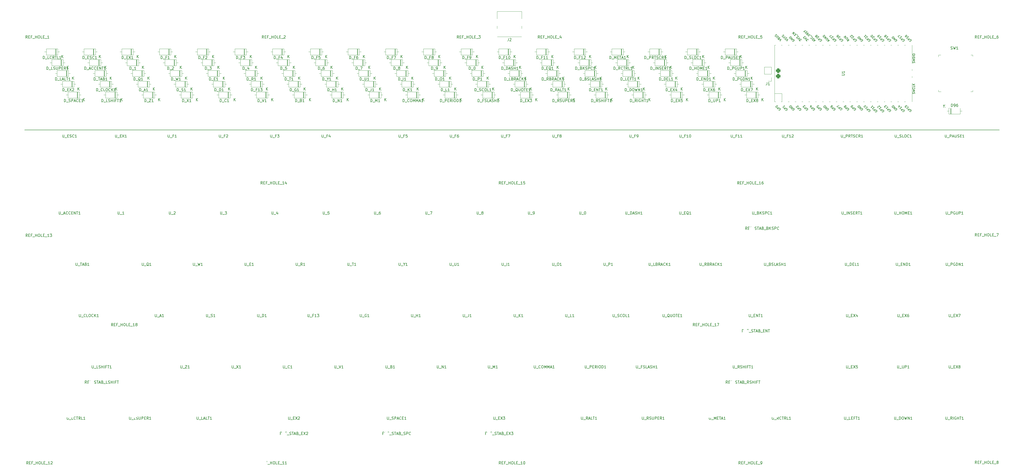
<source format=gto>
G04 #@! TF.GenerationSoftware,KiCad,Pcbnew,(6.0.0)*
G04 #@! TF.CreationDate,2022-03-01T15:50:58-08:00*
G04 #@! TF.ProjectId,keyboard_exposed_diodes_standard_tkl,6b657962-6f61-4726-945f-6578706f7365,rev?*
G04 #@! TF.SameCoordinates,Original*
G04 #@! TF.FileFunction,Legend,Top*
G04 #@! TF.FilePolarity,Positive*
%FSLAX46Y46*%
G04 Gerber Fmt 4.6, Leading zero omitted, Abs format (unit mm)*
G04 Created by KiCad (PCBNEW (6.0.0)) date 2022-03-01 15:50:58*
%MOMM*%
%LPD*%
G01*
G04 APERTURE LIST*
G04 Aperture macros list*
%AMRoundRect*
0 Rectangle with rounded corners*
0 $1 Rounding radius*
0 $2 $3 $4 $5 $6 $7 $8 $9 X,Y pos of 4 corners*
0 Add a 4 corners polygon primitive as box body*
4,1,4,$2,$3,$4,$5,$6,$7,$8,$9,$2,$3,0*
0 Add four circle primitives for the rounded corners*
1,1,$1+$1,$2,$3*
1,1,$1+$1,$4,$5*
1,1,$1+$1,$6,$7*
1,1,$1+$1,$8,$9*
0 Add four rect primitives between the rounded corners*
20,1,$1+$1,$2,$3,$4,$5,0*
20,1,$1+$1,$4,$5,$6,$7,0*
20,1,$1+$1,$6,$7,$8,$9,0*
20,1,$1+$1,$8,$9,$2,$3,0*%
G04 Aperture macros list end*
%ADD10C,0.150000*%
%ADD11C,0.120000*%
%ADD12C,0.100000*%
%ADD13C,1.700000*%
%ADD14C,4.000000*%
%ADD15C,2.200000*%
%ADD16R,1.600000X1.600000*%
%ADD17O,1.600000X1.600000*%
%ADD18R,1.700000X1.700000*%
%ADD19O,1.700000X1.700000*%
%ADD20C,0.700000*%
%ADD21O,0.900000X2.400000*%
%ADD22O,0.900000X1.700000*%
%ADD23R,1.700000X3.500000*%
%ADD24R,3.500000X1.700000*%
%ADD25RoundRect,0.425000X0.425000X-0.425000X0.425000X0.425000X-0.425000X0.425000X-0.425000X-0.425000X0*%
%ADD26R,2.800000X3.600000*%
%ADD27C,2.000000*%
%ADD28C,3.987800*%
%ADD29C,3.048000*%
%ADD30C,4.300000*%
G04 APERTURE END LIST*
D10*
X472000000Y-210000000D02*
X110000000Y-210000000D01*
X144602142Y-240327380D02*
X144602142Y-241136904D01*
X144649761Y-241232142D01*
X144697380Y-241279761D01*
X144792619Y-241327380D01*
X144983095Y-241327380D01*
X145078333Y-241279761D01*
X145125952Y-241232142D01*
X145173571Y-241136904D01*
X145173571Y-240327380D01*
X145411666Y-241422619D02*
X146173571Y-241422619D01*
X146935476Y-241327380D02*
X146364047Y-241327380D01*
X146649761Y-241327380D02*
X146649761Y-240327380D01*
X146554523Y-240470238D01*
X146459285Y-240565476D01*
X146364047Y-240613095D01*
X163652142Y-240327380D02*
X163652142Y-241136904D01*
X163699761Y-241232142D01*
X163747380Y-241279761D01*
X163842619Y-241327380D01*
X164033095Y-241327380D01*
X164128333Y-241279761D01*
X164175952Y-241232142D01*
X164223571Y-241136904D01*
X164223571Y-240327380D01*
X164461666Y-241422619D02*
X165223571Y-241422619D01*
X165414047Y-240422619D02*
X165461666Y-240375000D01*
X165556904Y-240327380D01*
X165795000Y-240327380D01*
X165890238Y-240375000D01*
X165937857Y-240422619D01*
X165985476Y-240517857D01*
X165985476Y-240613095D01*
X165937857Y-240755952D01*
X165366428Y-241327380D01*
X165985476Y-241327380D01*
X182702142Y-240327380D02*
X182702142Y-241136904D01*
X182749761Y-241232142D01*
X182797380Y-241279761D01*
X182892619Y-241327380D01*
X183083095Y-241327380D01*
X183178333Y-241279761D01*
X183225952Y-241232142D01*
X183273571Y-241136904D01*
X183273571Y-240327380D01*
X183511666Y-241422619D02*
X184273571Y-241422619D01*
X184416428Y-240327380D02*
X185035476Y-240327380D01*
X184702142Y-240708333D01*
X184845000Y-240708333D01*
X184940238Y-240755952D01*
X184987857Y-240803571D01*
X185035476Y-240898809D01*
X185035476Y-241136904D01*
X184987857Y-241232142D01*
X184940238Y-241279761D01*
X184845000Y-241327380D01*
X184559285Y-241327380D01*
X184464047Y-241279761D01*
X184416428Y-241232142D01*
X201752142Y-240327380D02*
X201752142Y-241136904D01*
X201799761Y-241232142D01*
X201847380Y-241279761D01*
X201942619Y-241327380D01*
X202133095Y-241327380D01*
X202228333Y-241279761D01*
X202275952Y-241232142D01*
X202323571Y-241136904D01*
X202323571Y-240327380D01*
X202561666Y-241422619D02*
X203323571Y-241422619D01*
X203990238Y-240660714D02*
X203990238Y-241327380D01*
X203752142Y-240279761D02*
X203514047Y-240994047D01*
X204133095Y-240994047D01*
X220802142Y-240327380D02*
X220802142Y-241136904D01*
X220849761Y-241232142D01*
X220897380Y-241279761D01*
X220992619Y-241327380D01*
X221183095Y-241327380D01*
X221278333Y-241279761D01*
X221325952Y-241232142D01*
X221373571Y-241136904D01*
X221373571Y-240327380D01*
X221611666Y-241422619D02*
X222373571Y-241422619D01*
X223087857Y-240327380D02*
X222611666Y-240327380D01*
X222564047Y-240803571D01*
X222611666Y-240755952D01*
X222706904Y-240708333D01*
X222945000Y-240708333D01*
X223040238Y-240755952D01*
X223087857Y-240803571D01*
X223135476Y-240898809D01*
X223135476Y-241136904D01*
X223087857Y-241232142D01*
X223040238Y-241279761D01*
X222945000Y-241327380D01*
X222706904Y-241327380D01*
X222611666Y-241279761D01*
X222564047Y-241232142D01*
X239852142Y-240327380D02*
X239852142Y-241136904D01*
X239899761Y-241232142D01*
X239947380Y-241279761D01*
X240042619Y-241327380D01*
X240233095Y-241327380D01*
X240328333Y-241279761D01*
X240375952Y-241232142D01*
X240423571Y-241136904D01*
X240423571Y-240327380D01*
X240661666Y-241422619D02*
X241423571Y-241422619D01*
X242090238Y-240327380D02*
X241899761Y-240327380D01*
X241804523Y-240375000D01*
X241756904Y-240422619D01*
X241661666Y-240565476D01*
X241614047Y-240755952D01*
X241614047Y-241136904D01*
X241661666Y-241232142D01*
X241709285Y-241279761D01*
X241804523Y-241327380D01*
X241995000Y-241327380D01*
X242090238Y-241279761D01*
X242137857Y-241232142D01*
X242185476Y-241136904D01*
X242185476Y-240898809D01*
X242137857Y-240803571D01*
X242090238Y-240755952D01*
X241995000Y-240708333D01*
X241804523Y-240708333D01*
X241709285Y-240755952D01*
X241661666Y-240803571D01*
X241614047Y-240898809D01*
X258902142Y-240327380D02*
X258902142Y-241136904D01*
X258949761Y-241232142D01*
X258997380Y-241279761D01*
X259092619Y-241327380D01*
X259283095Y-241327380D01*
X259378333Y-241279761D01*
X259425952Y-241232142D01*
X259473571Y-241136904D01*
X259473571Y-240327380D01*
X259711666Y-241422619D02*
X260473571Y-241422619D01*
X260616428Y-240327380D02*
X261283095Y-240327380D01*
X260854523Y-241327380D01*
X277952142Y-240327380D02*
X277952142Y-241136904D01*
X277999761Y-241232142D01*
X278047380Y-241279761D01*
X278142619Y-241327380D01*
X278333095Y-241327380D01*
X278428333Y-241279761D01*
X278475952Y-241232142D01*
X278523571Y-241136904D01*
X278523571Y-240327380D01*
X278761666Y-241422619D02*
X279523571Y-241422619D01*
X279904523Y-240755952D02*
X279809285Y-240708333D01*
X279761666Y-240660714D01*
X279714047Y-240565476D01*
X279714047Y-240517857D01*
X279761666Y-240422619D01*
X279809285Y-240375000D01*
X279904523Y-240327380D01*
X280095000Y-240327380D01*
X280190238Y-240375000D01*
X280237857Y-240422619D01*
X280285476Y-240517857D01*
X280285476Y-240565476D01*
X280237857Y-240660714D01*
X280190238Y-240708333D01*
X280095000Y-240755952D01*
X279904523Y-240755952D01*
X279809285Y-240803571D01*
X279761666Y-240851190D01*
X279714047Y-240946428D01*
X279714047Y-241136904D01*
X279761666Y-241232142D01*
X279809285Y-241279761D01*
X279904523Y-241327380D01*
X280095000Y-241327380D01*
X280190238Y-241279761D01*
X280237857Y-241232142D01*
X280285476Y-241136904D01*
X280285476Y-240946428D01*
X280237857Y-240851190D01*
X280190238Y-240803571D01*
X280095000Y-240755952D01*
X297002142Y-240327380D02*
X297002142Y-241136904D01*
X297049761Y-241232142D01*
X297097380Y-241279761D01*
X297192619Y-241327380D01*
X297383095Y-241327380D01*
X297478333Y-241279761D01*
X297525952Y-241232142D01*
X297573571Y-241136904D01*
X297573571Y-240327380D01*
X297811666Y-241422619D02*
X298573571Y-241422619D01*
X298859285Y-241327380D02*
X299049761Y-241327380D01*
X299145000Y-241279761D01*
X299192619Y-241232142D01*
X299287857Y-241089285D01*
X299335476Y-240898809D01*
X299335476Y-240517857D01*
X299287857Y-240422619D01*
X299240238Y-240375000D01*
X299145000Y-240327380D01*
X298954523Y-240327380D01*
X298859285Y-240375000D01*
X298811666Y-240422619D01*
X298764047Y-240517857D01*
X298764047Y-240755952D01*
X298811666Y-240851190D01*
X298859285Y-240898809D01*
X298954523Y-240946428D01*
X299145000Y-240946428D01*
X299240238Y-240898809D01*
X299287857Y-240851190D01*
X299335476Y-240755952D01*
X158461071Y-278427380D02*
X158461071Y-279236904D01*
X158508690Y-279332142D01*
X158556309Y-279379761D01*
X158651547Y-279427380D01*
X158842023Y-279427380D01*
X158937261Y-279379761D01*
X158984880Y-279332142D01*
X159032500Y-279236904D01*
X159032500Y-278427380D01*
X159270595Y-279522619D02*
X160032500Y-279522619D01*
X160222976Y-279141666D02*
X160699166Y-279141666D01*
X160127738Y-279427380D02*
X160461071Y-278427380D01*
X160794404Y-279427380D01*
X161651547Y-279427380D02*
X161080119Y-279427380D01*
X161365833Y-279427380D02*
X161365833Y-278427380D01*
X161270595Y-278570238D01*
X161175357Y-278665476D01*
X161080119Y-278713095D01*
X244114642Y-297477380D02*
X244114642Y-298286904D01*
X244162261Y-298382142D01*
X244209880Y-298429761D01*
X244305119Y-298477380D01*
X244495595Y-298477380D01*
X244590833Y-298429761D01*
X244638452Y-298382142D01*
X244686071Y-298286904D01*
X244686071Y-297477380D01*
X244924166Y-298572619D02*
X245686071Y-298572619D01*
X246257500Y-297953571D02*
X246400357Y-298001190D01*
X246447976Y-298048809D01*
X246495595Y-298144047D01*
X246495595Y-298286904D01*
X246447976Y-298382142D01*
X246400357Y-298429761D01*
X246305119Y-298477380D01*
X245924166Y-298477380D01*
X245924166Y-297477380D01*
X246257500Y-297477380D01*
X246352738Y-297525000D01*
X246400357Y-297572619D01*
X246447976Y-297667857D01*
X246447976Y-297763095D01*
X246400357Y-297858333D01*
X246352738Y-297905952D01*
X246257500Y-297953571D01*
X245924166Y-297953571D01*
X247447976Y-298477380D02*
X246876547Y-298477380D01*
X247162261Y-298477380D02*
X247162261Y-297477380D01*
X247067023Y-297620238D01*
X246971785Y-297715476D01*
X246876547Y-297763095D01*
X380250952Y-240327380D02*
X380250952Y-241136904D01*
X380298571Y-241232142D01*
X380346190Y-241279761D01*
X380441428Y-241327380D01*
X380631904Y-241327380D01*
X380727142Y-241279761D01*
X380774761Y-241232142D01*
X380822380Y-241136904D01*
X380822380Y-240327380D01*
X381060476Y-241422619D02*
X381822380Y-241422619D01*
X382393809Y-240803571D02*
X382536666Y-240851190D01*
X382584285Y-240898809D01*
X382631904Y-240994047D01*
X382631904Y-241136904D01*
X382584285Y-241232142D01*
X382536666Y-241279761D01*
X382441428Y-241327380D01*
X382060476Y-241327380D01*
X382060476Y-240327380D01*
X382393809Y-240327380D01*
X382489047Y-240375000D01*
X382536666Y-240422619D01*
X382584285Y-240517857D01*
X382584285Y-240613095D01*
X382536666Y-240708333D01*
X382489047Y-240755952D01*
X382393809Y-240803571D01*
X382060476Y-240803571D01*
X383060476Y-241327380D02*
X383060476Y-240327380D01*
X383631904Y-241327380D02*
X383203333Y-240755952D01*
X383631904Y-240327380D02*
X383060476Y-240898809D01*
X384012857Y-241279761D02*
X384155714Y-241327380D01*
X384393809Y-241327380D01*
X384489047Y-241279761D01*
X384536666Y-241232142D01*
X384584285Y-241136904D01*
X384584285Y-241041666D01*
X384536666Y-240946428D01*
X384489047Y-240898809D01*
X384393809Y-240851190D01*
X384203333Y-240803571D01*
X384108095Y-240755952D01*
X384060476Y-240708333D01*
X384012857Y-240613095D01*
X384012857Y-240517857D01*
X384060476Y-240422619D01*
X384108095Y-240375000D01*
X384203333Y-240327380D01*
X384441428Y-240327380D01*
X384584285Y-240375000D01*
X385012857Y-241327380D02*
X385012857Y-240327380D01*
X385393809Y-240327380D01*
X385489047Y-240375000D01*
X385536666Y-240422619D01*
X385584285Y-240517857D01*
X385584285Y-240660714D01*
X385536666Y-240755952D01*
X385489047Y-240803571D01*
X385393809Y-240851190D01*
X385012857Y-240851190D01*
X386584285Y-241232142D02*
X386536666Y-241279761D01*
X386393809Y-241327380D01*
X386298571Y-241327380D01*
X386155714Y-241279761D01*
X386060476Y-241184523D01*
X386012857Y-241089285D01*
X385965238Y-240898809D01*
X385965238Y-240755952D01*
X386012857Y-240565476D01*
X386060476Y-240470238D01*
X386155714Y-240375000D01*
X386298571Y-240327380D01*
X386393809Y-240327380D01*
X386536666Y-240375000D01*
X386584285Y-240422619D01*
X387536666Y-241327380D02*
X386965238Y-241327380D01*
X387250952Y-241327380D02*
X387250952Y-240327380D01*
X387155714Y-240470238D01*
X387060476Y-240565476D01*
X386965238Y-240613095D01*
X384680119Y-259377380D02*
X384680119Y-260186904D01*
X384727738Y-260282142D01*
X384775357Y-260329761D01*
X384870595Y-260377380D01*
X385061071Y-260377380D01*
X385156309Y-260329761D01*
X385203928Y-260282142D01*
X385251547Y-260186904D01*
X385251547Y-259377380D01*
X385489642Y-260472619D02*
X386251547Y-260472619D01*
X386822976Y-259853571D02*
X386965833Y-259901190D01*
X387013452Y-259948809D01*
X387061071Y-260044047D01*
X387061071Y-260186904D01*
X387013452Y-260282142D01*
X386965833Y-260329761D01*
X386870595Y-260377380D01*
X386489642Y-260377380D01*
X386489642Y-259377380D01*
X386822976Y-259377380D01*
X386918214Y-259425000D01*
X386965833Y-259472619D01*
X387013452Y-259567857D01*
X387013452Y-259663095D01*
X386965833Y-259758333D01*
X386918214Y-259805952D01*
X386822976Y-259853571D01*
X386489642Y-259853571D01*
X387442023Y-260329761D02*
X387584880Y-260377380D01*
X387822976Y-260377380D01*
X387918214Y-260329761D01*
X387965833Y-260282142D01*
X388013452Y-260186904D01*
X388013452Y-260091666D01*
X387965833Y-259996428D01*
X387918214Y-259948809D01*
X387822976Y-259901190D01*
X387632500Y-259853571D01*
X387537261Y-259805952D01*
X387489642Y-259758333D01*
X387442023Y-259663095D01*
X387442023Y-259567857D01*
X387489642Y-259472619D01*
X387537261Y-259425000D01*
X387632500Y-259377380D01*
X387870595Y-259377380D01*
X388013452Y-259425000D01*
X388918214Y-260377380D02*
X388442023Y-260377380D01*
X388442023Y-259377380D01*
X389203928Y-260091666D02*
X389680119Y-260091666D01*
X389108690Y-260377380D02*
X389442023Y-259377380D01*
X389775357Y-260377380D01*
X390061071Y-260329761D02*
X390203928Y-260377380D01*
X390442023Y-260377380D01*
X390537261Y-260329761D01*
X390584880Y-260282142D01*
X390632500Y-260186904D01*
X390632500Y-260091666D01*
X390584880Y-259996428D01*
X390537261Y-259948809D01*
X390442023Y-259901190D01*
X390251547Y-259853571D01*
X390156309Y-259805952D01*
X390108690Y-259758333D01*
X390061071Y-259663095D01*
X390061071Y-259567857D01*
X390108690Y-259472619D01*
X390156309Y-259425000D01*
X390251547Y-259377380D01*
X390489642Y-259377380D01*
X390632500Y-259425000D01*
X391061071Y-260377380D02*
X391061071Y-259377380D01*
X391061071Y-259853571D02*
X391632500Y-259853571D01*
X391632500Y-260377380D02*
X391632500Y-259377380D01*
X392632500Y-260377380D02*
X392061071Y-260377380D01*
X392346785Y-260377380D02*
X392346785Y-259377380D01*
X392251547Y-259520238D01*
X392156309Y-259615476D01*
X392061071Y-259663095D01*
X206014642Y-297477380D02*
X206014642Y-298286904D01*
X206062261Y-298382142D01*
X206109880Y-298429761D01*
X206205119Y-298477380D01*
X206395595Y-298477380D01*
X206490833Y-298429761D01*
X206538452Y-298382142D01*
X206586071Y-298286904D01*
X206586071Y-297477380D01*
X206824166Y-298572619D02*
X207586071Y-298572619D01*
X208395595Y-298382142D02*
X208347976Y-298429761D01*
X208205119Y-298477380D01*
X208109880Y-298477380D01*
X207967023Y-298429761D01*
X207871785Y-298334523D01*
X207824166Y-298239285D01*
X207776547Y-298048809D01*
X207776547Y-297905952D01*
X207824166Y-297715476D01*
X207871785Y-297620238D01*
X207967023Y-297525000D01*
X208109880Y-297477380D01*
X208205119Y-297477380D01*
X208347976Y-297525000D01*
X208395595Y-297572619D01*
X209347976Y-298477380D02*
X208776547Y-298477380D01*
X209062261Y-298477380D02*
X209062261Y-297477380D01*
X208967023Y-297620238D01*
X208871785Y-297715476D01*
X208776547Y-297763095D01*
X196489642Y-278427380D02*
X196489642Y-279236904D01*
X196537261Y-279332142D01*
X196584880Y-279379761D01*
X196680119Y-279427380D01*
X196870595Y-279427380D01*
X196965833Y-279379761D01*
X197013452Y-279332142D01*
X197061071Y-279236904D01*
X197061071Y-278427380D01*
X197299166Y-279522619D02*
X198061071Y-279522619D01*
X198299166Y-279427380D02*
X198299166Y-278427380D01*
X198537261Y-278427380D01*
X198680119Y-278475000D01*
X198775357Y-278570238D01*
X198822976Y-278665476D01*
X198870595Y-278855952D01*
X198870595Y-278998809D01*
X198822976Y-279189285D01*
X198775357Y-279284523D01*
X198680119Y-279379761D01*
X198537261Y-279427380D01*
X198299166Y-279427380D01*
X199822976Y-279427380D02*
X199251547Y-279427380D01*
X199537261Y-279427380D02*
X199537261Y-278427380D01*
X199442023Y-278570238D01*
X199346785Y-278665476D01*
X199251547Y-278713095D01*
X333173571Y-240327380D02*
X333173571Y-241136904D01*
X333221190Y-241232142D01*
X333268809Y-241279761D01*
X333364047Y-241327380D01*
X333554523Y-241327380D01*
X333649761Y-241279761D01*
X333697380Y-241232142D01*
X333745000Y-241136904D01*
X333745000Y-240327380D01*
X333983095Y-241422619D02*
X334745000Y-241422619D01*
X334983095Y-241327380D02*
X334983095Y-240327380D01*
X335221190Y-240327380D01*
X335364047Y-240375000D01*
X335459285Y-240470238D01*
X335506904Y-240565476D01*
X335554523Y-240755952D01*
X335554523Y-240898809D01*
X335506904Y-241089285D01*
X335459285Y-241184523D01*
X335364047Y-241279761D01*
X335221190Y-241327380D01*
X334983095Y-241327380D01*
X335935476Y-241041666D02*
X336411666Y-241041666D01*
X335840238Y-241327380D02*
X336173571Y-240327380D01*
X336506904Y-241327380D01*
X336792619Y-241279761D02*
X336935476Y-241327380D01*
X337173571Y-241327380D01*
X337268809Y-241279761D01*
X337316428Y-241232142D01*
X337364047Y-241136904D01*
X337364047Y-241041666D01*
X337316428Y-240946428D01*
X337268809Y-240898809D01*
X337173571Y-240851190D01*
X336983095Y-240803571D01*
X336887857Y-240755952D01*
X336840238Y-240708333D01*
X336792619Y-240613095D01*
X336792619Y-240517857D01*
X336840238Y-240422619D01*
X336887857Y-240375000D01*
X336983095Y-240327380D01*
X337221190Y-240327380D01*
X337364047Y-240375000D01*
X337792619Y-241327380D02*
X337792619Y-240327380D01*
X337792619Y-240803571D02*
X338364047Y-240803571D01*
X338364047Y-241327380D02*
X338364047Y-240327380D01*
X339364047Y-241327380D02*
X338792619Y-241327380D01*
X339078333Y-241327380D02*
X339078333Y-240327380D01*
X338983095Y-240470238D01*
X338887857Y-240565476D01*
X338792619Y-240613095D01*
X414707500Y-259377380D02*
X414707500Y-260186904D01*
X414755119Y-260282142D01*
X414802738Y-260329761D01*
X414897976Y-260377380D01*
X415088452Y-260377380D01*
X415183690Y-260329761D01*
X415231309Y-260282142D01*
X415278928Y-260186904D01*
X415278928Y-259377380D01*
X415517023Y-260472619D02*
X416278928Y-260472619D01*
X416517023Y-260377380D02*
X416517023Y-259377380D01*
X416755119Y-259377380D01*
X416897976Y-259425000D01*
X416993214Y-259520238D01*
X417040833Y-259615476D01*
X417088452Y-259805952D01*
X417088452Y-259948809D01*
X417040833Y-260139285D01*
X416993214Y-260234523D01*
X416897976Y-260329761D01*
X416755119Y-260377380D01*
X416517023Y-260377380D01*
X417517023Y-259853571D02*
X417850357Y-259853571D01*
X417993214Y-260377380D02*
X417517023Y-260377380D01*
X417517023Y-259377380D01*
X417993214Y-259377380D01*
X418897976Y-260377380D02*
X418421785Y-260377380D01*
X418421785Y-259377380D01*
X419755119Y-260377380D02*
X419183690Y-260377380D01*
X419469404Y-260377380D02*
X419469404Y-259377380D01*
X419374166Y-259520238D01*
X419278928Y-259615476D01*
X419183690Y-259663095D01*
X432995595Y-316527380D02*
X432995595Y-317336904D01*
X433043214Y-317432142D01*
X433090833Y-317479761D01*
X433186071Y-317527380D01*
X433376547Y-317527380D01*
X433471785Y-317479761D01*
X433519404Y-317432142D01*
X433567023Y-317336904D01*
X433567023Y-316527380D01*
X433805119Y-317622619D02*
X434567023Y-317622619D01*
X434805119Y-317527380D02*
X434805119Y-316527380D01*
X435043214Y-316527380D01*
X435186071Y-316575000D01*
X435281309Y-316670238D01*
X435328928Y-316765476D01*
X435376547Y-316955952D01*
X435376547Y-317098809D01*
X435328928Y-317289285D01*
X435281309Y-317384523D01*
X435186071Y-317479761D01*
X435043214Y-317527380D01*
X434805119Y-317527380D01*
X435995595Y-316527380D02*
X436186071Y-316527380D01*
X436281309Y-316575000D01*
X436376547Y-316670238D01*
X436424166Y-316860714D01*
X436424166Y-317194047D01*
X436376547Y-317384523D01*
X436281309Y-317479761D01*
X436186071Y-317527380D01*
X435995595Y-317527380D01*
X435900357Y-317479761D01*
X435805119Y-317384523D01*
X435757500Y-317194047D01*
X435757500Y-316860714D01*
X435805119Y-316670238D01*
X435900357Y-316575000D01*
X435995595Y-316527380D01*
X436757500Y-316527380D02*
X436995595Y-317527380D01*
X437186071Y-316813095D01*
X437376547Y-317527380D01*
X437614642Y-316527380D01*
X437995595Y-317527380D02*
X437995595Y-316527380D01*
X438567023Y-317527380D01*
X438567023Y-316527380D01*
X439567023Y-317527380D02*
X438995595Y-317527380D01*
X439281309Y-317527380D02*
X439281309Y-316527380D01*
X439186071Y-316670238D01*
X439090833Y-316765476D01*
X438995595Y-316813095D01*
X191774761Y-259377380D02*
X191774761Y-260186904D01*
X191822380Y-260282142D01*
X191870000Y-260329761D01*
X191965238Y-260377380D01*
X192155714Y-260377380D01*
X192250952Y-260329761D01*
X192298571Y-260282142D01*
X192346190Y-260186904D01*
X192346190Y-259377380D01*
X192584285Y-260472619D02*
X193346190Y-260472619D01*
X193584285Y-259853571D02*
X193917619Y-259853571D01*
X194060476Y-260377380D02*
X193584285Y-260377380D01*
X193584285Y-259377380D01*
X194060476Y-259377380D01*
X195012857Y-260377380D02*
X194441428Y-260377380D01*
X194727142Y-260377380D02*
X194727142Y-259377380D01*
X194631904Y-259520238D01*
X194536666Y-259615476D01*
X194441428Y-259663095D01*
X433638452Y-259377380D02*
X433638452Y-260186904D01*
X433686071Y-260282142D01*
X433733690Y-260329761D01*
X433828928Y-260377380D01*
X434019404Y-260377380D01*
X434114642Y-260329761D01*
X434162261Y-260282142D01*
X434209880Y-260186904D01*
X434209880Y-259377380D01*
X434447976Y-260472619D02*
X435209880Y-260472619D01*
X435447976Y-259853571D02*
X435781309Y-259853571D01*
X435924166Y-260377380D02*
X435447976Y-260377380D01*
X435447976Y-259377380D01*
X435924166Y-259377380D01*
X436352738Y-260377380D02*
X436352738Y-259377380D01*
X436924166Y-260377380D01*
X436924166Y-259377380D01*
X437400357Y-260377380D02*
X437400357Y-259377380D01*
X437638452Y-259377380D01*
X437781309Y-259425000D01*
X437876547Y-259520238D01*
X437924166Y-259615476D01*
X437971785Y-259805952D01*
X437971785Y-259948809D01*
X437924166Y-260139285D01*
X437876547Y-260234523D01*
X437781309Y-260329761D01*
X437638452Y-260377380D01*
X437400357Y-260377380D01*
X438924166Y-260377380D02*
X438352738Y-260377380D01*
X438638452Y-260377380D02*
X438638452Y-259377380D01*
X438543214Y-259520238D01*
X438447976Y-259615476D01*
X438352738Y-259663095D01*
X378988750Y-278427380D02*
X378988750Y-279236904D01*
X379036369Y-279332142D01*
X379083988Y-279379761D01*
X379179226Y-279427380D01*
X379369702Y-279427380D01*
X379464940Y-279379761D01*
X379512559Y-279332142D01*
X379560178Y-279236904D01*
X379560178Y-278427380D01*
X379798273Y-279522619D02*
X380560178Y-279522619D01*
X380798273Y-278903571D02*
X381131607Y-278903571D01*
X381274464Y-279427380D02*
X380798273Y-279427380D01*
X380798273Y-278427380D01*
X381274464Y-278427380D01*
X381703035Y-279427380D02*
X381703035Y-278427380D01*
X382274464Y-279427380D01*
X382274464Y-278427380D01*
X382607797Y-278427380D02*
X383179226Y-278427380D01*
X382893511Y-279427380D02*
X382893511Y-278427380D01*
X384036369Y-279427380D02*
X383464940Y-279427380D01*
X383750654Y-279427380D02*
X383750654Y-278427380D01*
X383655416Y-278570238D01*
X383560178Y-278665476D01*
X383464940Y-278713095D01*
X353175952Y-240327380D02*
X353175952Y-241136904D01*
X353223571Y-241232142D01*
X353271190Y-241279761D01*
X353366428Y-241327380D01*
X353556904Y-241327380D01*
X353652142Y-241279761D01*
X353699761Y-241232142D01*
X353747380Y-241136904D01*
X353747380Y-240327380D01*
X353985476Y-241422619D02*
X354747380Y-241422619D01*
X354985476Y-240803571D02*
X355318809Y-240803571D01*
X355461666Y-241327380D02*
X354985476Y-241327380D01*
X354985476Y-240327380D01*
X355461666Y-240327380D01*
X356556904Y-241422619D02*
X356461666Y-241375000D01*
X356366428Y-241279761D01*
X356223571Y-241136904D01*
X356128333Y-241089285D01*
X356033095Y-241089285D01*
X356080714Y-241327380D02*
X355985476Y-241279761D01*
X355890238Y-241184523D01*
X355842619Y-240994047D01*
X355842619Y-240660714D01*
X355890238Y-240470238D01*
X355985476Y-240375000D01*
X356080714Y-240327380D01*
X356271190Y-240327380D01*
X356366428Y-240375000D01*
X356461666Y-240470238D01*
X356509285Y-240660714D01*
X356509285Y-240994047D01*
X356461666Y-241184523D01*
X356366428Y-241279761D01*
X356271190Y-241327380D01*
X356080714Y-241327380D01*
X357461666Y-241327380D02*
X356890238Y-241327380D01*
X357175952Y-241327380D02*
X357175952Y-240327380D01*
X357080714Y-240470238D01*
X356985476Y-240565476D01*
X356890238Y-240613095D01*
X143673571Y-211752380D02*
X143673571Y-212561904D01*
X143721190Y-212657142D01*
X143768809Y-212704761D01*
X143864047Y-212752380D01*
X144054523Y-212752380D01*
X144149761Y-212704761D01*
X144197380Y-212657142D01*
X144245000Y-212561904D01*
X144245000Y-211752380D01*
X144483095Y-212847619D02*
X145245000Y-212847619D01*
X145483095Y-212228571D02*
X145816428Y-212228571D01*
X145959285Y-212752380D02*
X145483095Y-212752380D01*
X145483095Y-211752380D01*
X145959285Y-211752380D01*
X146292619Y-211752380D02*
X146959285Y-212752380D01*
X146959285Y-211752380D02*
X146292619Y-212752380D01*
X147864047Y-212752380D02*
X147292619Y-212752380D01*
X147578333Y-212752380D02*
X147578333Y-211752380D01*
X147483095Y-211895238D01*
X147387857Y-211990476D01*
X147292619Y-212038095D01*
X207967321Y-316527380D02*
X207967321Y-317336904D01*
X208014940Y-317432142D01*
X208062559Y-317479761D01*
X208157797Y-317527380D01*
X208348273Y-317527380D01*
X208443511Y-317479761D01*
X208491130Y-317432142D01*
X208538750Y-317336904D01*
X208538750Y-316527380D01*
X208776845Y-317622619D02*
X209538750Y-317622619D01*
X209776845Y-317003571D02*
X210110178Y-317003571D01*
X210253035Y-317527380D02*
X209776845Y-317527380D01*
X209776845Y-316527380D01*
X210253035Y-316527380D01*
X210586369Y-316527380D02*
X211253035Y-317527380D01*
X211253035Y-316527380D02*
X210586369Y-317527380D01*
X211586369Y-316622619D02*
X211633988Y-316575000D01*
X211729226Y-316527380D01*
X211967321Y-316527380D01*
X212062559Y-316575000D01*
X212110178Y-316622619D01*
X212157797Y-316717857D01*
X212157797Y-316813095D01*
X212110178Y-316955952D01*
X211538750Y-317527380D01*
X212157797Y-317527380D01*
X284167321Y-316527380D02*
X284167321Y-317336904D01*
X284214940Y-317432142D01*
X284262559Y-317479761D01*
X284357797Y-317527380D01*
X284548273Y-317527380D01*
X284643511Y-317479761D01*
X284691130Y-317432142D01*
X284738750Y-317336904D01*
X284738750Y-316527380D01*
X284976845Y-317622619D02*
X285738750Y-317622619D01*
X285976845Y-317003571D02*
X286310178Y-317003571D01*
X286453035Y-317527380D02*
X285976845Y-317527380D01*
X285976845Y-316527380D01*
X286453035Y-316527380D01*
X286786369Y-316527380D02*
X287453035Y-317527380D01*
X287453035Y-316527380D02*
X286786369Y-317527380D01*
X287738750Y-316527380D02*
X288357797Y-316527380D01*
X288024464Y-316908333D01*
X288167321Y-316908333D01*
X288262559Y-316955952D01*
X288310178Y-317003571D01*
X288357797Y-317098809D01*
X288357797Y-317336904D01*
X288310178Y-317432142D01*
X288262559Y-317479761D01*
X288167321Y-317527380D01*
X287881607Y-317527380D01*
X287786369Y-317479761D01*
X287738750Y-317432142D01*
X415136071Y-278427380D02*
X415136071Y-279236904D01*
X415183690Y-279332142D01*
X415231309Y-279379761D01*
X415326547Y-279427380D01*
X415517023Y-279427380D01*
X415612261Y-279379761D01*
X415659880Y-279332142D01*
X415707500Y-279236904D01*
X415707500Y-278427380D01*
X415945595Y-279522619D02*
X416707500Y-279522619D01*
X416945595Y-278903571D02*
X417278928Y-278903571D01*
X417421785Y-279427380D02*
X416945595Y-279427380D01*
X416945595Y-278427380D01*
X417421785Y-278427380D01*
X417755119Y-278427380D02*
X418421785Y-279427380D01*
X418421785Y-278427380D02*
X417755119Y-279427380D01*
X419231309Y-278760714D02*
X419231309Y-279427380D01*
X418993214Y-278379761D02*
X418755119Y-279094047D01*
X419374166Y-279094047D01*
X415136071Y-297477380D02*
X415136071Y-298286904D01*
X415183690Y-298382142D01*
X415231309Y-298429761D01*
X415326547Y-298477380D01*
X415517023Y-298477380D01*
X415612261Y-298429761D01*
X415659880Y-298382142D01*
X415707500Y-298286904D01*
X415707500Y-297477380D01*
X415945595Y-298572619D02*
X416707500Y-298572619D01*
X416945595Y-297953571D02*
X417278928Y-297953571D01*
X417421785Y-298477380D02*
X416945595Y-298477380D01*
X416945595Y-297477380D01*
X417421785Y-297477380D01*
X417755119Y-297477380D02*
X418421785Y-298477380D01*
X418421785Y-297477380D02*
X417755119Y-298477380D01*
X419278928Y-297477380D02*
X418802738Y-297477380D01*
X418755119Y-297953571D01*
X418802738Y-297905952D01*
X418897976Y-297858333D01*
X419136071Y-297858333D01*
X419231309Y-297905952D01*
X419278928Y-297953571D01*
X419326547Y-298048809D01*
X419326547Y-298286904D01*
X419278928Y-298382142D01*
X419231309Y-298429761D01*
X419136071Y-298477380D01*
X418897976Y-298477380D01*
X418802738Y-298429761D01*
X418755119Y-298382142D01*
X434186071Y-278427380D02*
X434186071Y-279236904D01*
X434233690Y-279332142D01*
X434281309Y-279379761D01*
X434376547Y-279427380D01*
X434567023Y-279427380D01*
X434662261Y-279379761D01*
X434709880Y-279332142D01*
X434757500Y-279236904D01*
X434757500Y-278427380D01*
X434995595Y-279522619D02*
X435757500Y-279522619D01*
X435995595Y-278903571D02*
X436328928Y-278903571D01*
X436471785Y-279427380D02*
X435995595Y-279427380D01*
X435995595Y-278427380D01*
X436471785Y-278427380D01*
X436805119Y-278427380D02*
X437471785Y-279427380D01*
X437471785Y-278427380D02*
X436805119Y-279427380D01*
X438281309Y-278427380D02*
X438090833Y-278427380D01*
X437995595Y-278475000D01*
X437947976Y-278522619D01*
X437852738Y-278665476D01*
X437805119Y-278855952D01*
X437805119Y-279236904D01*
X437852738Y-279332142D01*
X437900357Y-279379761D01*
X437995595Y-279427380D01*
X438186071Y-279427380D01*
X438281309Y-279379761D01*
X438328928Y-279332142D01*
X438376547Y-279236904D01*
X438376547Y-278998809D01*
X438328928Y-278903571D01*
X438281309Y-278855952D01*
X438186071Y-278808333D01*
X437995595Y-278808333D01*
X437900357Y-278855952D01*
X437852738Y-278903571D01*
X437805119Y-278998809D01*
X453236071Y-278427380D02*
X453236071Y-279236904D01*
X453283690Y-279332142D01*
X453331309Y-279379761D01*
X453426547Y-279427380D01*
X453617023Y-279427380D01*
X453712261Y-279379761D01*
X453759880Y-279332142D01*
X453807500Y-279236904D01*
X453807500Y-278427380D01*
X454045595Y-279522619D02*
X454807500Y-279522619D01*
X455045595Y-278903571D02*
X455378928Y-278903571D01*
X455521785Y-279427380D02*
X455045595Y-279427380D01*
X455045595Y-278427380D01*
X455521785Y-278427380D01*
X455855119Y-278427380D02*
X456521785Y-279427380D01*
X456521785Y-278427380D02*
X455855119Y-279427380D01*
X456807500Y-278427380D02*
X457474166Y-278427380D01*
X457045595Y-279427380D01*
X453236071Y-297477380D02*
X453236071Y-298286904D01*
X453283690Y-298382142D01*
X453331309Y-298429761D01*
X453426547Y-298477380D01*
X453617023Y-298477380D01*
X453712261Y-298429761D01*
X453759880Y-298382142D01*
X453807500Y-298286904D01*
X453807500Y-297477380D01*
X454045595Y-298572619D02*
X454807500Y-298572619D01*
X455045595Y-297953571D02*
X455378928Y-297953571D01*
X455521785Y-298477380D02*
X455045595Y-298477380D01*
X455045595Y-297477380D01*
X455521785Y-297477380D01*
X455855119Y-297477380D02*
X456521785Y-298477380D01*
X456521785Y-297477380D02*
X455855119Y-298477380D01*
X457045595Y-297905952D02*
X456950357Y-297858333D01*
X456902738Y-297810714D01*
X456855119Y-297715476D01*
X456855119Y-297667857D01*
X456902738Y-297572619D01*
X456950357Y-297525000D01*
X457045595Y-297477380D01*
X457236071Y-297477380D01*
X457331309Y-297525000D01*
X457378928Y-297572619D01*
X457426547Y-297667857D01*
X457426547Y-297715476D01*
X457378928Y-297810714D01*
X457331309Y-297858333D01*
X457236071Y-297905952D01*
X457045595Y-297905952D01*
X456950357Y-297953571D01*
X456902738Y-298001190D01*
X456855119Y-298096428D01*
X456855119Y-298286904D01*
X456902738Y-298382142D01*
X456950357Y-298429761D01*
X457045595Y-298477380D01*
X457236071Y-298477380D01*
X457331309Y-298429761D01*
X457378928Y-298382142D01*
X457426547Y-298286904D01*
X457426547Y-298096428D01*
X457378928Y-298001190D01*
X457331309Y-297953571D01*
X457236071Y-297905952D01*
X163223571Y-211752380D02*
X163223571Y-212561904D01*
X163271190Y-212657142D01*
X163318809Y-212704761D01*
X163414047Y-212752380D01*
X163604523Y-212752380D01*
X163699761Y-212704761D01*
X163747380Y-212657142D01*
X163795000Y-212561904D01*
X163795000Y-211752380D01*
X164033095Y-212847619D02*
X164795000Y-212847619D01*
X165366428Y-212228571D02*
X165033095Y-212228571D01*
X165033095Y-212752380D02*
X165033095Y-211752380D01*
X165509285Y-211752380D01*
X166414047Y-212752380D02*
X165842619Y-212752380D01*
X166128333Y-212752380D02*
X166128333Y-211752380D01*
X166033095Y-211895238D01*
X165937857Y-211990476D01*
X165842619Y-212038095D01*
X182273571Y-211752380D02*
X182273571Y-212561904D01*
X182321190Y-212657142D01*
X182368809Y-212704761D01*
X182464047Y-212752380D01*
X182654523Y-212752380D01*
X182749761Y-212704761D01*
X182797380Y-212657142D01*
X182845000Y-212561904D01*
X182845000Y-211752380D01*
X183083095Y-212847619D02*
X183845000Y-212847619D01*
X184416428Y-212228571D02*
X184083095Y-212228571D01*
X184083095Y-212752380D02*
X184083095Y-211752380D01*
X184559285Y-211752380D01*
X184892619Y-211847619D02*
X184940238Y-211800000D01*
X185035476Y-211752380D01*
X185273571Y-211752380D01*
X185368809Y-211800000D01*
X185416428Y-211847619D01*
X185464047Y-211942857D01*
X185464047Y-212038095D01*
X185416428Y-212180952D01*
X184845000Y-212752380D01*
X185464047Y-212752380D01*
X201323571Y-211752380D02*
X201323571Y-212561904D01*
X201371190Y-212657142D01*
X201418809Y-212704761D01*
X201514047Y-212752380D01*
X201704523Y-212752380D01*
X201799761Y-212704761D01*
X201847380Y-212657142D01*
X201895000Y-212561904D01*
X201895000Y-211752380D01*
X202133095Y-212847619D02*
X202895000Y-212847619D01*
X203466428Y-212228571D02*
X203133095Y-212228571D01*
X203133095Y-212752380D02*
X203133095Y-211752380D01*
X203609285Y-211752380D01*
X203895000Y-211752380D02*
X204514047Y-211752380D01*
X204180714Y-212133333D01*
X204323571Y-212133333D01*
X204418809Y-212180952D01*
X204466428Y-212228571D01*
X204514047Y-212323809D01*
X204514047Y-212561904D01*
X204466428Y-212657142D01*
X204418809Y-212704761D01*
X204323571Y-212752380D01*
X204037857Y-212752380D01*
X203942619Y-212704761D01*
X203895000Y-212657142D01*
X248948571Y-211752380D02*
X248948571Y-212561904D01*
X248996190Y-212657142D01*
X249043809Y-212704761D01*
X249139047Y-212752380D01*
X249329523Y-212752380D01*
X249424761Y-212704761D01*
X249472380Y-212657142D01*
X249520000Y-212561904D01*
X249520000Y-211752380D01*
X249758095Y-212847619D02*
X250520000Y-212847619D01*
X251091428Y-212228571D02*
X250758095Y-212228571D01*
X250758095Y-212752380D02*
X250758095Y-211752380D01*
X251234285Y-211752380D01*
X252091428Y-211752380D02*
X251615238Y-211752380D01*
X251567619Y-212228571D01*
X251615238Y-212180952D01*
X251710476Y-212133333D01*
X251948571Y-212133333D01*
X252043809Y-212180952D01*
X252091428Y-212228571D01*
X252139047Y-212323809D01*
X252139047Y-212561904D01*
X252091428Y-212657142D01*
X252043809Y-212704761D01*
X251948571Y-212752380D01*
X251710476Y-212752380D01*
X251615238Y-212704761D01*
X251567619Y-212657142D01*
X287048571Y-211752380D02*
X287048571Y-212561904D01*
X287096190Y-212657142D01*
X287143809Y-212704761D01*
X287239047Y-212752380D01*
X287429523Y-212752380D01*
X287524761Y-212704761D01*
X287572380Y-212657142D01*
X287620000Y-212561904D01*
X287620000Y-211752380D01*
X287858095Y-212847619D02*
X288620000Y-212847619D01*
X289191428Y-212228571D02*
X288858095Y-212228571D01*
X288858095Y-212752380D02*
X288858095Y-211752380D01*
X289334285Y-211752380D01*
X289620000Y-211752380D02*
X290286666Y-211752380D01*
X289858095Y-212752380D01*
X306098571Y-211752380D02*
X306098571Y-212561904D01*
X306146190Y-212657142D01*
X306193809Y-212704761D01*
X306289047Y-212752380D01*
X306479523Y-212752380D01*
X306574761Y-212704761D01*
X306622380Y-212657142D01*
X306670000Y-212561904D01*
X306670000Y-211752380D01*
X306908095Y-212847619D02*
X307670000Y-212847619D01*
X308241428Y-212228571D02*
X307908095Y-212228571D01*
X307908095Y-212752380D02*
X307908095Y-211752380D01*
X308384285Y-211752380D01*
X308908095Y-212180952D02*
X308812857Y-212133333D01*
X308765238Y-212085714D01*
X308717619Y-211990476D01*
X308717619Y-211942857D01*
X308765238Y-211847619D01*
X308812857Y-211800000D01*
X308908095Y-211752380D01*
X309098571Y-211752380D01*
X309193809Y-211800000D01*
X309241428Y-211847619D01*
X309289047Y-211942857D01*
X309289047Y-211990476D01*
X309241428Y-212085714D01*
X309193809Y-212133333D01*
X309098571Y-212180952D01*
X308908095Y-212180952D01*
X308812857Y-212228571D01*
X308765238Y-212276190D01*
X308717619Y-212371428D01*
X308717619Y-212561904D01*
X308765238Y-212657142D01*
X308812857Y-212704761D01*
X308908095Y-212752380D01*
X309098571Y-212752380D01*
X309193809Y-212704761D01*
X309241428Y-212657142D01*
X309289047Y-212561904D01*
X309289047Y-212371428D01*
X309241428Y-212276190D01*
X309193809Y-212228571D01*
X309098571Y-212180952D01*
X372297380Y-211752380D02*
X372297380Y-212561904D01*
X372345000Y-212657142D01*
X372392619Y-212704761D01*
X372487857Y-212752380D01*
X372678333Y-212752380D01*
X372773571Y-212704761D01*
X372821190Y-212657142D01*
X372868809Y-212561904D01*
X372868809Y-211752380D01*
X373106904Y-212847619D02*
X373868809Y-212847619D01*
X374440238Y-212228571D02*
X374106904Y-212228571D01*
X374106904Y-212752380D02*
X374106904Y-211752380D01*
X374583095Y-211752380D01*
X375487857Y-212752380D02*
X374916428Y-212752380D01*
X375202142Y-212752380D02*
X375202142Y-211752380D01*
X375106904Y-211895238D01*
X375011666Y-211990476D01*
X374916428Y-212038095D01*
X376440238Y-212752380D02*
X375868809Y-212752380D01*
X376154523Y-212752380D02*
X376154523Y-211752380D01*
X376059285Y-211895238D01*
X375964047Y-211990476D01*
X375868809Y-212038095D01*
X215134880Y-278427380D02*
X215134880Y-279236904D01*
X215182500Y-279332142D01*
X215230119Y-279379761D01*
X215325357Y-279427380D01*
X215515833Y-279427380D01*
X215611071Y-279379761D01*
X215658690Y-279332142D01*
X215706309Y-279236904D01*
X215706309Y-278427380D01*
X215944404Y-279522619D02*
X216706309Y-279522619D01*
X217277738Y-278903571D02*
X216944404Y-278903571D01*
X216944404Y-279427380D02*
X216944404Y-278427380D01*
X217420595Y-278427380D01*
X218325357Y-279427380D02*
X217753928Y-279427380D01*
X218039642Y-279427380D02*
X218039642Y-278427380D01*
X217944404Y-278570238D01*
X217849166Y-278665476D01*
X217753928Y-278713095D01*
X218658690Y-278427380D02*
X219277738Y-278427380D01*
X218944404Y-278808333D01*
X219087261Y-278808333D01*
X219182500Y-278855952D01*
X219230119Y-278903571D01*
X219277738Y-278998809D01*
X219277738Y-279236904D01*
X219230119Y-279332142D01*
X219182500Y-279379761D01*
X219087261Y-279427380D01*
X218801547Y-279427380D01*
X218706309Y-279379761D01*
X218658690Y-279332142D01*
X337126547Y-297477380D02*
X337126547Y-298286904D01*
X337174166Y-298382142D01*
X337221785Y-298429761D01*
X337317023Y-298477380D01*
X337507500Y-298477380D01*
X337602738Y-298429761D01*
X337650357Y-298382142D01*
X337697976Y-298286904D01*
X337697976Y-297477380D01*
X337936071Y-298572619D02*
X338697976Y-298572619D01*
X339269404Y-297953571D02*
X338936071Y-297953571D01*
X338936071Y-298477380D02*
X338936071Y-297477380D01*
X339412261Y-297477380D01*
X339745595Y-298429761D02*
X339888452Y-298477380D01*
X340126547Y-298477380D01*
X340221785Y-298429761D01*
X340269404Y-298382142D01*
X340317023Y-298286904D01*
X340317023Y-298191666D01*
X340269404Y-298096428D01*
X340221785Y-298048809D01*
X340126547Y-298001190D01*
X339936071Y-297953571D01*
X339840833Y-297905952D01*
X339793214Y-297858333D01*
X339745595Y-297763095D01*
X339745595Y-297667857D01*
X339793214Y-297572619D01*
X339840833Y-297525000D01*
X339936071Y-297477380D01*
X340174166Y-297477380D01*
X340317023Y-297525000D01*
X341221785Y-298477380D02*
X340745595Y-298477380D01*
X340745595Y-297477380D01*
X341507500Y-298191666D02*
X341983690Y-298191666D01*
X341412261Y-298477380D02*
X341745595Y-297477380D01*
X342078928Y-298477380D01*
X342364642Y-298429761D02*
X342507500Y-298477380D01*
X342745595Y-298477380D01*
X342840833Y-298429761D01*
X342888452Y-298382142D01*
X342936071Y-298286904D01*
X342936071Y-298191666D01*
X342888452Y-298096428D01*
X342840833Y-298048809D01*
X342745595Y-298001190D01*
X342555119Y-297953571D01*
X342459880Y-297905952D01*
X342412261Y-297858333D01*
X342364642Y-297763095D01*
X342364642Y-297667857D01*
X342412261Y-297572619D01*
X342459880Y-297525000D01*
X342555119Y-297477380D01*
X342793214Y-297477380D01*
X342936071Y-297525000D01*
X343364642Y-298477380D02*
X343364642Y-297477380D01*
X343364642Y-297953571D02*
X343936071Y-297953571D01*
X343936071Y-298477380D02*
X343936071Y-297477380D01*
X344936071Y-298477380D02*
X344364642Y-298477380D01*
X344650357Y-298477380D02*
X344650357Y-297477380D01*
X344555119Y-297620238D01*
X344459880Y-297715476D01*
X344364642Y-297763095D01*
X234589642Y-278427380D02*
X234589642Y-279236904D01*
X234637261Y-279332142D01*
X234684880Y-279379761D01*
X234780119Y-279427380D01*
X234970595Y-279427380D01*
X235065833Y-279379761D01*
X235113452Y-279332142D01*
X235161071Y-279236904D01*
X235161071Y-278427380D01*
X235399166Y-279522619D02*
X236161071Y-279522619D01*
X236922976Y-278475000D02*
X236827738Y-278427380D01*
X236684880Y-278427380D01*
X236542023Y-278475000D01*
X236446785Y-278570238D01*
X236399166Y-278665476D01*
X236351547Y-278855952D01*
X236351547Y-278998809D01*
X236399166Y-279189285D01*
X236446785Y-279284523D01*
X236542023Y-279379761D01*
X236684880Y-279427380D01*
X236780119Y-279427380D01*
X236922976Y-279379761D01*
X236970595Y-279332142D01*
X236970595Y-278998809D01*
X236780119Y-278998809D01*
X237922976Y-279427380D02*
X237351547Y-279427380D01*
X237637261Y-279427380D02*
X237637261Y-278427380D01*
X237542023Y-278570238D01*
X237446785Y-278665476D01*
X237351547Y-278713095D01*
X253615833Y-278427380D02*
X253615833Y-279236904D01*
X253663452Y-279332142D01*
X253711071Y-279379761D01*
X253806309Y-279427380D01*
X253996785Y-279427380D01*
X254092023Y-279379761D01*
X254139642Y-279332142D01*
X254187261Y-279236904D01*
X254187261Y-278427380D01*
X254425357Y-279522619D02*
X255187261Y-279522619D01*
X255425357Y-279427380D02*
X255425357Y-278427380D01*
X255425357Y-278903571D02*
X255996785Y-278903571D01*
X255996785Y-279427380D02*
X255996785Y-278427380D01*
X256996785Y-279427380D02*
X256425357Y-279427380D01*
X256711071Y-279427380D02*
X256711071Y-278427380D01*
X256615833Y-278570238D01*
X256520595Y-278665476D01*
X256425357Y-278713095D01*
X433043214Y-240327380D02*
X433043214Y-241136904D01*
X433090833Y-241232142D01*
X433138452Y-241279761D01*
X433233690Y-241327380D01*
X433424166Y-241327380D01*
X433519404Y-241279761D01*
X433567023Y-241232142D01*
X433614642Y-241136904D01*
X433614642Y-240327380D01*
X433852738Y-241422619D02*
X434614642Y-241422619D01*
X434852738Y-241327380D02*
X434852738Y-240327380D01*
X434852738Y-240803571D02*
X435424166Y-240803571D01*
X435424166Y-241327380D02*
X435424166Y-240327380D01*
X436090833Y-240327380D02*
X436281309Y-240327380D01*
X436376547Y-240375000D01*
X436471785Y-240470238D01*
X436519404Y-240660714D01*
X436519404Y-240994047D01*
X436471785Y-241184523D01*
X436376547Y-241279761D01*
X436281309Y-241327380D01*
X436090833Y-241327380D01*
X435995595Y-241279761D01*
X435900357Y-241184523D01*
X435852738Y-240994047D01*
X435852738Y-240660714D01*
X435900357Y-240470238D01*
X435995595Y-240375000D01*
X436090833Y-240327380D01*
X436947976Y-241327380D02*
X436947976Y-240327380D01*
X437281309Y-241041666D01*
X437614642Y-240327380D01*
X437614642Y-241327380D01*
X438090833Y-240803571D02*
X438424166Y-240803571D01*
X438567023Y-241327380D02*
X438090833Y-241327380D01*
X438090833Y-240327380D01*
X438567023Y-240327380D01*
X439519404Y-241327380D02*
X438947976Y-241327380D01*
X439233690Y-241327380D02*
X439233690Y-240327380D01*
X439138452Y-240470238D01*
X439043214Y-240565476D01*
X438947976Y-240613095D01*
X287239047Y-259377380D02*
X287239047Y-260186904D01*
X287286666Y-260282142D01*
X287334285Y-260329761D01*
X287429523Y-260377380D01*
X287620000Y-260377380D01*
X287715238Y-260329761D01*
X287762857Y-260282142D01*
X287810476Y-260186904D01*
X287810476Y-259377380D01*
X288048571Y-260472619D02*
X288810476Y-260472619D01*
X289048571Y-260377380D02*
X289048571Y-259377380D01*
X290048571Y-260377380D02*
X289477142Y-260377380D01*
X289762857Y-260377380D02*
X289762857Y-259377380D01*
X289667619Y-259520238D01*
X289572380Y-259615476D01*
X289477142Y-259663095D01*
X413493214Y-240327380D02*
X413493214Y-241136904D01*
X413540833Y-241232142D01*
X413588452Y-241279761D01*
X413683690Y-241327380D01*
X413874166Y-241327380D01*
X413969404Y-241279761D01*
X414017023Y-241232142D01*
X414064642Y-241136904D01*
X414064642Y-240327380D01*
X414302738Y-241422619D02*
X415064642Y-241422619D01*
X415302738Y-241327380D02*
X415302738Y-240327380D01*
X415778928Y-241327380D02*
X415778928Y-240327380D01*
X416350357Y-241327380D01*
X416350357Y-240327380D01*
X416778928Y-241279761D02*
X416921785Y-241327380D01*
X417159880Y-241327380D01*
X417255119Y-241279761D01*
X417302738Y-241232142D01*
X417350357Y-241136904D01*
X417350357Y-241041666D01*
X417302738Y-240946428D01*
X417255119Y-240898809D01*
X417159880Y-240851190D01*
X416969404Y-240803571D01*
X416874166Y-240755952D01*
X416826547Y-240708333D01*
X416778928Y-240613095D01*
X416778928Y-240517857D01*
X416826547Y-240422619D01*
X416874166Y-240375000D01*
X416969404Y-240327380D01*
X417207500Y-240327380D01*
X417350357Y-240375000D01*
X417778928Y-240803571D02*
X418112261Y-240803571D01*
X418255119Y-241327380D02*
X417778928Y-241327380D01*
X417778928Y-240327380D01*
X418255119Y-240327380D01*
X419255119Y-241327380D02*
X418921785Y-240851190D01*
X418683690Y-241327380D02*
X418683690Y-240327380D01*
X419064642Y-240327380D01*
X419159880Y-240375000D01*
X419207500Y-240422619D01*
X419255119Y-240517857D01*
X419255119Y-240660714D01*
X419207500Y-240755952D01*
X419159880Y-240803571D01*
X419064642Y-240851190D01*
X418683690Y-240851190D01*
X419540833Y-240327380D02*
X420112261Y-240327380D01*
X419826547Y-241327380D02*
X419826547Y-240327380D01*
X420969404Y-241327380D02*
X420397976Y-241327380D01*
X420683690Y-241327380D02*
X420683690Y-240327380D01*
X420588452Y-240470238D01*
X420493214Y-240565476D01*
X420397976Y-240613095D01*
X291739642Y-278427380D02*
X291739642Y-279236904D01*
X291787261Y-279332142D01*
X291834880Y-279379761D01*
X291930119Y-279427380D01*
X292120595Y-279427380D01*
X292215833Y-279379761D01*
X292263452Y-279332142D01*
X292311071Y-279236904D01*
X292311071Y-278427380D01*
X292549166Y-279522619D02*
X293311071Y-279522619D01*
X293549166Y-279427380D02*
X293549166Y-278427380D01*
X294120595Y-279427380D02*
X293692023Y-278855952D01*
X294120595Y-278427380D02*
X293549166Y-278998809D01*
X295072976Y-279427380D02*
X294501547Y-279427380D01*
X294787261Y-279427380D02*
X294787261Y-278427380D01*
X294692023Y-278570238D01*
X294596785Y-278665476D01*
X294501547Y-278713095D01*
X310884880Y-278427380D02*
X310884880Y-279236904D01*
X310932500Y-279332142D01*
X310980119Y-279379761D01*
X311075357Y-279427380D01*
X311265833Y-279427380D01*
X311361071Y-279379761D01*
X311408690Y-279332142D01*
X311456309Y-279236904D01*
X311456309Y-278427380D01*
X311694404Y-279522619D02*
X312456309Y-279522619D01*
X313170595Y-279427380D02*
X312694404Y-279427380D01*
X312694404Y-278427380D01*
X314027738Y-279427380D02*
X313456309Y-279427380D01*
X313742023Y-279427380D02*
X313742023Y-278427380D01*
X313646785Y-278570238D01*
X313551547Y-278665476D01*
X313456309Y-278713095D01*
X173939345Y-316527380D02*
X173939345Y-317336904D01*
X173986964Y-317432142D01*
X174034583Y-317479761D01*
X174129821Y-317527380D01*
X174320297Y-317527380D01*
X174415535Y-317479761D01*
X174463154Y-317432142D01*
X174510773Y-317336904D01*
X174510773Y-316527380D01*
X174748869Y-317622619D02*
X175510773Y-317622619D01*
X176225059Y-317527380D02*
X175748869Y-317527380D01*
X175748869Y-316527380D01*
X176510773Y-317241666D02*
X176986964Y-317241666D01*
X176415535Y-317527380D02*
X176748869Y-316527380D01*
X177082202Y-317527380D01*
X177891726Y-317527380D02*
X177415535Y-317527380D01*
X177415535Y-316527380D01*
X178082202Y-316527380D02*
X178653630Y-316527380D01*
X178367916Y-317527380D02*
X178367916Y-316527380D01*
X179510773Y-317527380D02*
X178939345Y-317527380D01*
X179225059Y-317527380D02*
X179225059Y-316527380D01*
X179129821Y-316670238D01*
X179034583Y-316765476D01*
X178939345Y-316813095D01*
X414397976Y-316527380D02*
X414397976Y-317336904D01*
X414445595Y-317432142D01*
X414493214Y-317479761D01*
X414588452Y-317527380D01*
X414778928Y-317527380D01*
X414874166Y-317479761D01*
X414921785Y-317432142D01*
X414969404Y-317336904D01*
X414969404Y-316527380D01*
X415207500Y-317622619D02*
X415969404Y-317622619D01*
X416683690Y-317527380D02*
X416207500Y-317527380D01*
X416207500Y-316527380D01*
X417017023Y-317003571D02*
X417350357Y-317003571D01*
X417493214Y-317527380D02*
X417017023Y-317527380D01*
X417017023Y-316527380D01*
X417493214Y-316527380D01*
X418255119Y-317003571D02*
X417921785Y-317003571D01*
X417921785Y-317527380D02*
X417921785Y-316527380D01*
X418397976Y-316527380D01*
X418636071Y-316527380D02*
X419207500Y-316527380D01*
X418921785Y-317527380D02*
X418921785Y-316527380D01*
X420064642Y-317527380D02*
X419493214Y-317527380D01*
X419778928Y-317527380D02*
X419778928Y-316527380D01*
X419683690Y-316670238D01*
X419588452Y-316765476D01*
X419493214Y-316813095D01*
X148888750Y-316527380D02*
X148888750Y-317336904D01*
X148936369Y-317432142D01*
X148983988Y-317479761D01*
X149079226Y-317527380D01*
X149269702Y-317527380D01*
X149364940Y-317479761D01*
X149412559Y-317432142D01*
X149460178Y-317336904D01*
X149460178Y-316527380D01*
X149698273Y-317622619D02*
X150460178Y-317622619D01*
X151174464Y-317527380D02*
X150698273Y-317527380D01*
X150698273Y-316527380D01*
X151460178Y-317479761D02*
X151603035Y-317527380D01*
X151841130Y-317527380D01*
X151936369Y-317479761D01*
X151983988Y-317432142D01*
X152031607Y-317336904D01*
X152031607Y-317241666D01*
X151983988Y-317146428D01*
X151936369Y-317098809D01*
X151841130Y-317051190D01*
X151650654Y-317003571D01*
X151555416Y-316955952D01*
X151507797Y-316908333D01*
X151460178Y-316813095D01*
X151460178Y-316717857D01*
X151507797Y-316622619D01*
X151555416Y-316575000D01*
X151650654Y-316527380D01*
X151888750Y-316527380D01*
X152031607Y-316575000D01*
X152460178Y-316527380D02*
X152460178Y-317336904D01*
X152507797Y-317432142D01*
X152555416Y-317479761D01*
X152650654Y-317527380D01*
X152841130Y-317527380D01*
X152936369Y-317479761D01*
X152983988Y-317432142D01*
X153031607Y-317336904D01*
X153031607Y-316527380D01*
X153507797Y-317527380D02*
X153507797Y-316527380D01*
X153888750Y-316527380D01*
X153983988Y-316575000D01*
X154031607Y-316622619D01*
X154079226Y-316717857D01*
X154079226Y-316860714D01*
X154031607Y-316955952D01*
X153983988Y-317003571D01*
X153888750Y-317051190D01*
X153507797Y-317051190D01*
X154507797Y-317003571D02*
X154841130Y-317003571D01*
X154983988Y-317527380D02*
X154507797Y-317527380D01*
X154507797Y-316527380D01*
X154983988Y-316527380D01*
X155983988Y-317527380D02*
X155650654Y-317051190D01*
X155412559Y-317527380D02*
X155412559Y-316527380D01*
X155793511Y-316527380D01*
X155888750Y-316575000D01*
X155936369Y-316622619D01*
X155983988Y-316717857D01*
X155983988Y-316860714D01*
X155936369Y-316955952D01*
X155888750Y-317003571D01*
X155793511Y-317051190D01*
X155412559Y-317051190D01*
X156936369Y-317527380D02*
X156364940Y-317527380D01*
X156650654Y-317527380D02*
X156650654Y-316527380D01*
X156555416Y-316670238D01*
X156460178Y-316765476D01*
X156364940Y-316813095D01*
X282143214Y-297477380D02*
X282143214Y-298286904D01*
X282190833Y-298382142D01*
X282238452Y-298429761D01*
X282333690Y-298477380D01*
X282524166Y-298477380D01*
X282619404Y-298429761D01*
X282667023Y-298382142D01*
X282714642Y-298286904D01*
X282714642Y-297477380D01*
X282952738Y-298572619D02*
X283714642Y-298572619D01*
X283952738Y-298477380D02*
X283952738Y-297477380D01*
X284286071Y-298191666D01*
X284619404Y-297477380D01*
X284619404Y-298477380D01*
X285619404Y-298477380D02*
X285047976Y-298477380D01*
X285333690Y-298477380D02*
X285333690Y-297477380D01*
X285238452Y-297620238D01*
X285143214Y-297715476D01*
X285047976Y-297763095D01*
X364225059Y-316527380D02*
X364225059Y-317336904D01*
X364272678Y-317432142D01*
X364320297Y-317479761D01*
X364415535Y-317527380D01*
X364606011Y-317527380D01*
X364701250Y-317479761D01*
X364748869Y-317432142D01*
X364796488Y-317336904D01*
X364796488Y-316527380D01*
X365034583Y-317622619D02*
X365796488Y-317622619D01*
X366034583Y-317527380D02*
X366034583Y-316527380D01*
X366367916Y-317241666D01*
X366701250Y-316527380D01*
X366701250Y-317527380D01*
X367177440Y-317003571D02*
X367510773Y-317003571D01*
X367653630Y-317527380D02*
X367177440Y-317527380D01*
X367177440Y-316527380D01*
X367653630Y-316527380D01*
X367939345Y-316527380D02*
X368510773Y-316527380D01*
X368225059Y-317527380D02*
X368225059Y-316527380D01*
X368796488Y-317241666D02*
X369272678Y-317241666D01*
X368701250Y-317527380D02*
X369034583Y-316527380D01*
X369367916Y-317527380D01*
X370225059Y-317527380D02*
X369653630Y-317527380D01*
X369939345Y-317527380D02*
X369939345Y-316527380D01*
X369844107Y-316670238D01*
X369748869Y-316765476D01*
X369653630Y-316813095D01*
X263140833Y-297477380D02*
X263140833Y-298286904D01*
X263188452Y-298382142D01*
X263236071Y-298429761D01*
X263331309Y-298477380D01*
X263521785Y-298477380D01*
X263617023Y-298429761D01*
X263664642Y-298382142D01*
X263712261Y-298286904D01*
X263712261Y-297477380D01*
X263950357Y-298572619D02*
X264712261Y-298572619D01*
X264950357Y-298477380D02*
X264950357Y-297477380D01*
X265521785Y-298477380D01*
X265521785Y-297477380D01*
X266521785Y-298477380D02*
X265950357Y-298477380D01*
X266236071Y-298477380D02*
X266236071Y-297477380D01*
X266140833Y-297620238D01*
X266045595Y-297715476D01*
X265950357Y-297763095D01*
X306003333Y-259377380D02*
X306003333Y-260186904D01*
X306050952Y-260282142D01*
X306098571Y-260329761D01*
X306193809Y-260377380D01*
X306384285Y-260377380D01*
X306479523Y-260329761D01*
X306527142Y-260282142D01*
X306574761Y-260186904D01*
X306574761Y-259377380D01*
X306812857Y-260472619D02*
X307574761Y-260472619D01*
X308003333Y-259377380D02*
X308193809Y-259377380D01*
X308289047Y-259425000D01*
X308384285Y-259520238D01*
X308431904Y-259710714D01*
X308431904Y-260044047D01*
X308384285Y-260234523D01*
X308289047Y-260329761D01*
X308193809Y-260377380D01*
X308003333Y-260377380D01*
X307908095Y-260329761D01*
X307812857Y-260234523D01*
X307765238Y-260044047D01*
X307765238Y-259710714D01*
X307812857Y-259520238D01*
X307908095Y-259425000D01*
X308003333Y-259377380D01*
X309384285Y-260377380D02*
X308812857Y-260377380D01*
X309098571Y-260377380D02*
X309098571Y-259377380D01*
X309003333Y-259520238D01*
X308908095Y-259615476D01*
X308812857Y-259663095D01*
X451783690Y-211752380D02*
X451783690Y-212561904D01*
X451831309Y-212657142D01*
X451878928Y-212704761D01*
X451974166Y-212752380D01*
X452164642Y-212752380D01*
X452259880Y-212704761D01*
X452307500Y-212657142D01*
X452355119Y-212561904D01*
X452355119Y-211752380D01*
X452593214Y-212847619D02*
X453355119Y-212847619D01*
X453593214Y-212752380D02*
X453593214Y-211752380D01*
X453974166Y-211752380D01*
X454069404Y-211800000D01*
X454117023Y-211847619D01*
X454164642Y-211942857D01*
X454164642Y-212085714D01*
X454117023Y-212180952D01*
X454069404Y-212228571D01*
X453974166Y-212276190D01*
X453593214Y-212276190D01*
X454545595Y-212466666D02*
X455021785Y-212466666D01*
X454450357Y-212752380D02*
X454783690Y-211752380D01*
X455117023Y-212752380D01*
X455450357Y-211752380D02*
X455450357Y-212561904D01*
X455497976Y-212657142D01*
X455545595Y-212704761D01*
X455640833Y-212752380D01*
X455831309Y-212752380D01*
X455926547Y-212704761D01*
X455974166Y-212657142D01*
X456021785Y-212561904D01*
X456021785Y-211752380D01*
X456450357Y-212704761D02*
X456593214Y-212752380D01*
X456831309Y-212752380D01*
X456926547Y-212704761D01*
X456974166Y-212657142D01*
X457021785Y-212561904D01*
X457021785Y-212466666D01*
X456974166Y-212371428D01*
X456926547Y-212323809D01*
X456831309Y-212276190D01*
X456640833Y-212228571D01*
X456545595Y-212180952D01*
X456497976Y-212133333D01*
X456450357Y-212038095D01*
X456450357Y-211942857D01*
X456497976Y-211847619D01*
X456545595Y-211800000D01*
X456640833Y-211752380D01*
X456878928Y-211752380D01*
X457021785Y-211800000D01*
X457450357Y-212228571D02*
X457783690Y-212228571D01*
X457926547Y-212752380D02*
X457450357Y-212752380D01*
X457450357Y-211752380D01*
X457926547Y-211752380D01*
X458878928Y-212752380D02*
X458307500Y-212752380D01*
X458593214Y-212752380D02*
X458593214Y-211752380D01*
X458497976Y-211895238D01*
X458402738Y-211990476D01*
X458307500Y-212038095D01*
X452140833Y-259377380D02*
X452140833Y-260186904D01*
X452188452Y-260282142D01*
X452236071Y-260329761D01*
X452331309Y-260377380D01*
X452521785Y-260377380D01*
X452617023Y-260329761D01*
X452664642Y-260282142D01*
X452712261Y-260186904D01*
X452712261Y-259377380D01*
X452950357Y-260472619D02*
X453712261Y-260472619D01*
X453950357Y-260377380D02*
X453950357Y-259377380D01*
X454331309Y-259377380D01*
X454426547Y-259425000D01*
X454474166Y-259472619D01*
X454521785Y-259567857D01*
X454521785Y-259710714D01*
X454474166Y-259805952D01*
X454426547Y-259853571D01*
X454331309Y-259901190D01*
X453950357Y-259901190D01*
X455474166Y-259425000D02*
X455378928Y-259377380D01*
X455236071Y-259377380D01*
X455093214Y-259425000D01*
X454997976Y-259520238D01*
X454950357Y-259615476D01*
X454902738Y-259805952D01*
X454902738Y-259948809D01*
X454950357Y-260139285D01*
X454997976Y-260234523D01*
X455093214Y-260329761D01*
X455236071Y-260377380D01*
X455331309Y-260377380D01*
X455474166Y-260329761D01*
X455521785Y-260282142D01*
X455521785Y-259948809D01*
X455331309Y-259948809D01*
X455950357Y-260377380D02*
X455950357Y-259377380D01*
X456188452Y-259377380D01*
X456331309Y-259425000D01*
X456426547Y-259520238D01*
X456474166Y-259615476D01*
X456521785Y-259805952D01*
X456521785Y-259948809D01*
X456474166Y-260139285D01*
X456426547Y-260234523D01*
X456331309Y-260329761D01*
X456188452Y-260377380D01*
X455950357Y-260377380D01*
X456950357Y-260377380D02*
X456950357Y-259377380D01*
X457521785Y-260377380D01*
X457521785Y-259377380D01*
X458521785Y-260377380D02*
X457950357Y-260377380D01*
X458236071Y-260377380D02*
X458236071Y-259377380D01*
X458140833Y-259520238D01*
X458045595Y-259615476D01*
X457950357Y-259663095D01*
X452140833Y-240327380D02*
X452140833Y-241136904D01*
X452188452Y-241232142D01*
X452236071Y-241279761D01*
X452331309Y-241327380D01*
X452521785Y-241327380D01*
X452617023Y-241279761D01*
X452664642Y-241232142D01*
X452712261Y-241136904D01*
X452712261Y-240327380D01*
X452950357Y-241422619D02*
X453712261Y-241422619D01*
X453950357Y-241327380D02*
X453950357Y-240327380D01*
X454331309Y-240327380D01*
X454426547Y-240375000D01*
X454474166Y-240422619D01*
X454521785Y-240517857D01*
X454521785Y-240660714D01*
X454474166Y-240755952D01*
X454426547Y-240803571D01*
X454331309Y-240851190D01*
X453950357Y-240851190D01*
X455474166Y-240375000D02*
X455378928Y-240327380D01*
X455236071Y-240327380D01*
X455093214Y-240375000D01*
X454997976Y-240470238D01*
X454950357Y-240565476D01*
X454902738Y-240755952D01*
X454902738Y-240898809D01*
X454950357Y-241089285D01*
X454997976Y-241184523D01*
X455093214Y-241279761D01*
X455236071Y-241327380D01*
X455331309Y-241327380D01*
X455474166Y-241279761D01*
X455521785Y-241232142D01*
X455521785Y-240898809D01*
X455331309Y-240898809D01*
X455950357Y-240327380D02*
X455950357Y-241136904D01*
X455997976Y-241232142D01*
X456045595Y-241279761D01*
X456140833Y-241327380D01*
X456331309Y-241327380D01*
X456426547Y-241279761D01*
X456474166Y-241232142D01*
X456521785Y-241136904D01*
X456521785Y-240327380D01*
X456997976Y-241327380D02*
X456997976Y-240327380D01*
X457378928Y-240327380D01*
X457474166Y-240375000D01*
X457521785Y-240422619D01*
X457569404Y-240517857D01*
X457569404Y-240660714D01*
X457521785Y-240755952D01*
X457474166Y-240803571D01*
X457378928Y-240851190D01*
X456997976Y-240851190D01*
X458521785Y-241327380D02*
X457950357Y-241327380D01*
X458236071Y-241327380D02*
X458236071Y-240327380D01*
X458140833Y-240470238D01*
X458045595Y-240565476D01*
X457950357Y-240613095D01*
X413207500Y-211752380D02*
X413207500Y-212561904D01*
X413255119Y-212657142D01*
X413302738Y-212704761D01*
X413397976Y-212752380D01*
X413588452Y-212752380D01*
X413683690Y-212704761D01*
X413731309Y-212657142D01*
X413778928Y-212561904D01*
X413778928Y-211752380D01*
X414017023Y-212847619D02*
X414778928Y-212847619D01*
X415017023Y-212752380D02*
X415017023Y-211752380D01*
X415397976Y-211752380D01*
X415493214Y-211800000D01*
X415540833Y-211847619D01*
X415588452Y-211942857D01*
X415588452Y-212085714D01*
X415540833Y-212180952D01*
X415493214Y-212228571D01*
X415397976Y-212276190D01*
X415017023Y-212276190D01*
X416588452Y-212752380D02*
X416255119Y-212276190D01*
X416017023Y-212752380D02*
X416017023Y-211752380D01*
X416397976Y-211752380D01*
X416493214Y-211800000D01*
X416540833Y-211847619D01*
X416588452Y-211942857D01*
X416588452Y-212085714D01*
X416540833Y-212180952D01*
X416493214Y-212228571D01*
X416397976Y-212276190D01*
X416017023Y-212276190D01*
X416874166Y-211752380D02*
X417445595Y-211752380D01*
X417159880Y-212752380D02*
X417159880Y-211752380D01*
X417731309Y-212704761D02*
X417874166Y-212752380D01*
X418112261Y-212752380D01*
X418207500Y-212704761D01*
X418255119Y-212657142D01*
X418302738Y-212561904D01*
X418302738Y-212466666D01*
X418255119Y-212371428D01*
X418207500Y-212323809D01*
X418112261Y-212276190D01*
X417921785Y-212228571D01*
X417826547Y-212180952D01*
X417778928Y-212133333D01*
X417731309Y-212038095D01*
X417731309Y-211942857D01*
X417778928Y-211847619D01*
X417826547Y-211800000D01*
X417921785Y-211752380D01*
X418159880Y-211752380D01*
X418302738Y-211800000D01*
X419302738Y-212657142D02*
X419255119Y-212704761D01*
X419112261Y-212752380D01*
X419017023Y-212752380D01*
X418874166Y-212704761D01*
X418778928Y-212609523D01*
X418731309Y-212514285D01*
X418683690Y-212323809D01*
X418683690Y-212180952D01*
X418731309Y-211990476D01*
X418778928Y-211895238D01*
X418874166Y-211800000D01*
X419017023Y-211752380D01*
X419112261Y-211752380D01*
X419255119Y-211800000D01*
X419302738Y-211847619D01*
X420302738Y-212752380D02*
X419969404Y-212276190D01*
X419731309Y-212752380D02*
X419731309Y-211752380D01*
X420112261Y-211752380D01*
X420207500Y-211800000D01*
X420255119Y-211847619D01*
X420302738Y-211942857D01*
X420302738Y-212085714D01*
X420255119Y-212180952D01*
X420207500Y-212228571D01*
X420112261Y-212276190D01*
X419731309Y-212276190D01*
X421255119Y-212752380D02*
X420683690Y-212752380D01*
X420969404Y-212752380D02*
X420969404Y-211752380D01*
X420874166Y-211895238D01*
X420778928Y-211990476D01*
X420683690Y-212038095D01*
X153603333Y-259377380D02*
X153603333Y-260186904D01*
X153650952Y-260282142D01*
X153698571Y-260329761D01*
X153793809Y-260377380D01*
X153984285Y-260377380D01*
X154079523Y-260329761D01*
X154127142Y-260282142D01*
X154174761Y-260186904D01*
X154174761Y-259377380D01*
X154412857Y-260472619D02*
X155174761Y-260472619D01*
X156079523Y-260472619D02*
X155984285Y-260425000D01*
X155889047Y-260329761D01*
X155746190Y-260186904D01*
X155650952Y-260139285D01*
X155555714Y-260139285D01*
X155603333Y-260377380D02*
X155508095Y-260329761D01*
X155412857Y-260234523D01*
X155365238Y-260044047D01*
X155365238Y-259710714D01*
X155412857Y-259520238D01*
X155508095Y-259425000D01*
X155603333Y-259377380D01*
X155793809Y-259377380D01*
X155889047Y-259425000D01*
X155984285Y-259520238D01*
X156031904Y-259710714D01*
X156031904Y-260044047D01*
X155984285Y-260234523D01*
X155889047Y-260329761D01*
X155793809Y-260377380D01*
X155603333Y-260377380D01*
X156984285Y-260377380D02*
X156412857Y-260377380D01*
X156698571Y-260377380D02*
X156698571Y-259377380D01*
X156603333Y-259520238D01*
X156508095Y-259615476D01*
X156412857Y-259663095D01*
X346984880Y-278427380D02*
X346984880Y-279236904D01*
X347032500Y-279332142D01*
X347080119Y-279379761D01*
X347175357Y-279427380D01*
X347365833Y-279427380D01*
X347461071Y-279379761D01*
X347508690Y-279332142D01*
X347556309Y-279236904D01*
X347556309Y-278427380D01*
X347794404Y-279522619D02*
X348556309Y-279522619D01*
X349461071Y-279522619D02*
X349365833Y-279475000D01*
X349270595Y-279379761D01*
X349127738Y-279236904D01*
X349032500Y-279189285D01*
X348937261Y-279189285D01*
X348984880Y-279427380D02*
X348889642Y-279379761D01*
X348794404Y-279284523D01*
X348746785Y-279094047D01*
X348746785Y-278760714D01*
X348794404Y-278570238D01*
X348889642Y-278475000D01*
X348984880Y-278427380D01*
X349175357Y-278427380D01*
X349270595Y-278475000D01*
X349365833Y-278570238D01*
X349413452Y-278760714D01*
X349413452Y-279094047D01*
X349365833Y-279284523D01*
X349270595Y-279379761D01*
X349175357Y-279427380D01*
X348984880Y-279427380D01*
X349842023Y-278427380D02*
X349842023Y-279236904D01*
X349889642Y-279332142D01*
X349937261Y-279379761D01*
X350032500Y-279427380D01*
X350222976Y-279427380D01*
X350318214Y-279379761D01*
X350365833Y-279332142D01*
X350413452Y-279236904D01*
X350413452Y-278427380D01*
X351080119Y-278427380D02*
X351270595Y-278427380D01*
X351365833Y-278475000D01*
X351461071Y-278570238D01*
X351508690Y-278760714D01*
X351508690Y-279094047D01*
X351461071Y-279284523D01*
X351365833Y-279379761D01*
X351270595Y-279427380D01*
X351080119Y-279427380D01*
X350984880Y-279379761D01*
X350889642Y-279284523D01*
X350842023Y-279094047D01*
X350842023Y-278760714D01*
X350889642Y-278570238D01*
X350984880Y-278475000D01*
X351080119Y-278427380D01*
X351794404Y-278427380D02*
X352365833Y-278427380D01*
X352080119Y-279427380D02*
X352080119Y-278427380D01*
X352699166Y-278903571D02*
X353032500Y-278903571D01*
X353175357Y-279427380D02*
X352699166Y-279427380D01*
X352699166Y-278427380D01*
X353175357Y-278427380D01*
X354127738Y-279427380D02*
X353556309Y-279427380D01*
X353842023Y-279427380D02*
X353842023Y-278427380D01*
X353746785Y-278570238D01*
X353651547Y-278665476D01*
X353556309Y-278713095D01*
X210777142Y-259377380D02*
X210777142Y-260186904D01*
X210824761Y-260282142D01*
X210872380Y-260329761D01*
X210967619Y-260377380D01*
X211158095Y-260377380D01*
X211253333Y-260329761D01*
X211300952Y-260282142D01*
X211348571Y-260186904D01*
X211348571Y-259377380D01*
X211586666Y-260472619D02*
X212348571Y-260472619D01*
X213158095Y-260377380D02*
X212824761Y-259901190D01*
X212586666Y-260377380D02*
X212586666Y-259377380D01*
X212967619Y-259377380D01*
X213062857Y-259425000D01*
X213110476Y-259472619D01*
X213158095Y-259567857D01*
X213158095Y-259710714D01*
X213110476Y-259805952D01*
X213062857Y-259853571D01*
X212967619Y-259901190D01*
X212586666Y-259901190D01*
X214110476Y-260377380D02*
X213539047Y-260377380D01*
X213824761Y-260377380D02*
X213824761Y-259377380D01*
X213729523Y-259520238D01*
X213634285Y-259615476D01*
X213539047Y-259663095D01*
X360748571Y-259377380D02*
X360748571Y-260186904D01*
X360796190Y-260282142D01*
X360843809Y-260329761D01*
X360939047Y-260377380D01*
X361129523Y-260377380D01*
X361224761Y-260329761D01*
X361272380Y-260282142D01*
X361320000Y-260186904D01*
X361320000Y-259377380D01*
X361558095Y-260472619D02*
X362320000Y-260472619D01*
X363129523Y-260377380D02*
X362796190Y-259901190D01*
X362558095Y-260377380D02*
X362558095Y-259377380D01*
X362939047Y-259377380D01*
X363034285Y-259425000D01*
X363081904Y-259472619D01*
X363129523Y-259567857D01*
X363129523Y-259710714D01*
X363081904Y-259805952D01*
X363034285Y-259853571D01*
X362939047Y-259901190D01*
X362558095Y-259901190D01*
X363891428Y-259853571D02*
X364034285Y-259901190D01*
X364081904Y-259948809D01*
X364129523Y-260044047D01*
X364129523Y-260186904D01*
X364081904Y-260282142D01*
X364034285Y-260329761D01*
X363939047Y-260377380D01*
X363558095Y-260377380D01*
X363558095Y-259377380D01*
X363891428Y-259377380D01*
X363986666Y-259425000D01*
X364034285Y-259472619D01*
X364081904Y-259567857D01*
X364081904Y-259663095D01*
X364034285Y-259758333D01*
X363986666Y-259805952D01*
X363891428Y-259853571D01*
X363558095Y-259853571D01*
X365129523Y-260377380D02*
X364796190Y-259901190D01*
X364558095Y-260377380D02*
X364558095Y-259377380D01*
X364939047Y-259377380D01*
X365034285Y-259425000D01*
X365081904Y-259472619D01*
X365129523Y-259567857D01*
X365129523Y-259710714D01*
X365081904Y-259805952D01*
X365034285Y-259853571D01*
X364939047Y-259901190D01*
X364558095Y-259901190D01*
X365510476Y-260091666D02*
X365986666Y-260091666D01*
X365415238Y-260377380D02*
X365748571Y-259377380D01*
X366081904Y-260377380D01*
X366986666Y-260282142D02*
X366939047Y-260329761D01*
X366796190Y-260377380D01*
X366700952Y-260377380D01*
X366558095Y-260329761D01*
X366462857Y-260234523D01*
X366415238Y-260139285D01*
X366367619Y-259948809D01*
X366367619Y-259805952D01*
X366415238Y-259615476D01*
X366462857Y-259520238D01*
X366558095Y-259425000D01*
X366700952Y-259377380D01*
X366796190Y-259377380D01*
X366939047Y-259425000D01*
X366986666Y-259472619D01*
X367415238Y-260377380D02*
X367415238Y-259377380D01*
X367986666Y-260377380D02*
X367558095Y-259805952D01*
X367986666Y-259377380D02*
X367415238Y-259948809D01*
X368939047Y-260377380D02*
X368367619Y-260377380D01*
X368653333Y-260377380D02*
X368653333Y-259377380D01*
X368558095Y-259520238D01*
X368462857Y-259615476D01*
X368367619Y-259663095D01*
X452021785Y-316527380D02*
X452021785Y-317336904D01*
X452069404Y-317432142D01*
X452117023Y-317479761D01*
X452212261Y-317527380D01*
X452402738Y-317527380D01*
X452497976Y-317479761D01*
X452545595Y-317432142D01*
X452593214Y-317336904D01*
X452593214Y-316527380D01*
X452831309Y-317622619D02*
X453593214Y-317622619D01*
X454402738Y-317527380D02*
X454069404Y-317051190D01*
X453831309Y-317527380D02*
X453831309Y-316527380D01*
X454212261Y-316527380D01*
X454307500Y-316575000D01*
X454355119Y-316622619D01*
X454402738Y-316717857D01*
X454402738Y-316860714D01*
X454355119Y-316955952D01*
X454307500Y-317003571D01*
X454212261Y-317051190D01*
X453831309Y-317051190D01*
X454831309Y-317527380D02*
X454831309Y-316527380D01*
X455831309Y-316575000D02*
X455736071Y-316527380D01*
X455593214Y-316527380D01*
X455450357Y-316575000D01*
X455355119Y-316670238D01*
X455307500Y-316765476D01*
X455259880Y-316955952D01*
X455259880Y-317098809D01*
X455307500Y-317289285D01*
X455355119Y-317384523D01*
X455450357Y-317479761D01*
X455593214Y-317527380D01*
X455688452Y-317527380D01*
X455831309Y-317479761D01*
X455878928Y-317432142D01*
X455878928Y-317098809D01*
X455688452Y-317098809D01*
X456307500Y-317527380D02*
X456307500Y-316527380D01*
X456307500Y-317003571D02*
X456878928Y-317003571D01*
X456878928Y-317527380D02*
X456878928Y-316527380D01*
X457212261Y-316527380D02*
X457783690Y-316527380D01*
X457497976Y-317527380D02*
X457497976Y-316527380D01*
X458640833Y-317527380D02*
X458069404Y-317527380D01*
X458355119Y-317527380D02*
X458355119Y-316527380D01*
X458259880Y-316670238D01*
X458164642Y-316765476D01*
X458069404Y-316813095D01*
X373035773Y-297477380D02*
X373035773Y-298286904D01*
X373083392Y-298382142D01*
X373131011Y-298429761D01*
X373226250Y-298477380D01*
X373416726Y-298477380D01*
X373511964Y-298429761D01*
X373559583Y-298382142D01*
X373607202Y-298286904D01*
X373607202Y-297477380D01*
X373845297Y-298572619D02*
X374607202Y-298572619D01*
X375416726Y-298477380D02*
X375083392Y-298001190D01*
X374845297Y-298477380D02*
X374845297Y-297477380D01*
X375226250Y-297477380D01*
X375321488Y-297525000D01*
X375369107Y-297572619D01*
X375416726Y-297667857D01*
X375416726Y-297810714D01*
X375369107Y-297905952D01*
X375321488Y-297953571D01*
X375226250Y-298001190D01*
X374845297Y-298001190D01*
X375797678Y-298429761D02*
X375940535Y-298477380D01*
X376178630Y-298477380D01*
X376273869Y-298429761D01*
X376321488Y-298382142D01*
X376369107Y-298286904D01*
X376369107Y-298191666D01*
X376321488Y-298096428D01*
X376273869Y-298048809D01*
X376178630Y-298001190D01*
X375988154Y-297953571D01*
X375892916Y-297905952D01*
X375845297Y-297858333D01*
X375797678Y-297763095D01*
X375797678Y-297667857D01*
X375845297Y-297572619D01*
X375892916Y-297525000D01*
X375988154Y-297477380D01*
X376226250Y-297477380D01*
X376369107Y-297525000D01*
X376797678Y-298477380D02*
X376797678Y-297477380D01*
X376797678Y-297953571D02*
X377369107Y-297953571D01*
X377369107Y-298477380D02*
X377369107Y-297477380D01*
X377845297Y-298477380D02*
X377845297Y-297477380D01*
X378654821Y-297953571D02*
X378321488Y-297953571D01*
X378321488Y-298477380D02*
X378321488Y-297477380D01*
X378797678Y-297477380D01*
X379035773Y-297477380D02*
X379607202Y-297477380D01*
X379321488Y-298477380D02*
X379321488Y-297477380D01*
X380464345Y-298477380D02*
X379892916Y-298477380D01*
X380178630Y-298477380D02*
X380178630Y-297477380D01*
X380083392Y-297620238D01*
X379988154Y-297715476D01*
X379892916Y-297763095D01*
X177463452Y-278427380D02*
X177463452Y-279236904D01*
X177511071Y-279332142D01*
X177558690Y-279379761D01*
X177653928Y-279427380D01*
X177844404Y-279427380D01*
X177939642Y-279379761D01*
X177987261Y-279332142D01*
X178034880Y-279236904D01*
X178034880Y-278427380D01*
X178272976Y-279522619D02*
X179034880Y-279522619D01*
X179225357Y-279379761D02*
X179368214Y-279427380D01*
X179606309Y-279427380D01*
X179701547Y-279379761D01*
X179749166Y-279332142D01*
X179796785Y-279236904D01*
X179796785Y-279141666D01*
X179749166Y-279046428D01*
X179701547Y-278998809D01*
X179606309Y-278951190D01*
X179415833Y-278903571D01*
X179320595Y-278855952D01*
X179272976Y-278808333D01*
X179225357Y-278713095D01*
X179225357Y-278617857D01*
X179272976Y-278522619D01*
X179320595Y-278475000D01*
X179415833Y-278427380D01*
X179653928Y-278427380D01*
X179796785Y-278475000D01*
X180749166Y-279427380D02*
X180177738Y-279427380D01*
X180463452Y-279427380D02*
X180463452Y-278427380D01*
X180368214Y-278570238D01*
X180272976Y-278665476D01*
X180177738Y-278713095D01*
X433209880Y-211752380D02*
X433209880Y-212561904D01*
X433257500Y-212657142D01*
X433305119Y-212704761D01*
X433400357Y-212752380D01*
X433590833Y-212752380D01*
X433686071Y-212704761D01*
X433733690Y-212657142D01*
X433781309Y-212561904D01*
X433781309Y-211752380D01*
X434019404Y-212847619D02*
X434781309Y-212847619D01*
X434971785Y-212704761D02*
X435114642Y-212752380D01*
X435352738Y-212752380D01*
X435447976Y-212704761D01*
X435495595Y-212657142D01*
X435543214Y-212561904D01*
X435543214Y-212466666D01*
X435495595Y-212371428D01*
X435447976Y-212323809D01*
X435352738Y-212276190D01*
X435162261Y-212228571D01*
X435067023Y-212180952D01*
X435019404Y-212133333D01*
X434971785Y-212038095D01*
X434971785Y-211942857D01*
X435019404Y-211847619D01*
X435067023Y-211800000D01*
X435162261Y-211752380D01*
X435400357Y-211752380D01*
X435543214Y-211800000D01*
X436447976Y-212752380D02*
X435971785Y-212752380D01*
X435971785Y-211752380D01*
X436971785Y-211752380D02*
X437162261Y-211752380D01*
X437257500Y-211800000D01*
X437352738Y-211895238D01*
X437400357Y-212085714D01*
X437400357Y-212419047D01*
X437352738Y-212609523D01*
X437257500Y-212704761D01*
X437162261Y-212752380D01*
X436971785Y-212752380D01*
X436876547Y-212704761D01*
X436781309Y-212609523D01*
X436733690Y-212419047D01*
X436733690Y-212085714D01*
X436781309Y-211895238D01*
X436876547Y-211800000D01*
X436971785Y-211752380D01*
X438400357Y-212657142D02*
X438352738Y-212704761D01*
X438209880Y-212752380D01*
X438114642Y-212752380D01*
X437971785Y-212704761D01*
X437876547Y-212609523D01*
X437828928Y-212514285D01*
X437781309Y-212323809D01*
X437781309Y-212180952D01*
X437828928Y-211990476D01*
X437876547Y-211895238D01*
X437971785Y-211800000D01*
X438114642Y-211752380D01*
X438209880Y-211752380D01*
X438352738Y-211800000D01*
X438400357Y-211847619D01*
X439352738Y-212752380D02*
X438781309Y-212752380D01*
X439067023Y-212752380D02*
X439067023Y-211752380D01*
X438971785Y-211895238D01*
X438876547Y-211990476D01*
X438781309Y-212038095D01*
X244638750Y-316527380D02*
X244638750Y-317336904D01*
X244686369Y-317432142D01*
X244733988Y-317479761D01*
X244829226Y-317527380D01*
X245019702Y-317527380D01*
X245114940Y-317479761D01*
X245162559Y-317432142D01*
X245210178Y-317336904D01*
X245210178Y-316527380D01*
X245448273Y-317622619D02*
X246210178Y-317622619D01*
X246400654Y-317479761D02*
X246543511Y-317527380D01*
X246781607Y-317527380D01*
X246876845Y-317479761D01*
X246924464Y-317432142D01*
X246972083Y-317336904D01*
X246972083Y-317241666D01*
X246924464Y-317146428D01*
X246876845Y-317098809D01*
X246781607Y-317051190D01*
X246591130Y-317003571D01*
X246495892Y-316955952D01*
X246448273Y-316908333D01*
X246400654Y-316813095D01*
X246400654Y-316717857D01*
X246448273Y-316622619D01*
X246495892Y-316575000D01*
X246591130Y-316527380D01*
X246829226Y-316527380D01*
X246972083Y-316575000D01*
X247400654Y-317527380D02*
X247400654Y-316527380D01*
X247781607Y-316527380D01*
X247876845Y-316575000D01*
X247924464Y-316622619D01*
X247972083Y-316717857D01*
X247972083Y-316860714D01*
X247924464Y-316955952D01*
X247876845Y-317003571D01*
X247781607Y-317051190D01*
X247400654Y-317051190D01*
X248353035Y-317241666D02*
X248829226Y-317241666D01*
X248257797Y-317527380D02*
X248591130Y-316527380D01*
X248924464Y-317527380D01*
X249829226Y-317432142D02*
X249781607Y-317479761D01*
X249638750Y-317527380D01*
X249543511Y-317527380D01*
X249400654Y-317479761D01*
X249305416Y-317384523D01*
X249257797Y-317289285D01*
X249210178Y-317098809D01*
X249210178Y-316955952D01*
X249257797Y-316765476D01*
X249305416Y-316670238D01*
X249400654Y-316575000D01*
X249543511Y-316527380D01*
X249638750Y-316527380D01*
X249781607Y-316575000D01*
X249829226Y-316622619D01*
X250257797Y-317003571D02*
X250591130Y-317003571D01*
X250733988Y-317527380D02*
X250257797Y-317527380D01*
X250257797Y-316527380D01*
X250733988Y-316527380D01*
X251686369Y-317527380D02*
X251114940Y-317527380D01*
X251400654Y-317527380D02*
X251400654Y-316527380D01*
X251305416Y-316670238D01*
X251210178Y-316765476D01*
X251114940Y-316813095D01*
X229946190Y-259377380D02*
X229946190Y-260186904D01*
X229993809Y-260282142D01*
X230041428Y-260329761D01*
X230136666Y-260377380D01*
X230327142Y-260377380D01*
X230422380Y-260329761D01*
X230470000Y-260282142D01*
X230517619Y-260186904D01*
X230517619Y-259377380D01*
X230755714Y-260472619D02*
X231517619Y-260472619D01*
X231612857Y-259377380D02*
X232184285Y-259377380D01*
X231898571Y-260377380D02*
X231898571Y-259377380D01*
X233041428Y-260377380D02*
X232470000Y-260377380D01*
X232755714Y-260377380D02*
X232755714Y-259377380D01*
X232660476Y-259520238D01*
X232565238Y-259615476D01*
X232470000Y-259663095D01*
X267903333Y-259377380D02*
X267903333Y-260186904D01*
X267950952Y-260282142D01*
X267998571Y-260329761D01*
X268093809Y-260377380D01*
X268284285Y-260377380D01*
X268379523Y-260329761D01*
X268427142Y-260282142D01*
X268474761Y-260186904D01*
X268474761Y-259377380D01*
X268712857Y-260472619D02*
X269474761Y-260472619D01*
X269712857Y-259377380D02*
X269712857Y-260186904D01*
X269760476Y-260282142D01*
X269808095Y-260329761D01*
X269903333Y-260377380D01*
X270093809Y-260377380D01*
X270189047Y-260329761D01*
X270236666Y-260282142D01*
X270284285Y-260186904D01*
X270284285Y-259377380D01*
X271284285Y-260377380D02*
X270712857Y-260377380D01*
X270998571Y-260377380D02*
X270998571Y-259377380D01*
X270903333Y-259520238D01*
X270808095Y-259615476D01*
X270712857Y-259663095D01*
X434090833Y-297477380D02*
X434090833Y-298286904D01*
X434138452Y-298382142D01*
X434186071Y-298429761D01*
X434281309Y-298477380D01*
X434471785Y-298477380D01*
X434567023Y-298429761D01*
X434614642Y-298382142D01*
X434662261Y-298286904D01*
X434662261Y-297477380D01*
X434900357Y-298572619D02*
X435662261Y-298572619D01*
X435900357Y-297477380D02*
X435900357Y-298286904D01*
X435947976Y-298382142D01*
X435995595Y-298429761D01*
X436090833Y-298477380D01*
X436281309Y-298477380D01*
X436376547Y-298429761D01*
X436424166Y-298382142D01*
X436471785Y-298286904D01*
X436471785Y-297477380D01*
X436947976Y-298477380D02*
X436947976Y-297477380D01*
X437328928Y-297477380D01*
X437424166Y-297525000D01*
X437471785Y-297572619D01*
X437519404Y-297667857D01*
X437519404Y-297810714D01*
X437471785Y-297905952D01*
X437424166Y-297953571D01*
X437328928Y-298001190D01*
X436947976Y-298001190D01*
X438471785Y-298477380D02*
X437900357Y-298477380D01*
X438186071Y-298477380D02*
X438186071Y-297477380D01*
X438090833Y-297620238D01*
X437995595Y-297715476D01*
X437900357Y-297763095D01*
X172605714Y-259377380D02*
X172605714Y-260186904D01*
X172653333Y-260282142D01*
X172700952Y-260329761D01*
X172796190Y-260377380D01*
X172986666Y-260377380D01*
X173081904Y-260329761D01*
X173129523Y-260282142D01*
X173177142Y-260186904D01*
X173177142Y-259377380D01*
X173415238Y-260472619D02*
X174177142Y-260472619D01*
X174320000Y-259377380D02*
X174558095Y-260377380D01*
X174748571Y-259663095D01*
X174939047Y-260377380D01*
X175177142Y-259377380D01*
X176081904Y-260377380D02*
X175510476Y-260377380D01*
X175796190Y-260377380D02*
X175796190Y-259377380D01*
X175700952Y-259520238D01*
X175605714Y-259615476D01*
X175510476Y-259663095D01*
X186988452Y-297477380D02*
X186988452Y-298286904D01*
X187036071Y-298382142D01*
X187083690Y-298429761D01*
X187178928Y-298477380D01*
X187369404Y-298477380D01*
X187464642Y-298429761D01*
X187512261Y-298382142D01*
X187559880Y-298286904D01*
X187559880Y-297477380D01*
X187797976Y-298572619D02*
X188559880Y-298572619D01*
X188702738Y-297477380D02*
X189369404Y-298477380D01*
X189369404Y-297477380D02*
X188702738Y-298477380D01*
X190274166Y-298477380D02*
X189702738Y-298477380D01*
X189988452Y-298477380D02*
X189988452Y-297477380D01*
X189893214Y-297620238D01*
X189797976Y-297715476D01*
X189702738Y-297763095D01*
X248948571Y-259377380D02*
X248948571Y-260186904D01*
X248996190Y-260282142D01*
X249043809Y-260329761D01*
X249139047Y-260377380D01*
X249329523Y-260377380D01*
X249424761Y-260329761D01*
X249472380Y-260282142D01*
X249520000Y-260186904D01*
X249520000Y-259377380D01*
X249758095Y-260472619D02*
X250520000Y-260472619D01*
X250948571Y-259901190D02*
X250948571Y-260377380D01*
X250615238Y-259377380D02*
X250948571Y-259901190D01*
X251281904Y-259377380D01*
X252139047Y-260377380D02*
X251567619Y-260377380D01*
X251853333Y-260377380D02*
X251853333Y-259377380D01*
X251758095Y-259520238D01*
X251662857Y-259615476D01*
X251567619Y-259663095D01*
X272808690Y-278427380D02*
X272808690Y-279236904D01*
X272856309Y-279332142D01*
X272903928Y-279379761D01*
X272999166Y-279427380D01*
X273189642Y-279427380D01*
X273284880Y-279379761D01*
X273332500Y-279332142D01*
X273380119Y-279236904D01*
X273380119Y-278427380D01*
X273618214Y-279522619D02*
X274380119Y-279522619D01*
X274903928Y-278427380D02*
X274903928Y-279141666D01*
X274856309Y-279284523D01*
X274761071Y-279379761D01*
X274618214Y-279427380D01*
X274522976Y-279427380D01*
X275903928Y-279427380D02*
X275332500Y-279427380D01*
X275618214Y-279427380D02*
X275618214Y-278427380D01*
X275522976Y-278570238D01*
X275427738Y-278665476D01*
X275332500Y-278713095D01*
X341793809Y-259377380D02*
X341793809Y-260186904D01*
X341841428Y-260282142D01*
X341889047Y-260329761D01*
X341984285Y-260377380D01*
X342174761Y-260377380D01*
X342270000Y-260329761D01*
X342317619Y-260282142D01*
X342365238Y-260186904D01*
X342365238Y-259377380D01*
X342603333Y-260472619D02*
X343365238Y-260472619D01*
X344079523Y-260377380D02*
X343603333Y-260377380D01*
X343603333Y-259377380D01*
X344746190Y-259853571D02*
X344889047Y-259901190D01*
X344936666Y-259948809D01*
X344984285Y-260044047D01*
X344984285Y-260186904D01*
X344936666Y-260282142D01*
X344889047Y-260329761D01*
X344793809Y-260377380D01*
X344412857Y-260377380D01*
X344412857Y-259377380D01*
X344746190Y-259377380D01*
X344841428Y-259425000D01*
X344889047Y-259472619D01*
X344936666Y-259567857D01*
X344936666Y-259663095D01*
X344889047Y-259758333D01*
X344841428Y-259805952D01*
X344746190Y-259853571D01*
X344412857Y-259853571D01*
X345984285Y-260377380D02*
X345650952Y-259901190D01*
X345412857Y-260377380D02*
X345412857Y-259377380D01*
X345793809Y-259377380D01*
X345889047Y-259425000D01*
X345936666Y-259472619D01*
X345984285Y-259567857D01*
X345984285Y-259710714D01*
X345936666Y-259805952D01*
X345889047Y-259853571D01*
X345793809Y-259901190D01*
X345412857Y-259901190D01*
X346365238Y-260091666D02*
X346841428Y-260091666D01*
X346270000Y-260377380D02*
X346603333Y-259377380D01*
X346936666Y-260377380D01*
X347841428Y-260282142D02*
X347793809Y-260329761D01*
X347650952Y-260377380D01*
X347555714Y-260377380D01*
X347412857Y-260329761D01*
X347317619Y-260234523D01*
X347270000Y-260139285D01*
X347222380Y-259948809D01*
X347222380Y-259805952D01*
X347270000Y-259615476D01*
X347317619Y-259520238D01*
X347412857Y-259425000D01*
X347555714Y-259377380D01*
X347650952Y-259377380D01*
X347793809Y-259425000D01*
X347841428Y-259472619D01*
X348270000Y-260377380D02*
X348270000Y-259377380D01*
X348841428Y-260377380D02*
X348412857Y-259805952D01*
X348841428Y-259377380D02*
X348270000Y-259948809D01*
X349793809Y-260377380D02*
X349222380Y-260377380D01*
X349508095Y-260377380D02*
X349508095Y-259377380D01*
X349412857Y-259520238D01*
X349317619Y-259615476D01*
X349222380Y-259663095D01*
X353247380Y-211752380D02*
X353247380Y-212561904D01*
X353295000Y-212657142D01*
X353342619Y-212704761D01*
X353437857Y-212752380D01*
X353628333Y-212752380D01*
X353723571Y-212704761D01*
X353771190Y-212657142D01*
X353818809Y-212561904D01*
X353818809Y-211752380D01*
X354056904Y-212847619D02*
X354818809Y-212847619D01*
X355390238Y-212228571D02*
X355056904Y-212228571D01*
X355056904Y-212752380D02*
X355056904Y-211752380D01*
X355533095Y-211752380D01*
X356437857Y-212752380D02*
X355866428Y-212752380D01*
X356152142Y-212752380D02*
X356152142Y-211752380D01*
X356056904Y-211895238D01*
X355961666Y-211990476D01*
X355866428Y-212038095D01*
X357056904Y-211752380D02*
X357152142Y-211752380D01*
X357247380Y-211800000D01*
X357295000Y-211847619D01*
X357342619Y-211942857D01*
X357390238Y-212133333D01*
X357390238Y-212371428D01*
X357342619Y-212561904D01*
X357295000Y-212657142D01*
X357247380Y-212704761D01*
X357152142Y-212752380D01*
X357056904Y-212752380D01*
X356961666Y-212704761D01*
X356914047Y-212657142D01*
X356866428Y-212561904D01*
X356818809Y-212371428D01*
X356818809Y-212133333D01*
X356866428Y-211942857D01*
X356914047Y-211847619D01*
X356961666Y-211800000D01*
X357056904Y-211752380D01*
X220373571Y-211752380D02*
X220373571Y-212561904D01*
X220421190Y-212657142D01*
X220468809Y-212704761D01*
X220564047Y-212752380D01*
X220754523Y-212752380D01*
X220849761Y-212704761D01*
X220897380Y-212657142D01*
X220945000Y-212561904D01*
X220945000Y-211752380D01*
X221183095Y-212847619D02*
X221945000Y-212847619D01*
X222516428Y-212228571D02*
X222183095Y-212228571D01*
X222183095Y-212752380D02*
X222183095Y-211752380D01*
X222659285Y-211752380D01*
X223468809Y-212085714D02*
X223468809Y-212752380D01*
X223230714Y-211704761D02*
X222992619Y-212419047D01*
X223611666Y-212419047D01*
X267998571Y-211752380D02*
X267998571Y-212561904D01*
X268046190Y-212657142D01*
X268093809Y-212704761D01*
X268189047Y-212752380D01*
X268379523Y-212752380D01*
X268474761Y-212704761D01*
X268522380Y-212657142D01*
X268570000Y-212561904D01*
X268570000Y-211752380D01*
X268808095Y-212847619D02*
X269570000Y-212847619D01*
X270141428Y-212228571D02*
X269808095Y-212228571D01*
X269808095Y-212752380D02*
X269808095Y-211752380D01*
X270284285Y-211752380D01*
X271093809Y-211752380D02*
X270903333Y-211752380D01*
X270808095Y-211800000D01*
X270760476Y-211847619D01*
X270665238Y-211990476D01*
X270617619Y-212180952D01*
X270617619Y-212561904D01*
X270665238Y-212657142D01*
X270712857Y-212704761D01*
X270808095Y-212752380D01*
X270998571Y-212752380D01*
X271093809Y-212704761D01*
X271141428Y-212657142D01*
X271189047Y-212561904D01*
X271189047Y-212323809D01*
X271141428Y-212228571D01*
X271093809Y-212180952D01*
X270998571Y-212133333D01*
X270808095Y-212133333D01*
X270712857Y-212180952D01*
X270665238Y-212228571D01*
X270617619Y-212323809D01*
X316719107Y-316527380D02*
X316719107Y-317336904D01*
X316766726Y-317432142D01*
X316814345Y-317479761D01*
X316909583Y-317527380D01*
X317100059Y-317527380D01*
X317195297Y-317479761D01*
X317242916Y-317432142D01*
X317290535Y-317336904D01*
X317290535Y-316527380D01*
X317528630Y-317622619D02*
X318290535Y-317622619D01*
X319100059Y-317527380D02*
X318766726Y-317051190D01*
X318528630Y-317527380D02*
X318528630Y-316527380D01*
X318909583Y-316527380D01*
X319004821Y-316575000D01*
X319052440Y-316622619D01*
X319100059Y-316717857D01*
X319100059Y-316860714D01*
X319052440Y-316955952D01*
X319004821Y-317003571D01*
X318909583Y-317051190D01*
X318528630Y-317051190D01*
X319481011Y-317241666D02*
X319957202Y-317241666D01*
X319385773Y-317527380D02*
X319719107Y-316527380D01*
X320052440Y-317527380D01*
X320861964Y-317527380D02*
X320385773Y-317527380D01*
X320385773Y-316527380D01*
X321052440Y-316527380D02*
X321623869Y-316527380D01*
X321338154Y-317527380D02*
X321338154Y-316527380D01*
X322481011Y-317527380D02*
X321909583Y-317527380D01*
X322195297Y-317527380D02*
X322195297Y-316527380D01*
X322100059Y-316670238D01*
X322004821Y-316765476D01*
X321909583Y-316813095D01*
X299169404Y-297477380D02*
X299169404Y-298286904D01*
X299217023Y-298382142D01*
X299264642Y-298429761D01*
X299359880Y-298477380D01*
X299550357Y-298477380D01*
X299645595Y-298429761D01*
X299693214Y-298382142D01*
X299740833Y-298286904D01*
X299740833Y-297477380D01*
X299978928Y-298572619D02*
X300740833Y-298572619D01*
X301550357Y-298382142D02*
X301502738Y-298429761D01*
X301359880Y-298477380D01*
X301264642Y-298477380D01*
X301121785Y-298429761D01*
X301026547Y-298334523D01*
X300978928Y-298239285D01*
X300931309Y-298048809D01*
X300931309Y-297905952D01*
X300978928Y-297715476D01*
X301026547Y-297620238D01*
X301121785Y-297525000D01*
X301264642Y-297477380D01*
X301359880Y-297477380D01*
X301502738Y-297525000D01*
X301550357Y-297572619D01*
X302169404Y-297477380D02*
X302359880Y-297477380D01*
X302455119Y-297525000D01*
X302550357Y-297620238D01*
X302597976Y-297810714D01*
X302597976Y-298144047D01*
X302550357Y-298334523D01*
X302455119Y-298429761D01*
X302359880Y-298477380D01*
X302169404Y-298477380D01*
X302074166Y-298429761D01*
X301978928Y-298334523D01*
X301931309Y-298144047D01*
X301931309Y-297810714D01*
X301978928Y-297620238D01*
X302074166Y-297525000D01*
X302169404Y-297477380D01*
X303026547Y-298477380D02*
X303026547Y-297477380D01*
X303359880Y-298191666D01*
X303693214Y-297477380D01*
X303693214Y-298477380D01*
X304169404Y-298477380D02*
X304169404Y-297477380D01*
X304502738Y-298191666D01*
X304836071Y-297477380D01*
X304836071Y-298477380D01*
X305264642Y-298191666D02*
X305740833Y-298191666D01*
X305169404Y-298477380D02*
X305502738Y-297477380D01*
X305836071Y-298477380D01*
X306693214Y-298477380D02*
X306121785Y-298477380D01*
X306407500Y-298477380D02*
X306407500Y-297477380D01*
X306312261Y-297620238D01*
X306217023Y-297715476D01*
X306121785Y-297763095D01*
X129005119Y-259377380D02*
X129005119Y-260186904D01*
X129052738Y-260282142D01*
X129100357Y-260329761D01*
X129195595Y-260377380D01*
X129386071Y-260377380D01*
X129481309Y-260329761D01*
X129528928Y-260282142D01*
X129576547Y-260186904D01*
X129576547Y-259377380D01*
X129814642Y-260472619D02*
X130576547Y-260472619D01*
X130671785Y-259377380D02*
X131243214Y-259377380D01*
X130957500Y-260377380D02*
X130957500Y-259377380D01*
X131528928Y-260091666D02*
X132005119Y-260091666D01*
X131433690Y-260377380D02*
X131767023Y-259377380D01*
X132100357Y-260377380D01*
X132767023Y-259853571D02*
X132909880Y-259901190D01*
X132957500Y-259948809D01*
X133005119Y-260044047D01*
X133005119Y-260186904D01*
X132957500Y-260282142D01*
X132909880Y-260329761D01*
X132814642Y-260377380D01*
X132433690Y-260377380D01*
X132433690Y-259377380D01*
X132767023Y-259377380D01*
X132862261Y-259425000D01*
X132909880Y-259472619D01*
X132957500Y-259567857D01*
X132957500Y-259663095D01*
X132909880Y-259758333D01*
X132862261Y-259805952D01*
X132767023Y-259853571D01*
X132433690Y-259853571D01*
X133957500Y-260377380D02*
X133386071Y-260377380D01*
X133671785Y-260377380D02*
X133671785Y-259377380D01*
X133576547Y-259520238D01*
X133481309Y-259615476D01*
X133386071Y-259663095D01*
X135006011Y-297477380D02*
X135006011Y-298286904D01*
X135053630Y-298382142D01*
X135101250Y-298429761D01*
X135196488Y-298477380D01*
X135386964Y-298477380D01*
X135482202Y-298429761D01*
X135529821Y-298382142D01*
X135577440Y-298286904D01*
X135577440Y-297477380D01*
X135815535Y-298572619D02*
X136577440Y-298572619D01*
X137291726Y-298477380D02*
X136815535Y-298477380D01*
X136815535Y-297477380D01*
X137577440Y-298429761D02*
X137720297Y-298477380D01*
X137958392Y-298477380D01*
X138053630Y-298429761D01*
X138101250Y-298382142D01*
X138148869Y-298286904D01*
X138148869Y-298191666D01*
X138101250Y-298096428D01*
X138053630Y-298048809D01*
X137958392Y-298001190D01*
X137767916Y-297953571D01*
X137672678Y-297905952D01*
X137625059Y-297858333D01*
X137577440Y-297763095D01*
X137577440Y-297667857D01*
X137625059Y-297572619D01*
X137672678Y-297525000D01*
X137767916Y-297477380D01*
X138006011Y-297477380D01*
X138148869Y-297525000D01*
X138577440Y-298477380D02*
X138577440Y-297477380D01*
X138577440Y-297953571D02*
X139148869Y-297953571D01*
X139148869Y-298477380D02*
X139148869Y-297477380D01*
X139625059Y-298477380D02*
X139625059Y-297477380D01*
X140434583Y-297953571D02*
X140101250Y-297953571D01*
X140101250Y-298477380D02*
X140101250Y-297477380D01*
X140577440Y-297477380D01*
X140815535Y-297477380D02*
X141386964Y-297477380D01*
X141101250Y-298477380D02*
X141101250Y-297477380D01*
X142244107Y-298477380D02*
X141672678Y-298477380D01*
X141958392Y-298477380D02*
X141958392Y-297477380D01*
X141863154Y-297620238D01*
X141767916Y-297715476D01*
X141672678Y-297763095D01*
X125742916Y-316527380D02*
X125742916Y-317336904D01*
X125790535Y-317432142D01*
X125838154Y-317479761D01*
X125933392Y-317527380D01*
X126123869Y-317527380D01*
X126219107Y-317479761D01*
X126266726Y-317432142D01*
X126314345Y-317336904D01*
X126314345Y-316527380D01*
X126552440Y-317622619D02*
X127314345Y-317622619D01*
X128028630Y-317527380D02*
X127552440Y-317527380D01*
X127552440Y-316527380D01*
X128933392Y-317432142D02*
X128885773Y-317479761D01*
X128742916Y-317527380D01*
X128647678Y-317527380D01*
X128504821Y-317479761D01*
X128409583Y-317384523D01*
X128361964Y-317289285D01*
X128314345Y-317098809D01*
X128314345Y-316955952D01*
X128361964Y-316765476D01*
X128409583Y-316670238D01*
X128504821Y-316575000D01*
X128647678Y-316527380D01*
X128742916Y-316527380D01*
X128885773Y-316575000D01*
X128933392Y-316622619D01*
X129219107Y-316527380D02*
X129790535Y-316527380D01*
X129504821Y-317527380D02*
X129504821Y-316527380D01*
X130695297Y-317527380D02*
X130361964Y-317051190D01*
X130123869Y-317527380D02*
X130123869Y-316527380D01*
X130504821Y-316527380D01*
X130600059Y-316575000D01*
X130647678Y-316622619D01*
X130695297Y-316717857D01*
X130695297Y-316860714D01*
X130647678Y-316955952D01*
X130600059Y-317003571D01*
X130504821Y-317051190D01*
X130123869Y-317051190D01*
X131600059Y-317527380D02*
X131123869Y-317527380D01*
X131123869Y-316527380D01*
X132457202Y-317527380D02*
X131885773Y-317527380D01*
X132171488Y-317527380D02*
X132171488Y-316527380D01*
X132076250Y-316670238D01*
X131981011Y-316765476D01*
X131885773Y-316813095D01*
X124123571Y-211752380D02*
X124123571Y-212561904D01*
X124171190Y-212657142D01*
X124218809Y-212704761D01*
X124314047Y-212752380D01*
X124504523Y-212752380D01*
X124599761Y-212704761D01*
X124647380Y-212657142D01*
X124695000Y-212561904D01*
X124695000Y-211752380D01*
X124933095Y-212847619D02*
X125695000Y-212847619D01*
X125933095Y-212228571D02*
X126266428Y-212228571D01*
X126409285Y-212752380D02*
X125933095Y-212752380D01*
X125933095Y-211752380D01*
X126409285Y-211752380D01*
X126790238Y-212704761D02*
X126933095Y-212752380D01*
X127171190Y-212752380D01*
X127266428Y-212704761D01*
X127314047Y-212657142D01*
X127361666Y-212561904D01*
X127361666Y-212466666D01*
X127314047Y-212371428D01*
X127266428Y-212323809D01*
X127171190Y-212276190D01*
X126980714Y-212228571D01*
X126885476Y-212180952D01*
X126837857Y-212133333D01*
X126790238Y-212038095D01*
X126790238Y-211942857D01*
X126837857Y-211847619D01*
X126885476Y-211800000D01*
X126980714Y-211752380D01*
X127218809Y-211752380D01*
X127361666Y-211800000D01*
X128361666Y-212657142D02*
X128314047Y-212704761D01*
X128171190Y-212752380D01*
X128075952Y-212752380D01*
X127933095Y-212704761D01*
X127837857Y-212609523D01*
X127790238Y-212514285D01*
X127742619Y-212323809D01*
X127742619Y-212180952D01*
X127790238Y-211990476D01*
X127837857Y-211895238D01*
X127933095Y-211800000D01*
X128075952Y-211752380D01*
X128171190Y-211752380D01*
X128314047Y-211800000D01*
X128361666Y-211847619D01*
X129314047Y-212752380D02*
X128742619Y-212752380D01*
X129028333Y-212752380D02*
X129028333Y-211752380D01*
X128933095Y-211895238D01*
X128837857Y-211990476D01*
X128742619Y-212038095D01*
X130267321Y-278427380D02*
X130267321Y-279236904D01*
X130314940Y-279332142D01*
X130362559Y-279379761D01*
X130457797Y-279427380D01*
X130648273Y-279427380D01*
X130743511Y-279379761D01*
X130791130Y-279332142D01*
X130838750Y-279236904D01*
X130838750Y-278427380D01*
X131076845Y-279522619D02*
X131838750Y-279522619D01*
X132648273Y-279332142D02*
X132600654Y-279379761D01*
X132457797Y-279427380D01*
X132362559Y-279427380D01*
X132219702Y-279379761D01*
X132124464Y-279284523D01*
X132076845Y-279189285D01*
X132029226Y-278998809D01*
X132029226Y-278855952D01*
X132076845Y-278665476D01*
X132124464Y-278570238D01*
X132219702Y-278475000D01*
X132362559Y-278427380D01*
X132457797Y-278427380D01*
X132600654Y-278475000D01*
X132648273Y-278522619D01*
X133553035Y-279427380D02*
X133076845Y-279427380D01*
X133076845Y-278427380D01*
X134076845Y-278427380D02*
X134267321Y-278427380D01*
X134362559Y-278475000D01*
X134457797Y-278570238D01*
X134505416Y-278760714D01*
X134505416Y-279094047D01*
X134457797Y-279284523D01*
X134362559Y-279379761D01*
X134267321Y-279427380D01*
X134076845Y-279427380D01*
X133981607Y-279379761D01*
X133886369Y-279284523D01*
X133838750Y-279094047D01*
X133838750Y-278760714D01*
X133886369Y-278570238D01*
X133981607Y-278475000D01*
X134076845Y-278427380D01*
X135505416Y-279332142D02*
X135457797Y-279379761D01*
X135314940Y-279427380D01*
X135219702Y-279427380D01*
X135076845Y-279379761D01*
X134981607Y-279284523D01*
X134933988Y-279189285D01*
X134886369Y-278998809D01*
X134886369Y-278855952D01*
X134933988Y-278665476D01*
X134981607Y-278570238D01*
X135076845Y-278475000D01*
X135219702Y-278427380D01*
X135314940Y-278427380D01*
X135457797Y-278475000D01*
X135505416Y-278522619D01*
X135933988Y-279427380D02*
X135933988Y-278427380D01*
X136505416Y-279427380D02*
X136076845Y-278855952D01*
X136505416Y-278427380D02*
X135933988Y-278998809D01*
X137457797Y-279427380D02*
X136886369Y-279427380D01*
X137172083Y-279427380D02*
X137172083Y-278427380D01*
X137076845Y-278570238D01*
X136981607Y-278665476D01*
X136886369Y-278713095D01*
X122766428Y-240327380D02*
X122766428Y-241136904D01*
X122814047Y-241232142D01*
X122861666Y-241279761D01*
X122956904Y-241327380D01*
X123147380Y-241327380D01*
X123242619Y-241279761D01*
X123290238Y-241232142D01*
X123337857Y-241136904D01*
X123337857Y-240327380D01*
X123575952Y-241422619D02*
X124337857Y-241422619D01*
X124528333Y-241041666D02*
X125004523Y-241041666D01*
X124433095Y-241327380D02*
X124766428Y-240327380D01*
X125099761Y-241327380D01*
X126004523Y-241232142D02*
X125956904Y-241279761D01*
X125814047Y-241327380D01*
X125718809Y-241327380D01*
X125575952Y-241279761D01*
X125480714Y-241184523D01*
X125433095Y-241089285D01*
X125385476Y-240898809D01*
X125385476Y-240755952D01*
X125433095Y-240565476D01*
X125480714Y-240470238D01*
X125575952Y-240375000D01*
X125718809Y-240327380D01*
X125814047Y-240327380D01*
X125956904Y-240375000D01*
X126004523Y-240422619D01*
X127004523Y-241232142D02*
X126956904Y-241279761D01*
X126814047Y-241327380D01*
X126718809Y-241327380D01*
X126575952Y-241279761D01*
X126480714Y-241184523D01*
X126433095Y-241089285D01*
X126385476Y-240898809D01*
X126385476Y-240755952D01*
X126433095Y-240565476D01*
X126480714Y-240470238D01*
X126575952Y-240375000D01*
X126718809Y-240327380D01*
X126814047Y-240327380D01*
X126956904Y-240375000D01*
X127004523Y-240422619D01*
X127433095Y-240803571D02*
X127766428Y-240803571D01*
X127909285Y-241327380D02*
X127433095Y-241327380D01*
X127433095Y-240327380D01*
X127909285Y-240327380D01*
X128337857Y-241327380D02*
X128337857Y-240327380D01*
X128909285Y-241327380D01*
X128909285Y-240327380D01*
X129242619Y-240327380D02*
X129814047Y-240327380D01*
X129528333Y-241327380D02*
X129528333Y-240327380D01*
X130671190Y-241327380D02*
X130099761Y-241327380D01*
X130385476Y-241327380D02*
X130385476Y-240327380D01*
X130290238Y-240470238D01*
X130195000Y-240565476D01*
X130099761Y-240613095D01*
X225136071Y-297477380D02*
X225136071Y-298286904D01*
X225183690Y-298382142D01*
X225231309Y-298429761D01*
X225326547Y-298477380D01*
X225517023Y-298477380D01*
X225612261Y-298429761D01*
X225659880Y-298382142D01*
X225707500Y-298286904D01*
X225707500Y-297477380D01*
X225945595Y-298572619D02*
X226707500Y-298572619D01*
X226802738Y-297477380D02*
X227136071Y-298477380D01*
X227469404Y-297477380D01*
X228326547Y-298477380D02*
X227755119Y-298477380D01*
X228040833Y-298477380D02*
X228040833Y-297477380D01*
X227945595Y-297620238D01*
X227850357Y-297715476D01*
X227755119Y-297763095D01*
X328434880Y-278427380D02*
X328434880Y-279236904D01*
X328482500Y-279332142D01*
X328530119Y-279379761D01*
X328625357Y-279427380D01*
X328815833Y-279427380D01*
X328911071Y-279379761D01*
X328958690Y-279332142D01*
X329006309Y-279236904D01*
X329006309Y-278427380D01*
X329244404Y-279522619D02*
X330006309Y-279522619D01*
X330196785Y-279379761D02*
X330339642Y-279427380D01*
X330577738Y-279427380D01*
X330672976Y-279379761D01*
X330720595Y-279332142D01*
X330768214Y-279236904D01*
X330768214Y-279141666D01*
X330720595Y-279046428D01*
X330672976Y-278998809D01*
X330577738Y-278951190D01*
X330387261Y-278903571D01*
X330292023Y-278855952D01*
X330244404Y-278808333D01*
X330196785Y-278713095D01*
X330196785Y-278617857D01*
X330244404Y-278522619D01*
X330292023Y-278475000D01*
X330387261Y-278427380D01*
X330625357Y-278427380D01*
X330768214Y-278475000D01*
X331768214Y-279332142D02*
X331720595Y-279379761D01*
X331577738Y-279427380D01*
X331482500Y-279427380D01*
X331339642Y-279379761D01*
X331244404Y-279284523D01*
X331196785Y-279189285D01*
X331149166Y-278998809D01*
X331149166Y-278855952D01*
X331196785Y-278665476D01*
X331244404Y-278570238D01*
X331339642Y-278475000D01*
X331482500Y-278427380D01*
X331577738Y-278427380D01*
X331720595Y-278475000D01*
X331768214Y-278522619D01*
X332387261Y-278427380D02*
X332577738Y-278427380D01*
X332672976Y-278475000D01*
X332768214Y-278570238D01*
X332815833Y-278760714D01*
X332815833Y-279094047D01*
X332768214Y-279284523D01*
X332672976Y-279379761D01*
X332577738Y-279427380D01*
X332387261Y-279427380D01*
X332292023Y-279379761D01*
X332196785Y-279284523D01*
X332149166Y-279094047D01*
X332149166Y-278760714D01*
X332196785Y-278570238D01*
X332292023Y-278475000D01*
X332387261Y-278427380D01*
X333720595Y-279427380D02*
X333244404Y-279427380D01*
X333244404Y-278427380D01*
X334577738Y-279427380D02*
X334006309Y-279427380D01*
X334292023Y-279427380D02*
X334292023Y-278427380D01*
X334196785Y-278570238D01*
X334101547Y-278665476D01*
X334006309Y-278713095D01*
X339293511Y-316527380D02*
X339293511Y-317336904D01*
X339341130Y-317432142D01*
X339388750Y-317479761D01*
X339483988Y-317527380D01*
X339674464Y-317527380D01*
X339769702Y-317479761D01*
X339817321Y-317432142D01*
X339864940Y-317336904D01*
X339864940Y-316527380D01*
X340103035Y-317622619D02*
X340864940Y-317622619D01*
X341674464Y-317527380D02*
X341341130Y-317051190D01*
X341103035Y-317527380D02*
X341103035Y-316527380D01*
X341483988Y-316527380D01*
X341579226Y-316575000D01*
X341626845Y-316622619D01*
X341674464Y-316717857D01*
X341674464Y-316860714D01*
X341626845Y-316955952D01*
X341579226Y-317003571D01*
X341483988Y-317051190D01*
X341103035Y-317051190D01*
X342055416Y-317479761D02*
X342198273Y-317527380D01*
X342436369Y-317527380D01*
X342531607Y-317479761D01*
X342579226Y-317432142D01*
X342626845Y-317336904D01*
X342626845Y-317241666D01*
X342579226Y-317146428D01*
X342531607Y-317098809D01*
X342436369Y-317051190D01*
X342245892Y-317003571D01*
X342150654Y-316955952D01*
X342103035Y-316908333D01*
X342055416Y-316813095D01*
X342055416Y-316717857D01*
X342103035Y-316622619D01*
X342150654Y-316575000D01*
X342245892Y-316527380D01*
X342483988Y-316527380D01*
X342626845Y-316575000D01*
X343055416Y-316527380D02*
X343055416Y-317336904D01*
X343103035Y-317432142D01*
X343150654Y-317479761D01*
X343245892Y-317527380D01*
X343436369Y-317527380D01*
X343531607Y-317479761D01*
X343579226Y-317432142D01*
X343626845Y-317336904D01*
X343626845Y-316527380D01*
X344103035Y-317527380D02*
X344103035Y-316527380D01*
X344483988Y-316527380D01*
X344579226Y-316575000D01*
X344626845Y-316622619D01*
X344674464Y-316717857D01*
X344674464Y-316860714D01*
X344626845Y-316955952D01*
X344579226Y-317003571D01*
X344483988Y-317051190D01*
X344103035Y-317051190D01*
X345103035Y-317003571D02*
X345436369Y-317003571D01*
X345579226Y-317527380D02*
X345103035Y-317527380D01*
X345103035Y-316527380D01*
X345579226Y-316527380D01*
X346579226Y-317527380D02*
X346245892Y-317051190D01*
X346007797Y-317527380D02*
X346007797Y-316527380D01*
X346388750Y-316527380D01*
X346483988Y-316575000D01*
X346531607Y-316622619D01*
X346579226Y-316717857D01*
X346579226Y-316860714D01*
X346531607Y-316955952D01*
X346483988Y-317003571D01*
X346388750Y-317051190D01*
X346007797Y-317051190D01*
X347531607Y-317527380D02*
X346960178Y-317527380D01*
X347245892Y-317527380D02*
X347245892Y-316527380D01*
X347150654Y-316670238D01*
X347055416Y-316765476D01*
X346960178Y-316813095D01*
X325077142Y-259377380D02*
X325077142Y-260186904D01*
X325124761Y-260282142D01*
X325172380Y-260329761D01*
X325267619Y-260377380D01*
X325458095Y-260377380D01*
X325553333Y-260329761D01*
X325600952Y-260282142D01*
X325648571Y-260186904D01*
X325648571Y-259377380D01*
X325886666Y-260472619D02*
X326648571Y-260472619D01*
X326886666Y-260377380D02*
X326886666Y-259377380D01*
X327267619Y-259377380D01*
X327362857Y-259425000D01*
X327410476Y-259472619D01*
X327458095Y-259567857D01*
X327458095Y-259710714D01*
X327410476Y-259805952D01*
X327362857Y-259853571D01*
X327267619Y-259901190D01*
X326886666Y-259901190D01*
X328410476Y-260377380D02*
X327839047Y-260377380D01*
X328124761Y-260377380D02*
X328124761Y-259377380D01*
X328029523Y-259520238D01*
X327934285Y-259615476D01*
X327839047Y-259663095D01*
X334673571Y-211752380D02*
X334673571Y-212561904D01*
X334721190Y-212657142D01*
X334768809Y-212704761D01*
X334864047Y-212752380D01*
X335054523Y-212752380D01*
X335149761Y-212704761D01*
X335197380Y-212657142D01*
X335245000Y-212561904D01*
X335245000Y-211752380D01*
X335483095Y-212847619D02*
X336245000Y-212847619D01*
X336816428Y-212228571D02*
X336483095Y-212228571D01*
X336483095Y-212752380D02*
X336483095Y-211752380D01*
X336959285Y-211752380D01*
X337387857Y-212752380D02*
X337578333Y-212752380D01*
X337673571Y-212704761D01*
X337721190Y-212657142D01*
X337816428Y-212514285D01*
X337864047Y-212323809D01*
X337864047Y-211942857D01*
X337816428Y-211847619D01*
X337768809Y-211800000D01*
X337673571Y-211752380D01*
X337483095Y-211752380D01*
X337387857Y-211800000D01*
X337340238Y-211847619D01*
X337292619Y-211942857D01*
X337292619Y-212180952D01*
X337340238Y-212276190D01*
X337387857Y-212323809D01*
X337483095Y-212371428D01*
X337673571Y-212371428D01*
X337768809Y-212323809D01*
X337816428Y-212276190D01*
X337864047Y-212180952D01*
X387585178Y-316527380D02*
X387585178Y-317336904D01*
X387632797Y-317432142D01*
X387680416Y-317479761D01*
X387775654Y-317527380D01*
X387966130Y-317527380D01*
X388061369Y-317479761D01*
X388108988Y-317432142D01*
X388156607Y-317336904D01*
X388156607Y-316527380D01*
X388394702Y-317622619D02*
X389156607Y-317622619D01*
X389966130Y-317527380D02*
X389632797Y-317051190D01*
X389394702Y-317527380D02*
X389394702Y-316527380D01*
X389775654Y-316527380D01*
X389870892Y-316575000D01*
X389918511Y-316622619D01*
X389966130Y-316717857D01*
X389966130Y-316860714D01*
X389918511Y-316955952D01*
X389870892Y-317003571D01*
X389775654Y-317051190D01*
X389394702Y-317051190D01*
X390966130Y-317432142D02*
X390918511Y-317479761D01*
X390775654Y-317527380D01*
X390680416Y-317527380D01*
X390537559Y-317479761D01*
X390442321Y-317384523D01*
X390394702Y-317289285D01*
X390347083Y-317098809D01*
X390347083Y-316955952D01*
X390394702Y-316765476D01*
X390442321Y-316670238D01*
X390537559Y-316575000D01*
X390680416Y-316527380D01*
X390775654Y-316527380D01*
X390918511Y-316575000D01*
X390966130Y-316622619D01*
X391251845Y-316527380D02*
X391823273Y-316527380D01*
X391537559Y-317527380D02*
X391537559Y-316527380D01*
X392728035Y-317527380D02*
X392394702Y-317051190D01*
X392156607Y-317527380D02*
X392156607Y-316527380D01*
X392537559Y-316527380D01*
X392632797Y-316575000D01*
X392680416Y-316622619D01*
X392728035Y-316717857D01*
X392728035Y-316860714D01*
X392680416Y-316955952D01*
X392632797Y-317003571D01*
X392537559Y-317051190D01*
X392156607Y-317051190D01*
X393632797Y-317527380D02*
X393156607Y-317527380D01*
X393156607Y-316527380D01*
X394489940Y-317527380D02*
X393918511Y-317527380D01*
X394204226Y-317527380D02*
X394204226Y-316527380D01*
X394108988Y-316670238D01*
X394013750Y-316765476D01*
X393918511Y-316813095D01*
X318100357Y-297477380D02*
X318100357Y-298286904D01*
X318147976Y-298382142D01*
X318195595Y-298429761D01*
X318290833Y-298477380D01*
X318481309Y-298477380D01*
X318576547Y-298429761D01*
X318624166Y-298382142D01*
X318671785Y-298286904D01*
X318671785Y-297477380D01*
X318909880Y-298572619D02*
X319671785Y-298572619D01*
X319909880Y-298477380D02*
X319909880Y-297477380D01*
X320290833Y-297477380D01*
X320386071Y-297525000D01*
X320433690Y-297572619D01*
X320481309Y-297667857D01*
X320481309Y-297810714D01*
X320433690Y-297905952D01*
X320386071Y-297953571D01*
X320290833Y-298001190D01*
X319909880Y-298001190D01*
X320909880Y-297953571D02*
X321243214Y-297953571D01*
X321386071Y-298477380D02*
X320909880Y-298477380D01*
X320909880Y-297477380D01*
X321386071Y-297477380D01*
X322386071Y-298477380D02*
X322052738Y-298001190D01*
X321814642Y-298477380D02*
X321814642Y-297477380D01*
X322195595Y-297477380D01*
X322290833Y-297525000D01*
X322338452Y-297572619D01*
X322386071Y-297667857D01*
X322386071Y-297810714D01*
X322338452Y-297905952D01*
X322290833Y-297953571D01*
X322195595Y-298001190D01*
X321814642Y-298001190D01*
X322814642Y-298477380D02*
X322814642Y-297477380D01*
X323481309Y-297477380D02*
X323671785Y-297477380D01*
X323767023Y-297525000D01*
X323862261Y-297620238D01*
X323909880Y-297810714D01*
X323909880Y-298144047D01*
X323862261Y-298334523D01*
X323767023Y-298429761D01*
X323671785Y-298477380D01*
X323481309Y-298477380D01*
X323386071Y-298429761D01*
X323290833Y-298334523D01*
X323243214Y-298144047D01*
X323243214Y-297810714D01*
X323290833Y-297620238D01*
X323386071Y-297525000D01*
X323481309Y-297477380D01*
X324338452Y-298477380D02*
X324338452Y-297477380D01*
X324576547Y-297477380D01*
X324719404Y-297525000D01*
X324814642Y-297620238D01*
X324862261Y-297715476D01*
X324909880Y-297905952D01*
X324909880Y-298048809D01*
X324862261Y-298239285D01*
X324814642Y-298334523D01*
X324719404Y-298429761D01*
X324576547Y-298477380D01*
X324338452Y-298477380D01*
X325862261Y-298477380D02*
X325290833Y-298477380D01*
X325576547Y-298477380D02*
X325576547Y-297477380D01*
X325481309Y-297620238D01*
X325386071Y-297715476D01*
X325290833Y-297763095D01*
X116880476Y-183572380D02*
X116880476Y-182572380D01*
X117118571Y-182572380D01*
X117261428Y-182620000D01*
X117356666Y-182715238D01*
X117404285Y-182810476D01*
X117451904Y-183000952D01*
X117451904Y-183143809D01*
X117404285Y-183334285D01*
X117356666Y-183429523D01*
X117261428Y-183524761D01*
X117118571Y-183572380D01*
X116880476Y-183572380D01*
X117642380Y-183667619D02*
X118404285Y-183667619D01*
X119118571Y-183572380D02*
X118642380Y-183572380D01*
X118642380Y-182572380D01*
X120023333Y-183477142D02*
X119975714Y-183524761D01*
X119832857Y-183572380D01*
X119737619Y-183572380D01*
X119594761Y-183524761D01*
X119499523Y-183429523D01*
X119451904Y-183334285D01*
X119404285Y-183143809D01*
X119404285Y-183000952D01*
X119451904Y-182810476D01*
X119499523Y-182715238D01*
X119594761Y-182620000D01*
X119737619Y-182572380D01*
X119832857Y-182572380D01*
X119975714Y-182620000D01*
X120023333Y-182667619D01*
X121023333Y-183572380D02*
X120690000Y-183096190D01*
X120451904Y-183572380D02*
X120451904Y-182572380D01*
X120832857Y-182572380D01*
X120928095Y-182620000D01*
X120975714Y-182667619D01*
X121023333Y-182762857D01*
X121023333Y-182905714D01*
X120975714Y-183000952D01*
X120928095Y-183048571D01*
X120832857Y-183096190D01*
X120451904Y-183096190D01*
X121309047Y-182572380D02*
X121880476Y-182572380D01*
X121594761Y-183572380D02*
X121594761Y-182572380D01*
X122690000Y-183572380D02*
X122213809Y-183572380D01*
X122213809Y-182572380D01*
X123547142Y-183572380D02*
X122975714Y-183572380D01*
X123261428Y-183572380D02*
X123261428Y-182572380D01*
X123166190Y-182715238D01*
X123070952Y-182810476D01*
X122975714Y-182858095D01*
X123738095Y-183252380D02*
X123738095Y-182252380D01*
X124309523Y-183252380D02*
X123880952Y-182680952D01*
X124309523Y-182252380D02*
X123738095Y-182823809D01*
X364047142Y-199572380D02*
X364047142Y-198572380D01*
X364285238Y-198572380D01*
X364428095Y-198620000D01*
X364523333Y-198715238D01*
X364570952Y-198810476D01*
X364618571Y-199000952D01*
X364618571Y-199143809D01*
X364570952Y-199334285D01*
X364523333Y-199429523D01*
X364428095Y-199524761D01*
X364285238Y-199572380D01*
X364047142Y-199572380D01*
X364809047Y-199667619D02*
X365570952Y-199667619D01*
X365809047Y-198572380D02*
X365809047Y-199381904D01*
X365856666Y-199477142D01*
X365904285Y-199524761D01*
X365999523Y-199572380D01*
X366190000Y-199572380D01*
X366285238Y-199524761D01*
X366332857Y-199477142D01*
X366380476Y-199381904D01*
X366380476Y-198572380D01*
X366856666Y-199572380D02*
X366856666Y-198572380D01*
X367237619Y-198572380D01*
X367332857Y-198620000D01*
X367380476Y-198667619D01*
X367428095Y-198762857D01*
X367428095Y-198905714D01*
X367380476Y-199000952D01*
X367332857Y-199048571D01*
X367237619Y-199096190D01*
X366856666Y-199096190D01*
X368380476Y-199572380D02*
X367809047Y-199572380D01*
X368094761Y-199572380D02*
X368094761Y-198572380D01*
X367999523Y-198715238D01*
X367904285Y-198810476D01*
X367809047Y-198858095D01*
X369738095Y-199252380D02*
X369738095Y-198252380D01*
X370309523Y-199252380D02*
X369880952Y-198680952D01*
X370309523Y-198252380D02*
X369738095Y-198823809D01*
X332951904Y-195572380D02*
X332951904Y-194572380D01*
X333190000Y-194572380D01*
X333332857Y-194620000D01*
X333428095Y-194715238D01*
X333475714Y-194810476D01*
X333523333Y-195000952D01*
X333523333Y-195143809D01*
X333475714Y-195334285D01*
X333428095Y-195429523D01*
X333332857Y-195524761D01*
X333190000Y-195572380D01*
X332951904Y-195572380D01*
X333713809Y-195667619D02*
X334475714Y-195667619D01*
X334713809Y-195572380D02*
X334713809Y-194572380D01*
X334951904Y-194572380D01*
X335094761Y-194620000D01*
X335190000Y-194715238D01*
X335237619Y-194810476D01*
X335285238Y-195000952D01*
X335285238Y-195143809D01*
X335237619Y-195334285D01*
X335190000Y-195429523D01*
X335094761Y-195524761D01*
X334951904Y-195572380D01*
X334713809Y-195572380D01*
X335904285Y-194572380D02*
X336094761Y-194572380D01*
X336190000Y-194620000D01*
X336285238Y-194715238D01*
X336332857Y-194905714D01*
X336332857Y-195239047D01*
X336285238Y-195429523D01*
X336190000Y-195524761D01*
X336094761Y-195572380D01*
X335904285Y-195572380D01*
X335809047Y-195524761D01*
X335713809Y-195429523D01*
X335666190Y-195239047D01*
X335666190Y-194905714D01*
X335713809Y-194715238D01*
X335809047Y-194620000D01*
X335904285Y-194572380D01*
X336666190Y-194572380D02*
X336904285Y-195572380D01*
X337094761Y-194858095D01*
X337285238Y-195572380D01*
X337523333Y-194572380D01*
X337904285Y-195572380D02*
X337904285Y-194572380D01*
X338475714Y-195572380D01*
X338475714Y-194572380D01*
X339475714Y-195572380D02*
X338904285Y-195572380D01*
X339190000Y-195572380D02*
X339190000Y-194572380D01*
X339094761Y-194715238D01*
X338999523Y-194810476D01*
X338904285Y-194858095D01*
X339738095Y-195252380D02*
X339738095Y-194252380D01*
X340309523Y-195252380D02*
X339880952Y-194680952D01*
X340309523Y-194252380D02*
X339738095Y-194823809D01*
X132285238Y-187572380D02*
X132285238Y-186572380D01*
X132523333Y-186572380D01*
X132666190Y-186620000D01*
X132761428Y-186715238D01*
X132809047Y-186810476D01*
X132856666Y-187000952D01*
X132856666Y-187143809D01*
X132809047Y-187334285D01*
X132761428Y-187429523D01*
X132666190Y-187524761D01*
X132523333Y-187572380D01*
X132285238Y-187572380D01*
X133047142Y-187667619D02*
X133809047Y-187667619D01*
X133999523Y-187286666D02*
X134475714Y-187286666D01*
X133904285Y-187572380D02*
X134237619Y-186572380D01*
X134570952Y-187572380D01*
X135475714Y-187477142D02*
X135428095Y-187524761D01*
X135285238Y-187572380D01*
X135190000Y-187572380D01*
X135047142Y-187524761D01*
X134951904Y-187429523D01*
X134904285Y-187334285D01*
X134856666Y-187143809D01*
X134856666Y-187000952D01*
X134904285Y-186810476D01*
X134951904Y-186715238D01*
X135047142Y-186620000D01*
X135190000Y-186572380D01*
X135285238Y-186572380D01*
X135428095Y-186620000D01*
X135475714Y-186667619D01*
X136475714Y-187477142D02*
X136428095Y-187524761D01*
X136285238Y-187572380D01*
X136190000Y-187572380D01*
X136047142Y-187524761D01*
X135951904Y-187429523D01*
X135904285Y-187334285D01*
X135856666Y-187143809D01*
X135856666Y-187000952D01*
X135904285Y-186810476D01*
X135951904Y-186715238D01*
X136047142Y-186620000D01*
X136190000Y-186572380D01*
X136285238Y-186572380D01*
X136428095Y-186620000D01*
X136475714Y-186667619D01*
X136904285Y-187048571D02*
X137237619Y-187048571D01*
X137380476Y-187572380D02*
X136904285Y-187572380D01*
X136904285Y-186572380D01*
X137380476Y-186572380D01*
X137809047Y-187572380D02*
X137809047Y-186572380D01*
X138380476Y-187572380D01*
X138380476Y-186572380D01*
X138713809Y-186572380D02*
X139285238Y-186572380D01*
X138999523Y-187572380D02*
X138999523Y-186572380D01*
X140142380Y-187572380D02*
X139570952Y-187572380D01*
X139856666Y-187572380D02*
X139856666Y-186572380D01*
X139761428Y-186715238D01*
X139666190Y-186810476D01*
X139570952Y-186858095D01*
X139738095Y-187252380D02*
X139738095Y-186252380D01*
X140309523Y-187252380D02*
X139880952Y-186680952D01*
X140309523Y-186252380D02*
X139738095Y-186823809D01*
X385666666Y-192322380D02*
X385666666Y-193036666D01*
X385619047Y-193179523D01*
X385523809Y-193274761D01*
X385380952Y-193322380D01*
X385285714Y-193322380D01*
X386666666Y-193322380D02*
X386095238Y-193322380D01*
X386380952Y-193322380D02*
X386380952Y-192322380D01*
X386285714Y-192465238D01*
X386190476Y-192560476D01*
X386095238Y-192608095D01*
X289691666Y-175977380D02*
X289691666Y-176691666D01*
X289644047Y-176834523D01*
X289548809Y-176929761D01*
X289405952Y-176977380D01*
X289310714Y-176977380D01*
X290120238Y-176072619D02*
X290167857Y-176025000D01*
X290263095Y-175977380D01*
X290501190Y-175977380D01*
X290596428Y-176025000D01*
X290644047Y-176072619D01*
X290691666Y-176167857D01*
X290691666Y-176263095D01*
X290644047Y-176405952D01*
X290072619Y-176977380D01*
X290691666Y-176977380D01*
X413452380Y-189761904D02*
X414261904Y-189761904D01*
X414357142Y-189714285D01*
X414404761Y-189666666D01*
X414452380Y-189571428D01*
X414452380Y-189380952D01*
X414404761Y-189285714D01*
X414357142Y-189238095D01*
X414261904Y-189190476D01*
X413452380Y-189190476D01*
X414452380Y-188190476D02*
X414452380Y-188761904D01*
X414452380Y-188476190D02*
X413452380Y-188476190D01*
X413595238Y-188571428D01*
X413690476Y-188666666D01*
X413738095Y-188761904D01*
X440523809Y-185095238D02*
X440561904Y-184980952D01*
X440561904Y-184790476D01*
X440523809Y-184714285D01*
X440485714Y-184676190D01*
X440409523Y-184638095D01*
X440333333Y-184638095D01*
X440257142Y-184676190D01*
X440219047Y-184714285D01*
X440180952Y-184790476D01*
X440142857Y-184942857D01*
X440104761Y-185019047D01*
X440066666Y-185057142D01*
X439990476Y-185095238D01*
X439914285Y-185095238D01*
X439838095Y-185057142D01*
X439800000Y-185019047D01*
X439761904Y-184942857D01*
X439761904Y-184752380D01*
X439800000Y-184638095D01*
X439761904Y-184371428D02*
X440561904Y-184180952D01*
X439990476Y-184028571D01*
X440561904Y-183876190D01*
X439761904Y-183685714D01*
X440561904Y-183380952D02*
X439761904Y-183380952D01*
X439761904Y-183190476D01*
X439800000Y-183076190D01*
X439876190Y-183000000D01*
X439952380Y-182961904D01*
X440104761Y-182923809D01*
X440219047Y-182923809D01*
X440371428Y-182961904D01*
X440447619Y-183000000D01*
X440523809Y-183076190D01*
X440561904Y-183190476D01*
X440561904Y-183380952D01*
X440561904Y-182580952D02*
X439761904Y-182580952D01*
X439761904Y-182047619D02*
X439761904Y-181895238D01*
X439800000Y-181819047D01*
X439876190Y-181742857D01*
X440028571Y-181704761D01*
X440295238Y-181704761D01*
X440447619Y-181742857D01*
X440523809Y-181819047D01*
X440561904Y-181895238D01*
X440561904Y-182047619D01*
X440523809Y-182123809D01*
X440447619Y-182200000D01*
X440295238Y-182238095D01*
X440028571Y-182238095D01*
X439876190Y-182200000D01*
X439800000Y-182123809D01*
X439761904Y-182047619D01*
X397958308Y-177077868D02*
X397608122Y-176727682D01*
X398012183Y-176700744D01*
X397931370Y-176619932D01*
X397904433Y-176539120D01*
X397904433Y-176485245D01*
X397931370Y-176404433D01*
X398066057Y-176269746D01*
X398146870Y-176242809D01*
X398200744Y-176242809D01*
X398281557Y-176269746D01*
X398443181Y-176431370D01*
X398470118Y-176512183D01*
X398470118Y-176566057D01*
X397446497Y-176566057D02*
X397823621Y-175811810D01*
X397069374Y-176188934D01*
X396934687Y-176054247D02*
X396584500Y-175704061D01*
X396988561Y-175677123D01*
X396907749Y-175596311D01*
X396880812Y-175515499D01*
X396880812Y-175461624D01*
X396907749Y-175380812D01*
X397042436Y-175246125D01*
X397123248Y-175219187D01*
X397177123Y-175219187D01*
X397257935Y-175246125D01*
X397419560Y-175407749D01*
X397446497Y-175488561D01*
X397446497Y-175542436D01*
X397096311Y-174976751D02*
X396665312Y-174545752D01*
X396180439Y-174761251D02*
X395991877Y-174572690D01*
X396207377Y-174195566D02*
X396476751Y-174464940D01*
X395911065Y-175030625D01*
X395641691Y-174761251D01*
X395964940Y-173953129D02*
X395399255Y-174518815D01*
X395641691Y-173629881D01*
X395076006Y-174195566D01*
X420498155Y-176913841D02*
X420525093Y-176994653D01*
X420605905Y-177075465D01*
X420713654Y-177129340D01*
X420821404Y-177129340D01*
X420902216Y-177102402D01*
X421036903Y-177021590D01*
X421117715Y-176940778D01*
X421198528Y-176806091D01*
X421225465Y-176725279D01*
X421225465Y-176617529D01*
X421171590Y-176509780D01*
X421117715Y-176455905D01*
X421009966Y-176402030D01*
X420956091Y-176402030D01*
X420767529Y-176590592D01*
X420875279Y-176698341D01*
X420767529Y-176105719D02*
X420201844Y-176671404D01*
X420444280Y-175782470D01*
X419878595Y-176348155D01*
X420174906Y-175513096D02*
X419609221Y-176078781D01*
X419474534Y-175944094D01*
X419420659Y-175836345D01*
X419420659Y-175728595D01*
X419447597Y-175647783D01*
X419528409Y-175513096D01*
X419609221Y-175432284D01*
X419743908Y-175351471D01*
X419824720Y-175324534D01*
X419932470Y-175324534D01*
X420040219Y-175378409D01*
X420174906Y-175513096D01*
X405231218Y-202486903D02*
X405258155Y-202567715D01*
X405338967Y-202648528D01*
X405446717Y-202702402D01*
X405554467Y-202702402D01*
X405635279Y-202675465D01*
X405769966Y-202594653D01*
X405850778Y-202513841D01*
X405931590Y-202379154D01*
X405958528Y-202298341D01*
X405958528Y-202190592D01*
X405904653Y-202082842D01*
X405850778Y-202028967D01*
X405743028Y-201975093D01*
X405689154Y-201975093D01*
X405500592Y-202163654D01*
X405608341Y-202271404D01*
X405500592Y-201678781D02*
X404934906Y-202244467D01*
X404719407Y-202028967D01*
X404692470Y-201948155D01*
X404692470Y-201894280D01*
X404719407Y-201813468D01*
X404800219Y-201732656D01*
X404881032Y-201705719D01*
X404934906Y-201705719D01*
X405015719Y-201732656D01*
X405231218Y-201948155D01*
X404099847Y-201409407D02*
X404369221Y-201678781D01*
X404665532Y-201436345D01*
X404611658Y-201436345D01*
X404530845Y-201409407D01*
X404396158Y-201274720D01*
X404369221Y-201193908D01*
X404369221Y-201140033D01*
X404396158Y-201059221D01*
X404530845Y-200924534D01*
X404611658Y-200897597D01*
X404665532Y-200897597D01*
X404746345Y-200924534D01*
X404881032Y-201059221D01*
X404907969Y-201140033D01*
X404907969Y-201193908D01*
X428360592Y-203156277D02*
X428387529Y-203237089D01*
X428468341Y-203317902D01*
X428576091Y-203371776D01*
X428683841Y-203371776D01*
X428764653Y-203344839D01*
X428899340Y-203264027D01*
X428980152Y-203183215D01*
X429060964Y-203048528D01*
X429087902Y-202967715D01*
X429087902Y-202859966D01*
X429034027Y-202752216D01*
X428980152Y-202698341D01*
X428872402Y-202644467D01*
X428818528Y-202644467D01*
X428629966Y-202833028D01*
X428737715Y-202940778D01*
X428629966Y-202348155D02*
X428064280Y-202913841D01*
X427848781Y-202698341D01*
X427821844Y-202617529D01*
X427821844Y-202563654D01*
X427848781Y-202482842D01*
X427929593Y-202402030D01*
X428010406Y-202375093D01*
X428064280Y-202375093D01*
X428145093Y-202402030D01*
X428360592Y-202617529D01*
X427767969Y-201486158D02*
X428091218Y-201809407D01*
X427929593Y-201647783D02*
X427363908Y-202213468D01*
X427498595Y-202186531D01*
X427606345Y-202186531D01*
X427687157Y-202213468D01*
X427040659Y-201782470D02*
X426986784Y-201782470D01*
X426905972Y-201755532D01*
X426771285Y-201620845D01*
X426744348Y-201540033D01*
X426744348Y-201486158D01*
X426771285Y-201405346D01*
X426825160Y-201351471D01*
X426932910Y-201297597D01*
X427579407Y-201297597D01*
X427229221Y-200947410D01*
X438520592Y-203010277D02*
X438547529Y-203091089D01*
X438628341Y-203171902D01*
X438736091Y-203225776D01*
X438843841Y-203225776D01*
X438924653Y-203198839D01*
X439059340Y-203118027D01*
X439140152Y-203037215D01*
X439220964Y-202902528D01*
X439247902Y-202821715D01*
X439247902Y-202713966D01*
X439194027Y-202606216D01*
X439140152Y-202552341D01*
X439032402Y-202498467D01*
X438978528Y-202498467D01*
X438789966Y-202687028D01*
X438897715Y-202794778D01*
X438789966Y-202202155D02*
X438224280Y-202767841D01*
X438008781Y-202552341D01*
X437981844Y-202471529D01*
X437981844Y-202417654D01*
X438008781Y-202336842D01*
X438089593Y-202256030D01*
X438170406Y-202229093D01*
X438224280Y-202229093D01*
X438305093Y-202256030D01*
X438520592Y-202471529D01*
X437927969Y-201340158D02*
X438251218Y-201663407D01*
X438089593Y-201501783D02*
X437523908Y-202067468D01*
X437658595Y-202040531D01*
X437766345Y-202040531D01*
X437847157Y-202067468D01*
X436850473Y-201394033D02*
X437119847Y-201663407D01*
X437416158Y-201420971D01*
X437362284Y-201420971D01*
X437281471Y-201394033D01*
X437146784Y-201259346D01*
X437119847Y-201178534D01*
X437119847Y-201124659D01*
X437146784Y-201043847D01*
X437281471Y-200909160D01*
X437362284Y-200882223D01*
X437416158Y-200882223D01*
X437496971Y-200909160D01*
X437631658Y-201043847D01*
X437658595Y-201124659D01*
X437658595Y-201178534D01*
X417931218Y-202486903D02*
X417958155Y-202567715D01*
X418038967Y-202648528D01*
X418146717Y-202702402D01*
X418254467Y-202702402D01*
X418335279Y-202675465D01*
X418469966Y-202594653D01*
X418550778Y-202513841D01*
X418631590Y-202379154D01*
X418658528Y-202298341D01*
X418658528Y-202190592D01*
X418604653Y-202082842D01*
X418550778Y-202028967D01*
X418443028Y-201975093D01*
X418389154Y-201975093D01*
X418200592Y-202163654D01*
X418308341Y-202271404D01*
X418200592Y-201678781D02*
X417634906Y-202244467D01*
X417419407Y-202028967D01*
X417392470Y-201948155D01*
X417392470Y-201894280D01*
X417419407Y-201813468D01*
X417500219Y-201732656D01*
X417581032Y-201705719D01*
X417634906Y-201705719D01*
X417715719Y-201732656D01*
X417931218Y-201948155D01*
X417607969Y-201086158D02*
X417500219Y-200978409D01*
X417419407Y-200951471D01*
X417365532Y-200951471D01*
X417230845Y-200978409D01*
X417096158Y-201059221D01*
X416880659Y-201274720D01*
X416853722Y-201355532D01*
X416853722Y-201409407D01*
X416880659Y-201490219D01*
X416988409Y-201597969D01*
X417069221Y-201624906D01*
X417123096Y-201624906D01*
X417203908Y-201597969D01*
X417338595Y-201463282D01*
X417365532Y-201382470D01*
X417365532Y-201328595D01*
X417338595Y-201247783D01*
X417230845Y-201140033D01*
X417150033Y-201113096D01*
X417096158Y-201113096D01*
X417015346Y-201140033D01*
X412821218Y-202386903D02*
X412848155Y-202467715D01*
X412928967Y-202548528D01*
X413036717Y-202602402D01*
X413144467Y-202602402D01*
X413225279Y-202575465D01*
X413359966Y-202494653D01*
X413440778Y-202413841D01*
X413521590Y-202279154D01*
X413548528Y-202198341D01*
X413548528Y-202090592D01*
X413494653Y-201982842D01*
X413440778Y-201928967D01*
X413333028Y-201875093D01*
X413279154Y-201875093D01*
X413090592Y-202063654D01*
X413198341Y-202171404D01*
X413090592Y-201578781D02*
X412524906Y-202144467D01*
X412309407Y-201928967D01*
X412282470Y-201848155D01*
X412282470Y-201794280D01*
X412309407Y-201713468D01*
X412390219Y-201632656D01*
X412471032Y-201605719D01*
X412524906Y-201605719D01*
X412605719Y-201632656D01*
X412821218Y-201848155D01*
X412013096Y-201632656D02*
X411635972Y-201255532D01*
X412444094Y-200932284D01*
X395098155Y-176913841D02*
X395125093Y-176994653D01*
X395205905Y-177075465D01*
X395313654Y-177129340D01*
X395421404Y-177129340D01*
X395502216Y-177102402D01*
X395636903Y-177021590D01*
X395717715Y-176940778D01*
X395798528Y-176806091D01*
X395825465Y-176725279D01*
X395825465Y-176617529D01*
X395771590Y-176509780D01*
X395717715Y-176455905D01*
X395609966Y-176402030D01*
X395556091Y-176402030D01*
X395367529Y-176590592D01*
X395475279Y-176698341D01*
X395367529Y-176105719D02*
X394801844Y-176671404D01*
X395044280Y-175782470D01*
X394478595Y-176348155D01*
X394774906Y-175513096D02*
X394209221Y-176078781D01*
X394074534Y-175944094D01*
X394020659Y-175836345D01*
X394020659Y-175728595D01*
X394047597Y-175647783D01*
X394128409Y-175513096D01*
X394209221Y-175432284D01*
X394343908Y-175351471D01*
X394424720Y-175324534D01*
X394532470Y-175324534D01*
X394640219Y-175378409D01*
X394774906Y-175513096D01*
X400490592Y-177110152D02*
X400140406Y-176759966D01*
X400544467Y-176733028D01*
X400463654Y-176652216D01*
X400436717Y-176571404D01*
X400436717Y-176517529D01*
X400463654Y-176436717D01*
X400598341Y-176302030D01*
X400679154Y-176275093D01*
X400733028Y-176275093D01*
X400813841Y-176302030D01*
X400975465Y-176463654D01*
X401002402Y-176544467D01*
X401002402Y-176598341D01*
X399978781Y-176598341D02*
X400355905Y-175844094D01*
X399601658Y-176221218D01*
X399466971Y-176086531D02*
X399116784Y-175736345D01*
X399520845Y-175709407D01*
X399440033Y-175628595D01*
X399413096Y-175547783D01*
X399413096Y-175493908D01*
X399440033Y-175413096D01*
X399574720Y-175278409D01*
X399655532Y-175251471D01*
X399709407Y-175251471D01*
X399790219Y-175278409D01*
X399951844Y-175440033D01*
X399978781Y-175520845D01*
X399978781Y-175574720D01*
X393069966Y-177079526D02*
X393447089Y-176325279D01*
X392692842Y-176702402D01*
X393069966Y-176002030D02*
X393016091Y-175894280D01*
X392881404Y-175759593D01*
X392800592Y-175732656D01*
X392746717Y-175732656D01*
X392665905Y-175759593D01*
X392612030Y-175813468D01*
X392585093Y-175894280D01*
X392585093Y-175948155D01*
X392612030Y-176028967D01*
X392692842Y-176163654D01*
X392719780Y-176244467D01*
X392719780Y-176298341D01*
X392692842Y-176379154D01*
X392638967Y-176433028D01*
X392558155Y-176459966D01*
X392504280Y-176459966D01*
X392423468Y-176433028D01*
X392288781Y-176298341D01*
X392234906Y-176190592D01*
X392154094Y-175571032D02*
X392423468Y-175301658D01*
X392046345Y-176055905D02*
X392154094Y-175571032D01*
X391669221Y-175678781D01*
X392046345Y-174978409D02*
X391992470Y-174870659D01*
X391857783Y-174735972D01*
X391776971Y-174709035D01*
X391723096Y-174709035D01*
X391642284Y-174735972D01*
X391588409Y-174789847D01*
X391561471Y-174870659D01*
X391561471Y-174924534D01*
X391588409Y-175005346D01*
X391669221Y-175140033D01*
X391696158Y-175220845D01*
X391696158Y-175274720D01*
X391669221Y-175355532D01*
X391615346Y-175409407D01*
X391534534Y-175436345D01*
X391480659Y-175436345D01*
X391399847Y-175409407D01*
X391265160Y-175274720D01*
X391211285Y-175166971D01*
X405246592Y-176902277D02*
X405273529Y-176983089D01*
X405354341Y-177063902D01*
X405462091Y-177117776D01*
X405569841Y-177117776D01*
X405650653Y-177090839D01*
X405785340Y-177010027D01*
X405866152Y-176929215D01*
X405946964Y-176794528D01*
X405973902Y-176713715D01*
X405973902Y-176605966D01*
X405920027Y-176498216D01*
X405866152Y-176444341D01*
X405758402Y-176390467D01*
X405704528Y-176390467D01*
X405515966Y-176579028D01*
X405623715Y-176686778D01*
X405515966Y-176094155D02*
X404950280Y-176659841D01*
X404734781Y-176444341D01*
X404707844Y-176363529D01*
X404707844Y-176309654D01*
X404734781Y-176228842D01*
X404815593Y-176148030D01*
X404896406Y-176121093D01*
X404950280Y-176121093D01*
X405031093Y-176148030D01*
X405246592Y-176363529D01*
X404465407Y-176067218D02*
X404411532Y-176067218D01*
X404330720Y-176040280D01*
X404196033Y-175905593D01*
X404169096Y-175824781D01*
X404169096Y-175770906D01*
X404196033Y-175690094D01*
X404249908Y-175636219D01*
X404357658Y-175582345D01*
X405004155Y-175582345D01*
X404653969Y-175232158D01*
X404007471Y-175232158D02*
X404034409Y-175312971D01*
X404034409Y-175366845D01*
X404007471Y-175447658D01*
X403980534Y-175474595D01*
X403899722Y-175501532D01*
X403845847Y-175501532D01*
X403765035Y-175474595D01*
X403657285Y-175366845D01*
X403630348Y-175286033D01*
X403630348Y-175232158D01*
X403657285Y-175151346D01*
X403684223Y-175124409D01*
X403765035Y-175097471D01*
X403818910Y-175097471D01*
X403899722Y-175124409D01*
X404007471Y-175232158D01*
X404088284Y-175259096D01*
X404142158Y-175259096D01*
X404222971Y-175232158D01*
X404330720Y-175124409D01*
X404357658Y-175043597D01*
X404357658Y-174989722D01*
X404330720Y-174908910D01*
X404222971Y-174801160D01*
X404142158Y-174774223D01*
X404088284Y-174774223D01*
X404007471Y-174801160D01*
X403899722Y-174908910D01*
X403872784Y-174989722D01*
X403872784Y-175043597D01*
X403899722Y-175124409D01*
X410590592Y-176902277D02*
X410617529Y-176983089D01*
X410698341Y-177063902D01*
X410806091Y-177117776D01*
X410913841Y-177117776D01*
X410994653Y-177090839D01*
X411129340Y-177010027D01*
X411210152Y-176929215D01*
X411290964Y-176794528D01*
X411317902Y-176713715D01*
X411317902Y-176605966D01*
X411264027Y-176498216D01*
X411210152Y-176444341D01*
X411102402Y-176390467D01*
X411048528Y-176390467D01*
X410859966Y-176579028D01*
X410967715Y-176686778D01*
X410859966Y-176094155D02*
X410294280Y-176659841D01*
X410078781Y-176444341D01*
X410051844Y-176363529D01*
X410051844Y-176309654D01*
X410078781Y-176228842D01*
X410159593Y-176148030D01*
X410240406Y-176121093D01*
X410294280Y-176121093D01*
X410375093Y-176148030D01*
X410590592Y-176363529D01*
X409809407Y-176067218D02*
X409755532Y-176067218D01*
X409674720Y-176040280D01*
X409540033Y-175905593D01*
X409513096Y-175824781D01*
X409513096Y-175770906D01*
X409540033Y-175690094D01*
X409593908Y-175636219D01*
X409701658Y-175582345D01*
X410348155Y-175582345D01*
X409997969Y-175232158D01*
X409243722Y-175609282D02*
X408866598Y-175232158D01*
X409674720Y-174908910D01*
X440523809Y-196509523D02*
X440561904Y-196395238D01*
X440561904Y-196204761D01*
X440523809Y-196128571D01*
X440485714Y-196090476D01*
X440409523Y-196052380D01*
X440333333Y-196052380D01*
X440257142Y-196090476D01*
X440219047Y-196128571D01*
X440180952Y-196204761D01*
X440142857Y-196357142D01*
X440104761Y-196433333D01*
X440066666Y-196471428D01*
X439990476Y-196509523D01*
X439914285Y-196509523D01*
X439838095Y-196471428D01*
X439800000Y-196433333D01*
X439761904Y-196357142D01*
X439761904Y-196166666D01*
X439800000Y-196052380D01*
X439761904Y-195785714D02*
X440561904Y-195595238D01*
X439990476Y-195442857D01*
X440561904Y-195290476D01*
X439761904Y-195100000D01*
X440485714Y-194338095D02*
X440523809Y-194376190D01*
X440561904Y-194490476D01*
X440561904Y-194566666D01*
X440523809Y-194680952D01*
X440447619Y-194757142D01*
X440371428Y-194795238D01*
X440219047Y-194833333D01*
X440104761Y-194833333D01*
X439952380Y-194795238D01*
X439876190Y-194757142D01*
X439800000Y-194680952D01*
X439761904Y-194566666D01*
X439761904Y-194490476D01*
X439800000Y-194376190D01*
X439838095Y-194338095D01*
X440561904Y-193614285D02*
X440561904Y-193995238D01*
X439761904Y-193995238D01*
X440561904Y-193347619D02*
X439761904Y-193347619D01*
X440561904Y-192890476D02*
X440104761Y-193233333D01*
X439761904Y-192890476D02*
X440219047Y-193347619D01*
X418200592Y-176902277D02*
X418227529Y-176983089D01*
X418308341Y-177063902D01*
X418416091Y-177117776D01*
X418523841Y-177117776D01*
X418604653Y-177090839D01*
X418739340Y-177010027D01*
X418820152Y-176929215D01*
X418900964Y-176794528D01*
X418927902Y-176713715D01*
X418927902Y-176605966D01*
X418874027Y-176498216D01*
X418820152Y-176444341D01*
X418712402Y-176390467D01*
X418658528Y-176390467D01*
X418469966Y-176579028D01*
X418577715Y-176686778D01*
X418469966Y-176094155D02*
X417904280Y-176659841D01*
X417688781Y-176444341D01*
X417661844Y-176363529D01*
X417661844Y-176309654D01*
X417688781Y-176228842D01*
X417769593Y-176148030D01*
X417850406Y-176121093D01*
X417904280Y-176121093D01*
X417985093Y-176148030D01*
X418200592Y-176363529D01*
X417419407Y-176067218D02*
X417365532Y-176067218D01*
X417284720Y-176040280D01*
X417150033Y-175905593D01*
X417123096Y-175824781D01*
X417123096Y-175770906D01*
X417150033Y-175690094D01*
X417203908Y-175636219D01*
X417311658Y-175582345D01*
X417958155Y-175582345D01*
X417607969Y-175232158D01*
X416880659Y-175528470D02*
X416826784Y-175528470D01*
X416745972Y-175501532D01*
X416611285Y-175366845D01*
X416584348Y-175286033D01*
X416584348Y-175232158D01*
X416611285Y-175151346D01*
X416665160Y-175097471D01*
X416772910Y-175043597D01*
X417419407Y-175043597D01*
X417069221Y-174693410D01*
X390527309Y-177046870D02*
X390904433Y-176292622D01*
X390150186Y-176669746D01*
X390042436Y-176023248D02*
X389988561Y-175915499D01*
X389988561Y-175861624D01*
X390015499Y-175780812D01*
X390096311Y-175700000D01*
X390177123Y-175673062D01*
X390230998Y-175673062D01*
X390311810Y-175700000D01*
X390527309Y-175915499D01*
X389961624Y-176481184D01*
X389773062Y-176292622D01*
X389746125Y-176211810D01*
X389746125Y-176157935D01*
X389773062Y-176077123D01*
X389826937Y-176023248D01*
X389907749Y-175996311D01*
X389961624Y-175996311D01*
X390042436Y-176023248D01*
X390230998Y-176211810D01*
X389395938Y-175915499D02*
X389853874Y-175457563D01*
X389880812Y-175376751D01*
X389880812Y-175322876D01*
X389853874Y-175242064D01*
X389746125Y-175134314D01*
X389665312Y-175107377D01*
X389611438Y-175107377D01*
X389530625Y-175134314D01*
X389072690Y-175592250D01*
X389369001Y-174811065D02*
X389315126Y-174703316D01*
X389180439Y-174568629D01*
X389099627Y-174541691D01*
X389045752Y-174541691D01*
X388964940Y-174568629D01*
X388911065Y-174622503D01*
X388884128Y-174703316D01*
X388884128Y-174757190D01*
X388911065Y-174838003D01*
X388991877Y-174972690D01*
X389018815Y-175053502D01*
X389018815Y-175107377D01*
X388991877Y-175188189D01*
X388938003Y-175242064D01*
X388857190Y-175269001D01*
X388803316Y-175269001D01*
X388722503Y-175242064D01*
X388587816Y-175107377D01*
X388533942Y-174999627D01*
X410311218Y-202486903D02*
X410338155Y-202567715D01*
X410418967Y-202648528D01*
X410526717Y-202702402D01*
X410634467Y-202702402D01*
X410715279Y-202675465D01*
X410849966Y-202594653D01*
X410930778Y-202513841D01*
X411011590Y-202379154D01*
X411038528Y-202298341D01*
X411038528Y-202190592D01*
X410984653Y-202082842D01*
X410930778Y-202028967D01*
X410823028Y-201975093D01*
X410769154Y-201975093D01*
X410580592Y-202163654D01*
X410688341Y-202271404D01*
X410580592Y-201678781D02*
X410014906Y-202244467D01*
X409799407Y-202028967D01*
X409772470Y-201948155D01*
X409772470Y-201894280D01*
X409799407Y-201813468D01*
X409880219Y-201732656D01*
X409961032Y-201705719D01*
X410014906Y-201705719D01*
X410095719Y-201732656D01*
X410311218Y-201948155D01*
X409206784Y-201436345D02*
X409314534Y-201544094D01*
X409395346Y-201571032D01*
X409449221Y-201571032D01*
X409583908Y-201544094D01*
X409718595Y-201463282D01*
X409934094Y-201247783D01*
X409961032Y-201166971D01*
X409961032Y-201113096D01*
X409934094Y-201032284D01*
X409826345Y-200924534D01*
X409745532Y-200897597D01*
X409691658Y-200897597D01*
X409610845Y-200924534D01*
X409476158Y-201059221D01*
X409449221Y-201140033D01*
X409449221Y-201193908D01*
X409476158Y-201274720D01*
X409583908Y-201382470D01*
X409664720Y-201409407D01*
X409718595Y-201409407D01*
X409799407Y-201382470D01*
X400151218Y-202486903D02*
X400178155Y-202567715D01*
X400258967Y-202648528D01*
X400366717Y-202702402D01*
X400474467Y-202702402D01*
X400555279Y-202675465D01*
X400689966Y-202594653D01*
X400770778Y-202513841D01*
X400851590Y-202379154D01*
X400878528Y-202298341D01*
X400878528Y-202190592D01*
X400824653Y-202082842D01*
X400770778Y-202028967D01*
X400663028Y-201975093D01*
X400609154Y-201975093D01*
X400420592Y-202163654D01*
X400528341Y-202271404D01*
X400420592Y-201678781D02*
X399854906Y-202244467D01*
X399639407Y-202028967D01*
X399612470Y-201948155D01*
X399612470Y-201894280D01*
X399639407Y-201813468D01*
X399720219Y-201732656D01*
X399801032Y-201705719D01*
X399854906Y-201705719D01*
X399935719Y-201732656D01*
X400151218Y-201948155D01*
X399343096Y-201732656D02*
X398992910Y-201382470D01*
X399396971Y-201355532D01*
X399316158Y-201274720D01*
X399289221Y-201193908D01*
X399289221Y-201140033D01*
X399316158Y-201059221D01*
X399450845Y-200924534D01*
X399531658Y-200897597D01*
X399585532Y-200897597D01*
X399666345Y-200924534D01*
X399827969Y-201086158D01*
X399854906Y-201166971D01*
X399854906Y-201220845D01*
X423280592Y-203010277D02*
X423307529Y-203091089D01*
X423388341Y-203171902D01*
X423496091Y-203225776D01*
X423603841Y-203225776D01*
X423684653Y-203198839D01*
X423819340Y-203118027D01*
X423900152Y-203037215D01*
X423980964Y-202902528D01*
X424007902Y-202821715D01*
X424007902Y-202713966D01*
X423954027Y-202606216D01*
X423900152Y-202552341D01*
X423792402Y-202498467D01*
X423738528Y-202498467D01*
X423549966Y-202687028D01*
X423657715Y-202794778D01*
X423549966Y-202202155D02*
X422984280Y-202767841D01*
X422768781Y-202552341D01*
X422741844Y-202471529D01*
X422741844Y-202417654D01*
X422768781Y-202336842D01*
X422849593Y-202256030D01*
X422930406Y-202229093D01*
X422984280Y-202229093D01*
X423065093Y-202256030D01*
X423280592Y-202471529D01*
X422687969Y-201340158D02*
X423011218Y-201663407D01*
X422849593Y-201501783D02*
X422283908Y-202067468D01*
X422418595Y-202040531D01*
X422526345Y-202040531D01*
X422607157Y-202067468D01*
X421772097Y-201555658D02*
X421718223Y-201501783D01*
X421691285Y-201420971D01*
X421691285Y-201367096D01*
X421718223Y-201286284D01*
X421799035Y-201151597D01*
X421933722Y-201016910D01*
X422068409Y-200936097D01*
X422149221Y-200909160D01*
X422203096Y-200909160D01*
X422283908Y-200936097D01*
X422337783Y-200989972D01*
X422364720Y-201070784D01*
X422364720Y-201124659D01*
X422337783Y-201205471D01*
X422256971Y-201340158D01*
X422122284Y-201474845D01*
X421987597Y-201555658D01*
X421906784Y-201582595D01*
X421852910Y-201582595D01*
X421772097Y-201555658D01*
X430900592Y-176902277D02*
X430927529Y-176983089D01*
X431008341Y-177063902D01*
X431116091Y-177117776D01*
X431223841Y-177117776D01*
X431304653Y-177090839D01*
X431439340Y-177010027D01*
X431520152Y-176929215D01*
X431600964Y-176794528D01*
X431627902Y-176713715D01*
X431627902Y-176605966D01*
X431574027Y-176498216D01*
X431520152Y-176444341D01*
X431412402Y-176390467D01*
X431358528Y-176390467D01*
X431169966Y-176579028D01*
X431277715Y-176686778D01*
X431169966Y-176094155D02*
X430604280Y-176659841D01*
X430388781Y-176444341D01*
X430361844Y-176363529D01*
X430361844Y-176309654D01*
X430388781Y-176228842D01*
X430469593Y-176148030D01*
X430550406Y-176121093D01*
X430604280Y-176121093D01*
X430685093Y-176148030D01*
X430900592Y-176363529D01*
X430307969Y-175232158D02*
X430631218Y-175555407D01*
X430469593Y-175393783D02*
X429903908Y-175959468D01*
X430038595Y-175932531D01*
X430146345Y-175932531D01*
X430227157Y-175959468D01*
X429661471Y-175232158D02*
X429688409Y-175312971D01*
X429688409Y-175366845D01*
X429661471Y-175447658D01*
X429634534Y-175474595D01*
X429553722Y-175501532D01*
X429499847Y-175501532D01*
X429419035Y-175474595D01*
X429311285Y-175366845D01*
X429284348Y-175286033D01*
X429284348Y-175232158D01*
X429311285Y-175151346D01*
X429338223Y-175124409D01*
X429419035Y-175097471D01*
X429472910Y-175097471D01*
X429553722Y-175124409D01*
X429661471Y-175232158D01*
X429742284Y-175259096D01*
X429796158Y-175259096D01*
X429876971Y-175232158D01*
X429984720Y-175124409D01*
X430011658Y-175043597D01*
X430011658Y-174989722D01*
X429984720Y-174908910D01*
X429876971Y-174801160D01*
X429796158Y-174774223D01*
X429742284Y-174774223D01*
X429661471Y-174801160D01*
X429553722Y-174908910D01*
X429526784Y-174989722D01*
X429526784Y-175043597D01*
X429553722Y-175124409D01*
X403533773Y-176845211D02*
X403264399Y-176575837D01*
X403749272Y-176737462D02*
X402995025Y-177114585D01*
X403372149Y-176360338D01*
X403183587Y-176171776D02*
X402617902Y-176737462D01*
X402483215Y-176602775D01*
X402429340Y-176495025D01*
X402429340Y-176387276D01*
X402456277Y-176306463D01*
X402537089Y-176171776D01*
X402617902Y-176090964D01*
X402752589Y-176010152D01*
X402833401Y-175983215D01*
X402941150Y-175983215D01*
X403048900Y-176037089D01*
X403183587Y-176171776D01*
X402240778Y-175336717D02*
X402294653Y-175336717D01*
X402402402Y-175390592D01*
X402456277Y-175444467D01*
X402510152Y-175552216D01*
X402510152Y-175659966D01*
X402483215Y-175740778D01*
X402402402Y-175875465D01*
X402321590Y-175956277D01*
X402186903Y-176037089D01*
X402106091Y-176064027D01*
X401998341Y-176064027D01*
X401890592Y-176010152D01*
X401836717Y-175956277D01*
X401782842Y-175848528D01*
X401782842Y-175794653D01*
X402240778Y-175121218D02*
X401809780Y-174690219D01*
X401136345Y-175255905D02*
X401513468Y-174501658D01*
X400759221Y-174878781D01*
X400813096Y-173801285D02*
X400732284Y-174259221D01*
X401136345Y-174124534D02*
X400570659Y-174690219D01*
X400355160Y-174474720D01*
X400328223Y-174393908D01*
X400328223Y-174340033D01*
X400355160Y-174259221D01*
X400435972Y-174178409D01*
X400516784Y-174151471D01*
X400570659Y-174151471D01*
X400651471Y-174178409D01*
X400866971Y-174393908D01*
X400274348Y-173855160D02*
X400085786Y-173666598D01*
X400301285Y-173289475D02*
X400570659Y-173558849D01*
X400004974Y-174124534D01*
X399735600Y-173855160D01*
X399573975Y-173154788D02*
X399762537Y-173343349D01*
X400058849Y-173047038D02*
X399493163Y-173612723D01*
X399223789Y-173343349D01*
X435980592Y-203056277D02*
X436007529Y-203137089D01*
X436088341Y-203217902D01*
X436196091Y-203271776D01*
X436303841Y-203271776D01*
X436384653Y-203244839D01*
X436519340Y-203164027D01*
X436600152Y-203083215D01*
X436680964Y-202948528D01*
X436707902Y-202867715D01*
X436707902Y-202759966D01*
X436654027Y-202652216D01*
X436600152Y-202598341D01*
X436492402Y-202544467D01*
X436438528Y-202544467D01*
X436249966Y-202733028D01*
X436357715Y-202840778D01*
X436249966Y-202248155D02*
X435684280Y-202813841D01*
X435468781Y-202598341D01*
X435441844Y-202517529D01*
X435441844Y-202463654D01*
X435468781Y-202382842D01*
X435549593Y-202302030D01*
X435630406Y-202275093D01*
X435684280Y-202275093D01*
X435765093Y-202302030D01*
X435980592Y-202517529D01*
X435387969Y-201386158D02*
X435711218Y-201709407D01*
X435549593Y-201547783D02*
X434983908Y-202113468D01*
X435118595Y-202086531D01*
X435226345Y-202086531D01*
X435307157Y-202113468D01*
X434525972Y-201278409D02*
X434903096Y-200901285D01*
X434445160Y-201628595D02*
X434983908Y-201359221D01*
X434633722Y-201009035D01*
X433198155Y-202513841D02*
X433225093Y-202594653D01*
X433305905Y-202675465D01*
X433413654Y-202729340D01*
X433521404Y-202729340D01*
X433602216Y-202702402D01*
X433736903Y-202621590D01*
X433817715Y-202540778D01*
X433898528Y-202406091D01*
X433925465Y-202325279D01*
X433925465Y-202217529D01*
X433871590Y-202109780D01*
X433817715Y-202055905D01*
X433709966Y-202002030D01*
X433656091Y-202002030D01*
X433467529Y-202190592D01*
X433575279Y-202298341D01*
X433467529Y-201705719D02*
X432901844Y-202271404D01*
X433144280Y-201382470D01*
X432578595Y-201948155D01*
X432874906Y-201113096D02*
X432309221Y-201678781D01*
X432174534Y-201544094D01*
X432120659Y-201436345D01*
X432120659Y-201328595D01*
X432147597Y-201247783D01*
X432228409Y-201113096D01*
X432309221Y-201032284D01*
X432443908Y-200951471D01*
X432524720Y-200924534D01*
X432632470Y-200924534D01*
X432740219Y-200978409D01*
X432874906Y-201113096D01*
X415943435Y-176161624D02*
X415862622Y-176619560D01*
X416266683Y-176484873D02*
X415700998Y-177050558D01*
X415485499Y-176835059D01*
X415458561Y-176754247D01*
X415458561Y-176700372D01*
X415485499Y-176619560D01*
X415566311Y-176538748D01*
X415647123Y-176511810D01*
X415700998Y-176511810D01*
X415781810Y-176538748D01*
X415997309Y-176754247D01*
X415135312Y-176484873D02*
X415593248Y-176026937D01*
X415620186Y-175946125D01*
X415620186Y-175892250D01*
X415593248Y-175811438D01*
X415485499Y-175703688D01*
X415404687Y-175676751D01*
X415350812Y-175676751D01*
X415270000Y-175703688D01*
X414812064Y-176161624D01*
X415108375Y-175326564D02*
X414542690Y-175892250D01*
X414785126Y-175003316D01*
X414219441Y-175569001D01*
X425820592Y-203156277D02*
X425847529Y-203237089D01*
X425928341Y-203317902D01*
X426036091Y-203371776D01*
X426143841Y-203371776D01*
X426224653Y-203344839D01*
X426359340Y-203264027D01*
X426440152Y-203183215D01*
X426520964Y-203048528D01*
X426547902Y-202967715D01*
X426547902Y-202859966D01*
X426494027Y-202752216D01*
X426440152Y-202698341D01*
X426332402Y-202644467D01*
X426278528Y-202644467D01*
X426089966Y-202833028D01*
X426197715Y-202940778D01*
X426089966Y-202348155D02*
X425524280Y-202913841D01*
X425308781Y-202698341D01*
X425281844Y-202617529D01*
X425281844Y-202563654D01*
X425308781Y-202482842D01*
X425389593Y-202402030D01*
X425470406Y-202375093D01*
X425524280Y-202375093D01*
X425605093Y-202402030D01*
X425820592Y-202617529D01*
X425227969Y-201486158D02*
X425551218Y-201809407D01*
X425389593Y-201647783D02*
X424823908Y-202213468D01*
X424958595Y-202186531D01*
X425066345Y-202186531D01*
X425147157Y-202213468D01*
X424689221Y-200947410D02*
X425012470Y-201270659D01*
X424850845Y-201109035D02*
X424285160Y-201674720D01*
X424419847Y-201647783D01*
X424527597Y-201647783D01*
X424608409Y-201674720D01*
X395098155Y-202513841D02*
X395125093Y-202594653D01*
X395205905Y-202675465D01*
X395313654Y-202729340D01*
X395421404Y-202729340D01*
X395502216Y-202702402D01*
X395636903Y-202621590D01*
X395717715Y-202540778D01*
X395798528Y-202406091D01*
X395825465Y-202325279D01*
X395825465Y-202217529D01*
X395771590Y-202109780D01*
X395717715Y-202055905D01*
X395609966Y-202002030D01*
X395556091Y-202002030D01*
X395367529Y-202190592D01*
X395475279Y-202298341D01*
X395367529Y-201705719D02*
X394801844Y-202271404D01*
X395044280Y-201382470D01*
X394478595Y-201948155D01*
X394774906Y-201113096D02*
X394209221Y-201678781D01*
X394074534Y-201544094D01*
X394020659Y-201436345D01*
X394020659Y-201328595D01*
X394047597Y-201247783D01*
X394128409Y-201113096D01*
X394209221Y-201032284D01*
X394343908Y-200951471D01*
X394424720Y-200924534D01*
X394532470Y-200924534D01*
X394640219Y-200978409D01*
X394774906Y-201113096D01*
X389991218Y-202486903D02*
X390018155Y-202567715D01*
X390098967Y-202648528D01*
X390206717Y-202702402D01*
X390314467Y-202702402D01*
X390395279Y-202675465D01*
X390529966Y-202594653D01*
X390610778Y-202513841D01*
X390691590Y-202379154D01*
X390718528Y-202298341D01*
X390718528Y-202190592D01*
X390664653Y-202082842D01*
X390610778Y-202028967D01*
X390503028Y-201975093D01*
X390449154Y-201975093D01*
X390260592Y-202163654D01*
X390368341Y-202271404D01*
X390260592Y-201678781D02*
X389694906Y-202244467D01*
X389479407Y-202028967D01*
X389452470Y-201948155D01*
X389452470Y-201894280D01*
X389479407Y-201813468D01*
X389560219Y-201732656D01*
X389641032Y-201705719D01*
X389694906Y-201705719D01*
X389775719Y-201732656D01*
X389991218Y-201948155D01*
X389021471Y-201571032D02*
X388967597Y-201517157D01*
X388940659Y-201436345D01*
X388940659Y-201382470D01*
X388967597Y-201301658D01*
X389048409Y-201166971D01*
X389183096Y-201032284D01*
X389317783Y-200951471D01*
X389398595Y-200924534D01*
X389452470Y-200924534D01*
X389533282Y-200951471D01*
X389587157Y-201005346D01*
X389614094Y-201086158D01*
X389614094Y-201140033D01*
X389587157Y-201220845D01*
X389506345Y-201355532D01*
X389371658Y-201490219D01*
X389236971Y-201571032D01*
X389156158Y-201597969D01*
X389102284Y-201597969D01*
X389021471Y-201571032D01*
X402691218Y-202486903D02*
X402718155Y-202567715D01*
X402798967Y-202648528D01*
X402906717Y-202702402D01*
X403014467Y-202702402D01*
X403095279Y-202675465D01*
X403229966Y-202594653D01*
X403310778Y-202513841D01*
X403391590Y-202379154D01*
X403418528Y-202298341D01*
X403418528Y-202190592D01*
X403364653Y-202082842D01*
X403310778Y-202028967D01*
X403203028Y-201975093D01*
X403149154Y-201975093D01*
X402960592Y-202163654D01*
X403068341Y-202271404D01*
X402960592Y-201678781D02*
X402394906Y-202244467D01*
X402179407Y-202028967D01*
X402152470Y-201948155D01*
X402152470Y-201894280D01*
X402179407Y-201813468D01*
X402260219Y-201732656D01*
X402341032Y-201705719D01*
X402394906Y-201705719D01*
X402475719Y-201732656D01*
X402691218Y-201948155D01*
X401775346Y-201247783D02*
X402152470Y-200870659D01*
X401694534Y-201597969D02*
X402233282Y-201328595D01*
X401883096Y-200978409D01*
X415391218Y-202486903D02*
X415418155Y-202567715D01*
X415498967Y-202648528D01*
X415606717Y-202702402D01*
X415714467Y-202702402D01*
X415795279Y-202675465D01*
X415929966Y-202594653D01*
X416010778Y-202513841D01*
X416091590Y-202379154D01*
X416118528Y-202298341D01*
X416118528Y-202190592D01*
X416064653Y-202082842D01*
X416010778Y-202028967D01*
X415903028Y-201975093D01*
X415849154Y-201975093D01*
X415660592Y-202163654D01*
X415768341Y-202271404D01*
X415660592Y-201678781D02*
X415094906Y-202244467D01*
X414879407Y-202028967D01*
X414852470Y-201948155D01*
X414852470Y-201894280D01*
X414879407Y-201813468D01*
X414960219Y-201732656D01*
X415041032Y-201705719D01*
X415094906Y-201705719D01*
X415175719Y-201732656D01*
X415391218Y-201948155D01*
X414690845Y-201355532D02*
X414717783Y-201436345D01*
X414717783Y-201490219D01*
X414690845Y-201571032D01*
X414663908Y-201597969D01*
X414583096Y-201624906D01*
X414529221Y-201624906D01*
X414448409Y-201597969D01*
X414340659Y-201490219D01*
X414313722Y-201409407D01*
X414313722Y-201355532D01*
X414340659Y-201274720D01*
X414367597Y-201247783D01*
X414448409Y-201220845D01*
X414502284Y-201220845D01*
X414583096Y-201247783D01*
X414690845Y-201355532D01*
X414771658Y-201382470D01*
X414825532Y-201382470D01*
X414906345Y-201355532D01*
X415014094Y-201247783D01*
X415041032Y-201166971D01*
X415041032Y-201113096D01*
X415014094Y-201032284D01*
X414906345Y-200924534D01*
X414825532Y-200897597D01*
X414771658Y-200897597D01*
X414690845Y-200924534D01*
X414583096Y-201032284D01*
X414556158Y-201113096D01*
X414556158Y-201166971D01*
X414583096Y-201247783D01*
X397611218Y-202586903D02*
X397638155Y-202667715D01*
X397718967Y-202748528D01*
X397826717Y-202802402D01*
X397934467Y-202802402D01*
X398015279Y-202775465D01*
X398149966Y-202694653D01*
X398230778Y-202613841D01*
X398311590Y-202479154D01*
X398338528Y-202398341D01*
X398338528Y-202290592D01*
X398284653Y-202182842D01*
X398230778Y-202128967D01*
X398123028Y-202075093D01*
X398069154Y-202075093D01*
X397880592Y-202263654D01*
X397988341Y-202371404D01*
X397880592Y-201778781D02*
X397314906Y-202344467D01*
X397099407Y-202128967D01*
X397072470Y-202048155D01*
X397072470Y-201994280D01*
X397099407Y-201913468D01*
X397180219Y-201832656D01*
X397261032Y-201805719D01*
X397314906Y-201805719D01*
X397395719Y-201832656D01*
X397611218Y-202048155D01*
X396830033Y-201751844D02*
X396776158Y-201751844D01*
X396695346Y-201724906D01*
X396560659Y-201590219D01*
X396533722Y-201509407D01*
X396533722Y-201455532D01*
X396560659Y-201374720D01*
X396614534Y-201320845D01*
X396722284Y-201266971D01*
X397368781Y-201266971D01*
X397018595Y-200916784D01*
X433198155Y-176913841D02*
X433225093Y-176994653D01*
X433305905Y-177075465D01*
X433413654Y-177129340D01*
X433521404Y-177129340D01*
X433602216Y-177102402D01*
X433736903Y-177021590D01*
X433817715Y-176940778D01*
X433898528Y-176806091D01*
X433925465Y-176725279D01*
X433925465Y-176617529D01*
X433871590Y-176509780D01*
X433817715Y-176455905D01*
X433709966Y-176402030D01*
X433656091Y-176402030D01*
X433467529Y-176590592D01*
X433575279Y-176698341D01*
X433467529Y-176105719D02*
X432901844Y-176671404D01*
X433144280Y-175782470D01*
X432578595Y-176348155D01*
X432874906Y-175513096D02*
X432309221Y-176078781D01*
X432174534Y-175944094D01*
X432120659Y-175836345D01*
X432120659Y-175728595D01*
X432147597Y-175647783D01*
X432228409Y-175513096D01*
X432309221Y-175432284D01*
X432443908Y-175351471D01*
X432524720Y-175324534D01*
X432632470Y-175324534D01*
X432740219Y-175378409D01*
X432874906Y-175513096D01*
X392521218Y-202586903D02*
X392548155Y-202667715D01*
X392628967Y-202748528D01*
X392736717Y-202802402D01*
X392844467Y-202802402D01*
X392925279Y-202775465D01*
X393059966Y-202694653D01*
X393140778Y-202613841D01*
X393221590Y-202479154D01*
X393248528Y-202398341D01*
X393248528Y-202290592D01*
X393194653Y-202182842D01*
X393140778Y-202128967D01*
X393033028Y-202075093D01*
X392979154Y-202075093D01*
X392790592Y-202263654D01*
X392898341Y-202371404D01*
X392790592Y-201778781D02*
X392224906Y-202344467D01*
X392009407Y-202128967D01*
X391982470Y-202048155D01*
X391982470Y-201994280D01*
X392009407Y-201913468D01*
X392090219Y-201832656D01*
X392171032Y-201805719D01*
X392224906Y-201805719D01*
X392305719Y-201832656D01*
X392521218Y-202048155D01*
X391928595Y-200916784D02*
X392251844Y-201240033D01*
X392090219Y-201078409D02*
X391524534Y-201644094D01*
X391659221Y-201617157D01*
X391766971Y-201617157D01*
X391847783Y-201644094D01*
X423290592Y-176902277D02*
X423317529Y-176983089D01*
X423398341Y-177063902D01*
X423506091Y-177117776D01*
X423613841Y-177117776D01*
X423694653Y-177090839D01*
X423829340Y-177010027D01*
X423910152Y-176929215D01*
X423990964Y-176794528D01*
X424017902Y-176713715D01*
X424017902Y-176605966D01*
X423964027Y-176498216D01*
X423910152Y-176444341D01*
X423802402Y-176390467D01*
X423748528Y-176390467D01*
X423559966Y-176579028D01*
X423667715Y-176686778D01*
X423559966Y-176094155D02*
X422994280Y-176659841D01*
X422778781Y-176444341D01*
X422751844Y-176363529D01*
X422751844Y-176309654D01*
X422778781Y-176228842D01*
X422859593Y-176148030D01*
X422940406Y-176121093D01*
X422994280Y-176121093D01*
X423075093Y-176148030D01*
X423290592Y-176363529D01*
X422509407Y-176067218D02*
X422455532Y-176067218D01*
X422374720Y-176040280D01*
X422240033Y-175905593D01*
X422213096Y-175824781D01*
X422213096Y-175770906D01*
X422240033Y-175690094D01*
X422293908Y-175636219D01*
X422401658Y-175582345D01*
X423048155Y-175582345D01*
X422697969Y-175232158D01*
X422159221Y-174693410D02*
X422482470Y-175016659D01*
X422320845Y-174855035D02*
X421755160Y-175420720D01*
X421889847Y-175393783D01*
X421997597Y-175393783D01*
X422078409Y-175420720D01*
X408740964Y-176848402D02*
X408471590Y-176579028D01*
X408956463Y-176740653D02*
X408202216Y-177117776D01*
X408579340Y-176363529D01*
X407555719Y-176417404D02*
X407582656Y-176498216D01*
X407663468Y-176579028D01*
X407771218Y-176632903D01*
X407878967Y-176632903D01*
X407959780Y-176605966D01*
X408094467Y-176525154D01*
X408175279Y-176444341D01*
X408256091Y-176309654D01*
X408283028Y-176228842D01*
X408283028Y-176121093D01*
X408229154Y-176013343D01*
X408175279Y-175959468D01*
X408067529Y-175905593D01*
X408013654Y-175905593D01*
X407825093Y-176094155D01*
X407932842Y-176201905D01*
X407825093Y-175609282D02*
X407259407Y-176174967D01*
X407501844Y-175286033D01*
X406936158Y-175851719D01*
X407232470Y-175016659D02*
X406666784Y-175582345D01*
X406532097Y-175447658D01*
X406478223Y-175339908D01*
X406478223Y-175232158D01*
X406505160Y-175151346D01*
X406585972Y-175016659D01*
X406666784Y-174935847D01*
X406801471Y-174855035D01*
X406882284Y-174828097D01*
X406990033Y-174828097D01*
X407097783Y-174881972D01*
X407232470Y-175016659D01*
X420498155Y-202513841D02*
X420525093Y-202594653D01*
X420605905Y-202675465D01*
X420713654Y-202729340D01*
X420821404Y-202729340D01*
X420902216Y-202702402D01*
X421036903Y-202621590D01*
X421117715Y-202540778D01*
X421198528Y-202406091D01*
X421225465Y-202325279D01*
X421225465Y-202217529D01*
X421171590Y-202109780D01*
X421117715Y-202055905D01*
X421009966Y-202002030D01*
X420956091Y-202002030D01*
X420767529Y-202190592D01*
X420875279Y-202298341D01*
X420767529Y-201705719D02*
X420201844Y-202271404D01*
X420444280Y-201382470D01*
X419878595Y-201948155D01*
X420174906Y-201113096D02*
X419609221Y-201678781D01*
X419474534Y-201544094D01*
X419420659Y-201436345D01*
X419420659Y-201328595D01*
X419447597Y-201247783D01*
X419528409Y-201113096D01*
X419609221Y-201032284D01*
X419743908Y-200951471D01*
X419824720Y-200924534D01*
X419932470Y-200924534D01*
X420040219Y-200978409D01*
X420174906Y-201113096D01*
X407798155Y-202513841D02*
X407825093Y-202594653D01*
X407905905Y-202675465D01*
X408013654Y-202729340D01*
X408121404Y-202729340D01*
X408202216Y-202702402D01*
X408336903Y-202621590D01*
X408417715Y-202540778D01*
X408498528Y-202406091D01*
X408525465Y-202325279D01*
X408525465Y-202217529D01*
X408471590Y-202109780D01*
X408417715Y-202055905D01*
X408309966Y-202002030D01*
X408256091Y-202002030D01*
X408067529Y-202190592D01*
X408175279Y-202298341D01*
X408067529Y-201705719D02*
X407501844Y-202271404D01*
X407744280Y-201382470D01*
X407178595Y-201948155D01*
X407474906Y-201113096D02*
X406909221Y-201678781D01*
X406774534Y-201544094D01*
X406720659Y-201436345D01*
X406720659Y-201328595D01*
X406747597Y-201247783D01*
X406828409Y-201113096D01*
X406909221Y-201032284D01*
X407043908Y-200951471D01*
X407124720Y-200924534D01*
X407232470Y-200924534D01*
X407340219Y-200978409D01*
X407474906Y-201113096D01*
X413120592Y-176902277D02*
X413147529Y-176983089D01*
X413228341Y-177063902D01*
X413336091Y-177117776D01*
X413443841Y-177117776D01*
X413524653Y-177090839D01*
X413659340Y-177010027D01*
X413740152Y-176929215D01*
X413820964Y-176794528D01*
X413847902Y-176713715D01*
X413847902Y-176605966D01*
X413794027Y-176498216D01*
X413740152Y-176444341D01*
X413632402Y-176390467D01*
X413578528Y-176390467D01*
X413389966Y-176579028D01*
X413497715Y-176686778D01*
X413389966Y-176094155D02*
X412824280Y-176659841D01*
X412608781Y-176444341D01*
X412581844Y-176363529D01*
X412581844Y-176309654D01*
X412608781Y-176228842D01*
X412689593Y-176148030D01*
X412770406Y-176121093D01*
X412824280Y-176121093D01*
X412905093Y-176148030D01*
X413120592Y-176363529D01*
X412339407Y-176067218D02*
X412285532Y-176067218D01*
X412204720Y-176040280D01*
X412070033Y-175905593D01*
X412043096Y-175824781D01*
X412043096Y-175770906D01*
X412070033Y-175690094D01*
X412123908Y-175636219D01*
X412231658Y-175582345D01*
X412878155Y-175582345D01*
X412527969Y-175232158D01*
X411477410Y-175312971D02*
X411585160Y-175420720D01*
X411665972Y-175447658D01*
X411719847Y-175447658D01*
X411854534Y-175420720D01*
X411989221Y-175339908D01*
X412204720Y-175124409D01*
X412231658Y-175043597D01*
X412231658Y-174989722D01*
X412204720Y-174908910D01*
X412096971Y-174801160D01*
X412016158Y-174774223D01*
X411962284Y-174774223D01*
X411881471Y-174801160D01*
X411746784Y-174935847D01*
X411719847Y-175016659D01*
X411719847Y-175070534D01*
X411746784Y-175151346D01*
X411854534Y-175259096D01*
X411935346Y-175286033D01*
X411989221Y-175286033D01*
X412070033Y-175259096D01*
X425820592Y-176902277D02*
X425847529Y-176983089D01*
X425928341Y-177063902D01*
X426036091Y-177117776D01*
X426143841Y-177117776D01*
X426224653Y-177090839D01*
X426359340Y-177010027D01*
X426440152Y-176929215D01*
X426520964Y-176794528D01*
X426547902Y-176713715D01*
X426547902Y-176605966D01*
X426494027Y-176498216D01*
X426440152Y-176444341D01*
X426332402Y-176390467D01*
X426278528Y-176390467D01*
X426089966Y-176579028D01*
X426197715Y-176686778D01*
X426089966Y-176094155D02*
X425524280Y-176659841D01*
X425308781Y-176444341D01*
X425281844Y-176363529D01*
X425281844Y-176309654D01*
X425308781Y-176228842D01*
X425389593Y-176148030D01*
X425470406Y-176121093D01*
X425524280Y-176121093D01*
X425605093Y-176148030D01*
X425820592Y-176363529D01*
X425039407Y-176067218D02*
X424985532Y-176067218D01*
X424904720Y-176040280D01*
X424770033Y-175905593D01*
X424743096Y-175824781D01*
X424743096Y-175770906D01*
X424770033Y-175690094D01*
X424823908Y-175636219D01*
X424931658Y-175582345D01*
X425578155Y-175582345D01*
X425227969Y-175232158D01*
X424312097Y-175447658D02*
X424258223Y-175393783D01*
X424231285Y-175312971D01*
X424231285Y-175259096D01*
X424258223Y-175178284D01*
X424339035Y-175043597D01*
X424473722Y-174908910D01*
X424608409Y-174828097D01*
X424689221Y-174801160D01*
X424743096Y-174801160D01*
X424823908Y-174828097D01*
X424877783Y-174881972D01*
X424904720Y-174962784D01*
X424904720Y-175016659D01*
X424877783Y-175097471D01*
X424796971Y-175232158D01*
X424662284Y-175366845D01*
X424527597Y-175447658D01*
X424446784Y-175474595D01*
X424392910Y-175474595D01*
X424312097Y-175447658D01*
X435980592Y-176902277D02*
X436007529Y-176983089D01*
X436088341Y-177063902D01*
X436196091Y-177117776D01*
X436303841Y-177117776D01*
X436384653Y-177090839D01*
X436519340Y-177010027D01*
X436600152Y-176929215D01*
X436680964Y-176794528D01*
X436707902Y-176713715D01*
X436707902Y-176605966D01*
X436654027Y-176498216D01*
X436600152Y-176444341D01*
X436492402Y-176390467D01*
X436438528Y-176390467D01*
X436249966Y-176579028D01*
X436357715Y-176686778D01*
X436249966Y-176094155D02*
X435684280Y-176659841D01*
X435468781Y-176444341D01*
X435441844Y-176363529D01*
X435441844Y-176309654D01*
X435468781Y-176228842D01*
X435549593Y-176148030D01*
X435630406Y-176121093D01*
X435684280Y-176121093D01*
X435765093Y-176148030D01*
X435980592Y-176363529D01*
X435387969Y-175232158D02*
X435711218Y-175555407D01*
X435549593Y-175393783D02*
X434983908Y-175959468D01*
X435118595Y-175932531D01*
X435226345Y-175932531D01*
X435307157Y-175959468D01*
X434633722Y-175609282D02*
X434256598Y-175232158D01*
X435064720Y-174908910D01*
X428360592Y-176902277D02*
X428387529Y-176983089D01*
X428468341Y-177063902D01*
X428576091Y-177117776D01*
X428683841Y-177117776D01*
X428764653Y-177090839D01*
X428899340Y-177010027D01*
X428980152Y-176929215D01*
X429060964Y-176794528D01*
X429087902Y-176713715D01*
X429087902Y-176605966D01*
X429034027Y-176498216D01*
X428980152Y-176444341D01*
X428872402Y-176390467D01*
X428818528Y-176390467D01*
X428629966Y-176579028D01*
X428737715Y-176686778D01*
X428629966Y-176094155D02*
X428064280Y-176659841D01*
X427848781Y-176444341D01*
X427821844Y-176363529D01*
X427821844Y-176309654D01*
X427848781Y-176228842D01*
X427929593Y-176148030D01*
X428010406Y-176121093D01*
X428064280Y-176121093D01*
X428145093Y-176148030D01*
X428360592Y-176363529D01*
X427767969Y-175232158D02*
X428091218Y-175555407D01*
X427929593Y-175393783D02*
X427363908Y-175959468D01*
X427498595Y-175932531D01*
X427606345Y-175932531D01*
X427687157Y-175959468D01*
X427498595Y-174962784D02*
X427390845Y-174855035D01*
X427310033Y-174828097D01*
X427256158Y-174828097D01*
X427121471Y-174855035D01*
X426986784Y-174935847D01*
X426771285Y-175151346D01*
X426744348Y-175232158D01*
X426744348Y-175286033D01*
X426771285Y-175366845D01*
X426879035Y-175474595D01*
X426959847Y-175501532D01*
X427013722Y-175501532D01*
X427094534Y-175474595D01*
X427229221Y-175339908D01*
X427256158Y-175259096D01*
X427256158Y-175205221D01*
X427229221Y-175124409D01*
X427121471Y-175016659D01*
X427040659Y-174989722D01*
X426986784Y-174989722D01*
X426905972Y-175016659D01*
X430900592Y-203010277D02*
X430927529Y-203091089D01*
X431008341Y-203171902D01*
X431116091Y-203225776D01*
X431223841Y-203225776D01*
X431304653Y-203198839D01*
X431439340Y-203118027D01*
X431520152Y-203037215D01*
X431600964Y-202902528D01*
X431627902Y-202821715D01*
X431627902Y-202713966D01*
X431574027Y-202606216D01*
X431520152Y-202552341D01*
X431412402Y-202498467D01*
X431358528Y-202498467D01*
X431169966Y-202687028D01*
X431277715Y-202794778D01*
X431169966Y-202202155D02*
X430604280Y-202767841D01*
X430388781Y-202552341D01*
X430361844Y-202471529D01*
X430361844Y-202417654D01*
X430388781Y-202336842D01*
X430469593Y-202256030D01*
X430550406Y-202229093D01*
X430604280Y-202229093D01*
X430685093Y-202256030D01*
X430900592Y-202471529D01*
X430307969Y-201340158D02*
X430631218Y-201663407D01*
X430469593Y-201501783D02*
X429903908Y-202067468D01*
X430038595Y-202040531D01*
X430146345Y-202040531D01*
X430227157Y-202067468D01*
X429553722Y-201717282D02*
X429203536Y-201367096D01*
X429607597Y-201340158D01*
X429526784Y-201259346D01*
X429499847Y-201178534D01*
X429499847Y-201124659D01*
X429526784Y-201043847D01*
X429661471Y-200909160D01*
X429742284Y-200882223D01*
X429796158Y-200882223D01*
X429876971Y-200909160D01*
X430038595Y-201070784D01*
X430065532Y-201151597D01*
X430065532Y-201205471D01*
X438520592Y-176902277D02*
X438547529Y-176983089D01*
X438628341Y-177063902D01*
X438736091Y-177117776D01*
X438843841Y-177117776D01*
X438924653Y-177090839D01*
X439059340Y-177010027D01*
X439140152Y-176929215D01*
X439220964Y-176794528D01*
X439247902Y-176713715D01*
X439247902Y-176605966D01*
X439194027Y-176498216D01*
X439140152Y-176444341D01*
X439032402Y-176390467D01*
X438978528Y-176390467D01*
X438789966Y-176579028D01*
X438897715Y-176686778D01*
X438789966Y-176094155D02*
X438224280Y-176659841D01*
X438008781Y-176444341D01*
X437981844Y-176363529D01*
X437981844Y-176309654D01*
X438008781Y-176228842D01*
X438089593Y-176148030D01*
X438170406Y-176121093D01*
X438224280Y-176121093D01*
X438305093Y-176148030D01*
X438520592Y-176363529D01*
X437927969Y-175232158D02*
X438251218Y-175555407D01*
X438089593Y-175393783D02*
X437523908Y-175959468D01*
X437658595Y-175932531D01*
X437766345Y-175932531D01*
X437847157Y-175959468D01*
X436877410Y-175312971D02*
X436985160Y-175420720D01*
X437065972Y-175447658D01*
X437119847Y-175447658D01*
X437254534Y-175420720D01*
X437389221Y-175339908D01*
X437604720Y-175124409D01*
X437631658Y-175043597D01*
X437631658Y-174989722D01*
X437604720Y-174908910D01*
X437496971Y-174801160D01*
X437416158Y-174774223D01*
X437362284Y-174774223D01*
X437281471Y-174801160D01*
X437146784Y-174935847D01*
X437119847Y-175016659D01*
X437119847Y-175070534D01*
X437146784Y-175151346D01*
X437254534Y-175259096D01*
X437335346Y-175286033D01*
X437389221Y-175286033D01*
X437470033Y-175259096D01*
X331404285Y-191572380D02*
X331404285Y-190572380D01*
X331642380Y-190572380D01*
X331785238Y-190620000D01*
X331880476Y-190715238D01*
X331928095Y-190810476D01*
X331975714Y-191000952D01*
X331975714Y-191143809D01*
X331928095Y-191334285D01*
X331880476Y-191429523D01*
X331785238Y-191524761D01*
X331642380Y-191572380D01*
X331404285Y-191572380D01*
X332166190Y-191667619D02*
X332928095Y-191667619D01*
X333642380Y-191572380D02*
X333166190Y-191572380D01*
X333166190Y-190572380D01*
X333975714Y-191048571D02*
X334309047Y-191048571D01*
X334451904Y-191572380D02*
X333975714Y-191572380D01*
X333975714Y-190572380D01*
X334451904Y-190572380D01*
X335213809Y-191048571D02*
X334880476Y-191048571D01*
X334880476Y-191572380D02*
X334880476Y-190572380D01*
X335356666Y-190572380D01*
X335594761Y-190572380D02*
X336166190Y-190572380D01*
X335880476Y-191572380D02*
X335880476Y-190572380D01*
X337023333Y-191572380D02*
X336451904Y-191572380D01*
X336737619Y-191572380D02*
X336737619Y-190572380D01*
X336642380Y-190715238D01*
X336547142Y-190810476D01*
X336451904Y-190858095D01*
X337738095Y-191252380D02*
X337738095Y-190252380D01*
X338309523Y-191252380D02*
X337880952Y-190680952D01*
X338309523Y-190252380D02*
X337738095Y-190823809D01*
X220642380Y-191572380D02*
X220642380Y-190572380D01*
X220880476Y-190572380D01*
X221023333Y-190620000D01*
X221118571Y-190715238D01*
X221166190Y-190810476D01*
X221213809Y-191000952D01*
X221213809Y-191143809D01*
X221166190Y-191334285D01*
X221118571Y-191429523D01*
X221023333Y-191524761D01*
X220880476Y-191572380D01*
X220642380Y-191572380D01*
X221404285Y-191667619D02*
X222166190Y-191667619D01*
X222594761Y-191096190D02*
X222594761Y-191572380D01*
X222261428Y-190572380D02*
X222594761Y-191096190D01*
X222928095Y-190572380D01*
X223785238Y-191572380D02*
X223213809Y-191572380D01*
X223499523Y-191572380D02*
X223499523Y-190572380D01*
X223404285Y-190715238D01*
X223309047Y-190810476D01*
X223213809Y-190858095D01*
X225738095Y-191252380D02*
X225738095Y-190252380D01*
X226309523Y-191252380D02*
X225880952Y-190680952D01*
X226309523Y-190252380D02*
X225738095Y-190823809D01*
X302142380Y-191572380D02*
X302142380Y-190572380D01*
X302380476Y-190572380D01*
X302523333Y-190620000D01*
X302618571Y-190715238D01*
X302666190Y-190810476D01*
X302713809Y-191000952D01*
X302713809Y-191143809D01*
X302666190Y-191334285D01*
X302618571Y-191429523D01*
X302523333Y-191524761D01*
X302380476Y-191572380D01*
X302142380Y-191572380D01*
X302904285Y-191667619D02*
X303666190Y-191667619D01*
X304475714Y-191572380D02*
X304142380Y-191096190D01*
X303904285Y-191572380D02*
X303904285Y-190572380D01*
X304285238Y-190572380D01*
X304380476Y-190620000D01*
X304428095Y-190667619D01*
X304475714Y-190762857D01*
X304475714Y-190905714D01*
X304428095Y-191000952D01*
X304380476Y-191048571D01*
X304285238Y-191096190D01*
X303904285Y-191096190D01*
X305237619Y-191048571D02*
X305380476Y-191096190D01*
X305428095Y-191143809D01*
X305475714Y-191239047D01*
X305475714Y-191381904D01*
X305428095Y-191477142D01*
X305380476Y-191524761D01*
X305285238Y-191572380D01*
X304904285Y-191572380D01*
X304904285Y-190572380D01*
X305237619Y-190572380D01*
X305332857Y-190620000D01*
X305380476Y-190667619D01*
X305428095Y-190762857D01*
X305428095Y-190858095D01*
X305380476Y-190953333D01*
X305332857Y-191000952D01*
X305237619Y-191048571D01*
X304904285Y-191048571D01*
X306475714Y-191572380D02*
X306142380Y-191096190D01*
X305904285Y-191572380D02*
X305904285Y-190572380D01*
X306285238Y-190572380D01*
X306380476Y-190620000D01*
X306428095Y-190667619D01*
X306475714Y-190762857D01*
X306475714Y-190905714D01*
X306428095Y-191000952D01*
X306380476Y-191048571D01*
X306285238Y-191096190D01*
X305904285Y-191096190D01*
X306856666Y-191286666D02*
X307332857Y-191286666D01*
X306761428Y-191572380D02*
X307094761Y-190572380D01*
X307428095Y-191572380D01*
X308332857Y-191477142D02*
X308285238Y-191524761D01*
X308142380Y-191572380D01*
X308047142Y-191572380D01*
X307904285Y-191524761D01*
X307809047Y-191429523D01*
X307761428Y-191334285D01*
X307713809Y-191143809D01*
X307713809Y-191000952D01*
X307761428Y-190810476D01*
X307809047Y-190715238D01*
X307904285Y-190620000D01*
X308047142Y-190572380D01*
X308142380Y-190572380D01*
X308285238Y-190620000D01*
X308332857Y-190667619D01*
X308761428Y-191572380D02*
X308761428Y-190572380D01*
X309332857Y-191572380D02*
X308904285Y-191000952D01*
X309332857Y-190572380D02*
X308761428Y-191143809D01*
X310285238Y-191572380D02*
X309713809Y-191572380D01*
X309999523Y-191572380D02*
X309999523Y-190572380D01*
X309904285Y-190715238D01*
X309809047Y-190810476D01*
X309713809Y-190858095D01*
X309738095Y-191252380D02*
X309738095Y-190252380D01*
X310309523Y-191252380D02*
X309880952Y-190680952D01*
X310309523Y-190252380D02*
X309738095Y-190823809D01*
X294142380Y-199572380D02*
X294142380Y-198572380D01*
X294380476Y-198572380D01*
X294523333Y-198620000D01*
X294618571Y-198715238D01*
X294666190Y-198810476D01*
X294713809Y-199000952D01*
X294713809Y-199143809D01*
X294666190Y-199334285D01*
X294618571Y-199429523D01*
X294523333Y-199524761D01*
X294380476Y-199572380D01*
X294142380Y-199572380D01*
X294904285Y-199667619D02*
X295666190Y-199667619D01*
X295904285Y-199048571D02*
X296237619Y-199048571D01*
X296380476Y-199572380D02*
X295904285Y-199572380D01*
X295904285Y-198572380D01*
X296380476Y-198572380D01*
X296713809Y-198572380D02*
X297380476Y-199572380D01*
X297380476Y-198572380D02*
X296713809Y-199572380D01*
X297666190Y-198572380D02*
X298285238Y-198572380D01*
X297951904Y-198953333D01*
X298094761Y-198953333D01*
X298190000Y-199000952D01*
X298237619Y-199048571D01*
X298285238Y-199143809D01*
X298285238Y-199381904D01*
X298237619Y-199477142D01*
X298190000Y-199524761D01*
X298094761Y-199572380D01*
X297809047Y-199572380D01*
X297713809Y-199524761D01*
X297666190Y-199477142D01*
X299738095Y-199252380D02*
X299738095Y-198252380D01*
X300309523Y-199252380D02*
X299880952Y-198680952D01*
X300309523Y-198252380D02*
X299738095Y-198823809D01*
X288237619Y-191572380D02*
X288237619Y-190572380D01*
X288475714Y-190572380D01*
X288618571Y-190620000D01*
X288713809Y-190715238D01*
X288761428Y-190810476D01*
X288809047Y-191000952D01*
X288809047Y-191143809D01*
X288761428Y-191334285D01*
X288713809Y-191429523D01*
X288618571Y-191524761D01*
X288475714Y-191572380D01*
X288237619Y-191572380D01*
X288999523Y-191667619D02*
X289761428Y-191667619D01*
X290475714Y-191572380D02*
X289999523Y-191572380D01*
X289999523Y-190572380D01*
X291142380Y-191048571D02*
X291285238Y-191096190D01*
X291332857Y-191143809D01*
X291380476Y-191239047D01*
X291380476Y-191381904D01*
X291332857Y-191477142D01*
X291285238Y-191524761D01*
X291190000Y-191572380D01*
X290809047Y-191572380D01*
X290809047Y-190572380D01*
X291142380Y-190572380D01*
X291237619Y-190620000D01*
X291285238Y-190667619D01*
X291332857Y-190762857D01*
X291332857Y-190858095D01*
X291285238Y-190953333D01*
X291237619Y-191000952D01*
X291142380Y-191048571D01*
X290809047Y-191048571D01*
X292380476Y-191572380D02*
X292047142Y-191096190D01*
X291809047Y-191572380D02*
X291809047Y-190572380D01*
X292190000Y-190572380D01*
X292285238Y-190620000D01*
X292332857Y-190667619D01*
X292380476Y-190762857D01*
X292380476Y-190905714D01*
X292332857Y-191000952D01*
X292285238Y-191048571D01*
X292190000Y-191096190D01*
X291809047Y-191096190D01*
X292761428Y-191286666D02*
X293237619Y-191286666D01*
X292666190Y-191572380D02*
X292999523Y-190572380D01*
X293332857Y-191572380D01*
X294237619Y-191477142D02*
X294190000Y-191524761D01*
X294047142Y-191572380D01*
X293951904Y-191572380D01*
X293809047Y-191524761D01*
X293713809Y-191429523D01*
X293666190Y-191334285D01*
X293618571Y-191143809D01*
X293618571Y-191000952D01*
X293666190Y-190810476D01*
X293713809Y-190715238D01*
X293809047Y-190620000D01*
X293951904Y-190572380D01*
X294047142Y-190572380D01*
X294190000Y-190620000D01*
X294237619Y-190667619D01*
X294666190Y-191572380D02*
X294666190Y-190572380D01*
X295237619Y-191572380D02*
X294809047Y-191000952D01*
X295237619Y-190572380D02*
X294666190Y-191143809D01*
X296190000Y-191572380D02*
X295618571Y-191572380D01*
X295904285Y-191572380D02*
X295904285Y-190572380D01*
X295809047Y-190715238D01*
X295713809Y-190810476D01*
X295618571Y-190858095D01*
X295738095Y-191252380D02*
X295738095Y-190252380D01*
X296309523Y-191252380D02*
X295880952Y-190680952D01*
X296309523Y-190252380D02*
X295738095Y-190823809D01*
X276570952Y-191572380D02*
X276570952Y-190572380D01*
X276809047Y-190572380D01*
X276951904Y-190620000D01*
X277047142Y-190715238D01*
X277094761Y-190810476D01*
X277142380Y-191000952D01*
X277142380Y-191143809D01*
X277094761Y-191334285D01*
X277047142Y-191429523D01*
X276951904Y-191524761D01*
X276809047Y-191572380D01*
X276570952Y-191572380D01*
X277332857Y-191667619D02*
X278094761Y-191667619D01*
X278332857Y-191572380D02*
X278332857Y-190572380D01*
X278713809Y-190572380D01*
X278809047Y-190620000D01*
X278856666Y-190667619D01*
X278904285Y-190762857D01*
X278904285Y-190905714D01*
X278856666Y-191000952D01*
X278809047Y-191048571D01*
X278713809Y-191096190D01*
X278332857Y-191096190D01*
X279856666Y-191572380D02*
X279285238Y-191572380D01*
X279570952Y-191572380D02*
X279570952Y-190572380D01*
X279475714Y-190715238D01*
X279380476Y-190810476D01*
X279285238Y-190858095D01*
X281738095Y-191252380D02*
X281738095Y-190252380D01*
X282309523Y-191252380D02*
X281880952Y-190680952D01*
X282309523Y-190252380D02*
X281738095Y-190823809D01*
X135761428Y-191572380D02*
X135761428Y-190572380D01*
X135999523Y-190572380D01*
X136142380Y-190620000D01*
X136237619Y-190715238D01*
X136285238Y-190810476D01*
X136332857Y-191000952D01*
X136332857Y-191143809D01*
X136285238Y-191334285D01*
X136237619Y-191429523D01*
X136142380Y-191524761D01*
X135999523Y-191572380D01*
X135761428Y-191572380D01*
X136523333Y-191667619D02*
X137285238Y-191667619D01*
X137380476Y-190572380D02*
X137951904Y-190572380D01*
X137666190Y-191572380D02*
X137666190Y-190572380D01*
X138237619Y-191286666D02*
X138713809Y-191286666D01*
X138142380Y-191572380D02*
X138475714Y-190572380D01*
X138809047Y-191572380D01*
X139475714Y-191048571D02*
X139618571Y-191096190D01*
X139666190Y-191143809D01*
X139713809Y-191239047D01*
X139713809Y-191381904D01*
X139666190Y-191477142D01*
X139618571Y-191524761D01*
X139523333Y-191572380D01*
X139142380Y-191572380D01*
X139142380Y-190572380D01*
X139475714Y-190572380D01*
X139570952Y-190620000D01*
X139618571Y-190667619D01*
X139666190Y-190762857D01*
X139666190Y-190858095D01*
X139618571Y-190953333D01*
X139570952Y-191000952D01*
X139475714Y-191048571D01*
X139142380Y-191048571D01*
X140666190Y-191572380D02*
X140094761Y-191572380D01*
X140380476Y-191572380D02*
X140380476Y-190572380D01*
X140285238Y-190715238D01*
X140190000Y-190810476D01*
X140094761Y-190858095D01*
X141738095Y-191252380D02*
X141738095Y-190252380D01*
X142309523Y-191252380D02*
X141880952Y-190680952D01*
X142309523Y-190252380D02*
X141738095Y-190823809D01*
X188642380Y-183572380D02*
X188642380Y-182572380D01*
X188880476Y-182572380D01*
X189023333Y-182620000D01*
X189118571Y-182715238D01*
X189166190Y-182810476D01*
X189213809Y-183000952D01*
X189213809Y-183143809D01*
X189166190Y-183334285D01*
X189118571Y-183429523D01*
X189023333Y-183524761D01*
X188880476Y-183572380D01*
X188642380Y-183572380D01*
X189404285Y-183667619D02*
X190166190Y-183667619D01*
X190737619Y-183048571D02*
X190404285Y-183048571D01*
X190404285Y-183572380D02*
X190404285Y-182572380D01*
X190880476Y-182572380D01*
X191166190Y-182572380D02*
X191785238Y-182572380D01*
X191451904Y-182953333D01*
X191594761Y-182953333D01*
X191690000Y-183000952D01*
X191737619Y-183048571D01*
X191785238Y-183143809D01*
X191785238Y-183381904D01*
X191737619Y-183477142D01*
X191690000Y-183524761D01*
X191594761Y-183572380D01*
X191309047Y-183572380D01*
X191213809Y-183524761D01*
X191166190Y-183477142D01*
X193738095Y-183252380D02*
X193738095Y-182252380D01*
X194309523Y-183252380D02*
X193880952Y-182680952D01*
X194309523Y-182252380D02*
X193738095Y-182823809D01*
X320523333Y-199572380D02*
X320523333Y-198572380D01*
X320761428Y-198572380D01*
X320904285Y-198620000D01*
X320999523Y-198715238D01*
X321047142Y-198810476D01*
X321094761Y-199000952D01*
X321094761Y-199143809D01*
X321047142Y-199334285D01*
X320999523Y-199429523D01*
X320904285Y-199524761D01*
X320761428Y-199572380D01*
X320523333Y-199572380D01*
X321285238Y-199667619D02*
X322047142Y-199667619D01*
X322856666Y-199572380D02*
X322523333Y-199096190D01*
X322285238Y-199572380D02*
X322285238Y-198572380D01*
X322666190Y-198572380D01*
X322761428Y-198620000D01*
X322809047Y-198667619D01*
X322856666Y-198762857D01*
X322856666Y-198905714D01*
X322809047Y-199000952D01*
X322761428Y-199048571D01*
X322666190Y-199096190D01*
X322285238Y-199096190D01*
X323237619Y-199524761D02*
X323380476Y-199572380D01*
X323618571Y-199572380D01*
X323713809Y-199524761D01*
X323761428Y-199477142D01*
X323809047Y-199381904D01*
X323809047Y-199286666D01*
X323761428Y-199191428D01*
X323713809Y-199143809D01*
X323618571Y-199096190D01*
X323428095Y-199048571D01*
X323332857Y-199000952D01*
X323285238Y-198953333D01*
X323237619Y-198858095D01*
X323237619Y-198762857D01*
X323285238Y-198667619D01*
X323332857Y-198620000D01*
X323428095Y-198572380D01*
X323666190Y-198572380D01*
X323809047Y-198620000D01*
X324237619Y-199572380D02*
X324237619Y-198572380D01*
X324237619Y-199048571D02*
X324809047Y-199048571D01*
X324809047Y-199572380D02*
X324809047Y-198572380D01*
X325285238Y-199572380D02*
X325285238Y-198572380D01*
X326094761Y-199048571D02*
X325761428Y-199048571D01*
X325761428Y-199572380D02*
X325761428Y-198572380D01*
X326237619Y-198572380D01*
X326475714Y-198572380D02*
X327047142Y-198572380D01*
X326761428Y-199572380D02*
X326761428Y-198572380D01*
X327904285Y-199572380D02*
X327332857Y-199572380D01*
X327618571Y-199572380D02*
X327618571Y-198572380D01*
X327523333Y-198715238D01*
X327428095Y-198810476D01*
X327332857Y-198858095D01*
X327738095Y-199252380D02*
X327738095Y-198252380D01*
X328309523Y-199252380D02*
X327880952Y-198680952D01*
X328309523Y-198252380D02*
X327738095Y-198823809D01*
X154594761Y-199572380D02*
X154594761Y-198572380D01*
X154832857Y-198572380D01*
X154975714Y-198620000D01*
X155070952Y-198715238D01*
X155118571Y-198810476D01*
X155166190Y-199000952D01*
X155166190Y-199143809D01*
X155118571Y-199334285D01*
X155070952Y-199429523D01*
X154975714Y-199524761D01*
X154832857Y-199572380D01*
X154594761Y-199572380D01*
X155356666Y-199667619D02*
X156118571Y-199667619D01*
X156261428Y-198572380D02*
X156928095Y-198572380D01*
X156261428Y-199572380D01*
X156928095Y-199572380D01*
X157832857Y-199572380D02*
X157261428Y-199572380D01*
X157547142Y-199572380D02*
X157547142Y-198572380D01*
X157451904Y-198715238D01*
X157356666Y-198810476D01*
X157261428Y-198858095D01*
X159738095Y-199252380D02*
X159738095Y-198252380D01*
X160309523Y-199252380D02*
X159880952Y-198680952D01*
X160309523Y-198252380D02*
X159738095Y-198823809D01*
X174642380Y-183572380D02*
X174642380Y-182572380D01*
X174880476Y-182572380D01*
X175023333Y-182620000D01*
X175118571Y-182715238D01*
X175166190Y-182810476D01*
X175213809Y-183000952D01*
X175213809Y-183143809D01*
X175166190Y-183334285D01*
X175118571Y-183429523D01*
X175023333Y-183524761D01*
X174880476Y-183572380D01*
X174642380Y-183572380D01*
X175404285Y-183667619D02*
X176166190Y-183667619D01*
X176737619Y-183048571D02*
X176404285Y-183048571D01*
X176404285Y-183572380D02*
X176404285Y-182572380D01*
X176880476Y-182572380D01*
X177213809Y-182667619D02*
X177261428Y-182620000D01*
X177356666Y-182572380D01*
X177594761Y-182572380D01*
X177690000Y-182620000D01*
X177737619Y-182667619D01*
X177785238Y-182762857D01*
X177785238Y-182858095D01*
X177737619Y-183000952D01*
X177166190Y-183572380D01*
X177785238Y-183572380D01*
X179738095Y-183252380D02*
X179738095Y-182252380D01*
X180309523Y-183252380D02*
X179880952Y-182680952D01*
X180309523Y-182252380D02*
X179738095Y-182823809D01*
X453941666Y-180004761D02*
X454084523Y-180052380D01*
X454322619Y-180052380D01*
X454417857Y-180004761D01*
X454465476Y-179957142D01*
X454513095Y-179861904D01*
X454513095Y-179766666D01*
X454465476Y-179671428D01*
X454417857Y-179623809D01*
X454322619Y-179576190D01*
X454132142Y-179528571D01*
X454036904Y-179480952D01*
X453989285Y-179433333D01*
X453941666Y-179338095D01*
X453941666Y-179242857D01*
X453989285Y-179147619D01*
X454036904Y-179100000D01*
X454132142Y-179052380D01*
X454370238Y-179052380D01*
X454513095Y-179100000D01*
X454846428Y-179052380D02*
X455084523Y-180052380D01*
X455275000Y-179338095D01*
X455465476Y-180052380D01*
X455703571Y-179052380D01*
X456608333Y-180052380D02*
X456036904Y-180052380D01*
X456322619Y-180052380D02*
X456322619Y-179052380D01*
X456227380Y-179195238D01*
X456132142Y-179290476D01*
X456036904Y-179338095D01*
X278332857Y-199572380D02*
X278332857Y-198572380D01*
X278570952Y-198572380D01*
X278713809Y-198620000D01*
X278809047Y-198715238D01*
X278856666Y-198810476D01*
X278904285Y-199000952D01*
X278904285Y-199143809D01*
X278856666Y-199334285D01*
X278809047Y-199429523D01*
X278713809Y-199524761D01*
X278570952Y-199572380D01*
X278332857Y-199572380D01*
X279094761Y-199667619D02*
X279856666Y-199667619D01*
X280428095Y-199048571D02*
X280094761Y-199048571D01*
X280094761Y-199572380D02*
X280094761Y-198572380D01*
X280570952Y-198572380D01*
X280904285Y-199524761D02*
X281047142Y-199572380D01*
X281285238Y-199572380D01*
X281380476Y-199524761D01*
X281428095Y-199477142D01*
X281475714Y-199381904D01*
X281475714Y-199286666D01*
X281428095Y-199191428D01*
X281380476Y-199143809D01*
X281285238Y-199096190D01*
X281094761Y-199048571D01*
X280999523Y-199000952D01*
X280951904Y-198953333D01*
X280904285Y-198858095D01*
X280904285Y-198762857D01*
X280951904Y-198667619D01*
X280999523Y-198620000D01*
X281094761Y-198572380D01*
X281332857Y-198572380D01*
X281475714Y-198620000D01*
X282380476Y-199572380D02*
X281904285Y-199572380D01*
X281904285Y-198572380D01*
X282666190Y-199286666D02*
X283142380Y-199286666D01*
X282570952Y-199572380D02*
X282904285Y-198572380D01*
X283237619Y-199572380D01*
X283523333Y-199524761D02*
X283666190Y-199572380D01*
X283904285Y-199572380D01*
X283999523Y-199524761D01*
X284047142Y-199477142D01*
X284094761Y-199381904D01*
X284094761Y-199286666D01*
X284047142Y-199191428D01*
X283999523Y-199143809D01*
X283904285Y-199096190D01*
X283713809Y-199048571D01*
X283618571Y-199000952D01*
X283570952Y-198953333D01*
X283523333Y-198858095D01*
X283523333Y-198762857D01*
X283570952Y-198667619D01*
X283618571Y-198620000D01*
X283713809Y-198572380D01*
X283951904Y-198572380D01*
X284094761Y-198620000D01*
X284523333Y-199572380D02*
X284523333Y-198572380D01*
X284523333Y-199048571D02*
X285094761Y-199048571D01*
X285094761Y-199572380D02*
X285094761Y-198572380D01*
X286094761Y-199572380D02*
X285523333Y-199572380D01*
X285809047Y-199572380D02*
X285809047Y-198572380D01*
X285713809Y-198715238D01*
X285618571Y-198810476D01*
X285523333Y-198858095D01*
X285738095Y-199252380D02*
X285738095Y-198252380D01*
X286309523Y-199252380D02*
X285880952Y-198680952D01*
X286309523Y-198252380D02*
X285738095Y-198823809D01*
X234547142Y-191572380D02*
X234547142Y-190572380D01*
X234785238Y-190572380D01*
X234928095Y-190620000D01*
X235023333Y-190715238D01*
X235070952Y-190810476D01*
X235118571Y-191000952D01*
X235118571Y-191143809D01*
X235070952Y-191334285D01*
X235023333Y-191429523D01*
X234928095Y-191524761D01*
X234785238Y-191572380D01*
X234547142Y-191572380D01*
X235309047Y-191667619D02*
X236070952Y-191667619D01*
X236309047Y-190572380D02*
X236309047Y-191381904D01*
X236356666Y-191477142D01*
X236404285Y-191524761D01*
X236499523Y-191572380D01*
X236690000Y-191572380D01*
X236785238Y-191524761D01*
X236832857Y-191477142D01*
X236880476Y-191381904D01*
X236880476Y-190572380D01*
X237880476Y-191572380D02*
X237309047Y-191572380D01*
X237594761Y-191572380D02*
X237594761Y-190572380D01*
X237499523Y-190715238D01*
X237404285Y-190810476D01*
X237309047Y-190858095D01*
X239738095Y-191252380D02*
X239738095Y-190252380D01*
X240309523Y-191252380D02*
X239880952Y-190680952D01*
X240309523Y-190252380D02*
X239738095Y-190823809D01*
X314594761Y-187572380D02*
X314594761Y-186572380D01*
X314832857Y-186572380D01*
X314975714Y-186620000D01*
X315070952Y-186715238D01*
X315118571Y-186810476D01*
X315166190Y-187000952D01*
X315166190Y-187143809D01*
X315118571Y-187334285D01*
X315070952Y-187429523D01*
X314975714Y-187524761D01*
X314832857Y-187572380D01*
X314594761Y-187572380D01*
X315356666Y-187667619D02*
X316118571Y-187667619D01*
X316690000Y-187048571D02*
X316832857Y-187096190D01*
X316880476Y-187143809D01*
X316928095Y-187239047D01*
X316928095Y-187381904D01*
X316880476Y-187477142D01*
X316832857Y-187524761D01*
X316737619Y-187572380D01*
X316356666Y-187572380D01*
X316356666Y-186572380D01*
X316690000Y-186572380D01*
X316785238Y-186620000D01*
X316832857Y-186667619D01*
X316880476Y-186762857D01*
X316880476Y-186858095D01*
X316832857Y-186953333D01*
X316785238Y-187000952D01*
X316690000Y-187048571D01*
X316356666Y-187048571D01*
X317356666Y-187572380D02*
X317356666Y-186572380D01*
X317928095Y-187572380D02*
X317499523Y-187000952D01*
X317928095Y-186572380D02*
X317356666Y-187143809D01*
X318309047Y-187524761D02*
X318451904Y-187572380D01*
X318690000Y-187572380D01*
X318785238Y-187524761D01*
X318832857Y-187477142D01*
X318880476Y-187381904D01*
X318880476Y-187286666D01*
X318832857Y-187191428D01*
X318785238Y-187143809D01*
X318690000Y-187096190D01*
X318499523Y-187048571D01*
X318404285Y-187000952D01*
X318356666Y-186953333D01*
X318309047Y-186858095D01*
X318309047Y-186762857D01*
X318356666Y-186667619D01*
X318404285Y-186620000D01*
X318499523Y-186572380D01*
X318737619Y-186572380D01*
X318880476Y-186620000D01*
X319309047Y-187572380D02*
X319309047Y-186572380D01*
X319690000Y-186572380D01*
X319785238Y-186620000D01*
X319832857Y-186667619D01*
X319880476Y-186762857D01*
X319880476Y-186905714D01*
X319832857Y-187000952D01*
X319785238Y-187048571D01*
X319690000Y-187096190D01*
X319309047Y-187096190D01*
X320880476Y-187477142D02*
X320832857Y-187524761D01*
X320690000Y-187572380D01*
X320594761Y-187572380D01*
X320451904Y-187524761D01*
X320356666Y-187429523D01*
X320309047Y-187334285D01*
X320261428Y-187143809D01*
X320261428Y-187000952D01*
X320309047Y-186810476D01*
X320356666Y-186715238D01*
X320451904Y-186620000D01*
X320594761Y-186572380D01*
X320690000Y-186572380D01*
X320832857Y-186620000D01*
X320880476Y-186667619D01*
X321832857Y-187572380D02*
X321261428Y-187572380D01*
X321547142Y-187572380D02*
X321547142Y-186572380D01*
X321451904Y-186715238D01*
X321356666Y-186810476D01*
X321261428Y-186858095D01*
X321738095Y-187252380D02*
X321738095Y-186252380D01*
X322309523Y-187252380D02*
X321880952Y-186680952D01*
X322309523Y-186252380D02*
X321738095Y-186823809D01*
X355166190Y-183572380D02*
X355166190Y-182572380D01*
X355404285Y-182572380D01*
X355547142Y-182620000D01*
X355642380Y-182715238D01*
X355690000Y-182810476D01*
X355737619Y-183000952D01*
X355737619Y-183143809D01*
X355690000Y-183334285D01*
X355642380Y-183429523D01*
X355547142Y-183524761D01*
X355404285Y-183572380D01*
X355166190Y-183572380D01*
X355928095Y-183667619D02*
X356690000Y-183667619D01*
X356880476Y-183524761D02*
X357023333Y-183572380D01*
X357261428Y-183572380D01*
X357356666Y-183524761D01*
X357404285Y-183477142D01*
X357451904Y-183381904D01*
X357451904Y-183286666D01*
X357404285Y-183191428D01*
X357356666Y-183143809D01*
X357261428Y-183096190D01*
X357070952Y-183048571D01*
X356975714Y-183000952D01*
X356928095Y-182953333D01*
X356880476Y-182858095D01*
X356880476Y-182762857D01*
X356928095Y-182667619D01*
X356975714Y-182620000D01*
X357070952Y-182572380D01*
X357309047Y-182572380D01*
X357451904Y-182620000D01*
X358356666Y-183572380D02*
X357880476Y-183572380D01*
X357880476Y-182572380D01*
X358880476Y-182572380D02*
X359070952Y-182572380D01*
X359166190Y-182620000D01*
X359261428Y-182715238D01*
X359309047Y-182905714D01*
X359309047Y-183239047D01*
X359261428Y-183429523D01*
X359166190Y-183524761D01*
X359070952Y-183572380D01*
X358880476Y-183572380D01*
X358785238Y-183524761D01*
X358690000Y-183429523D01*
X358642380Y-183239047D01*
X358642380Y-182905714D01*
X358690000Y-182715238D01*
X358785238Y-182620000D01*
X358880476Y-182572380D01*
X360309047Y-183477142D02*
X360261428Y-183524761D01*
X360118571Y-183572380D01*
X360023333Y-183572380D01*
X359880476Y-183524761D01*
X359785238Y-183429523D01*
X359737619Y-183334285D01*
X359690000Y-183143809D01*
X359690000Y-183000952D01*
X359737619Y-182810476D01*
X359785238Y-182715238D01*
X359880476Y-182620000D01*
X360023333Y-182572380D01*
X360118571Y-182572380D01*
X360261428Y-182620000D01*
X360309047Y-182667619D01*
X361261428Y-183572380D02*
X360690000Y-183572380D01*
X360975714Y-183572380D02*
X360975714Y-182572380D01*
X360880476Y-182715238D01*
X360785238Y-182810476D01*
X360690000Y-182858095D01*
X361738095Y-183252380D02*
X361738095Y-182252380D01*
X362309523Y-183252380D02*
X361880952Y-182680952D01*
X362309523Y-182252380D02*
X361738095Y-182823809D01*
X316261428Y-191572380D02*
X316261428Y-190572380D01*
X316499523Y-190572380D01*
X316642380Y-190620000D01*
X316737619Y-190715238D01*
X316785238Y-190810476D01*
X316832857Y-191000952D01*
X316832857Y-191143809D01*
X316785238Y-191334285D01*
X316737619Y-191429523D01*
X316642380Y-191524761D01*
X316499523Y-191572380D01*
X316261428Y-191572380D01*
X317023333Y-191667619D02*
X317785238Y-191667619D01*
X318356666Y-191048571D02*
X318499523Y-191096190D01*
X318547142Y-191143809D01*
X318594761Y-191239047D01*
X318594761Y-191381904D01*
X318547142Y-191477142D01*
X318499523Y-191524761D01*
X318404285Y-191572380D01*
X318023333Y-191572380D01*
X318023333Y-190572380D01*
X318356666Y-190572380D01*
X318451904Y-190620000D01*
X318499523Y-190667619D01*
X318547142Y-190762857D01*
X318547142Y-190858095D01*
X318499523Y-190953333D01*
X318451904Y-191000952D01*
X318356666Y-191048571D01*
X318023333Y-191048571D01*
X318975714Y-191524761D02*
X319118571Y-191572380D01*
X319356666Y-191572380D01*
X319451904Y-191524761D01*
X319499523Y-191477142D01*
X319547142Y-191381904D01*
X319547142Y-191286666D01*
X319499523Y-191191428D01*
X319451904Y-191143809D01*
X319356666Y-191096190D01*
X319166190Y-191048571D01*
X319070952Y-191000952D01*
X319023333Y-190953333D01*
X318975714Y-190858095D01*
X318975714Y-190762857D01*

... [244460 chars truncated]
</source>
